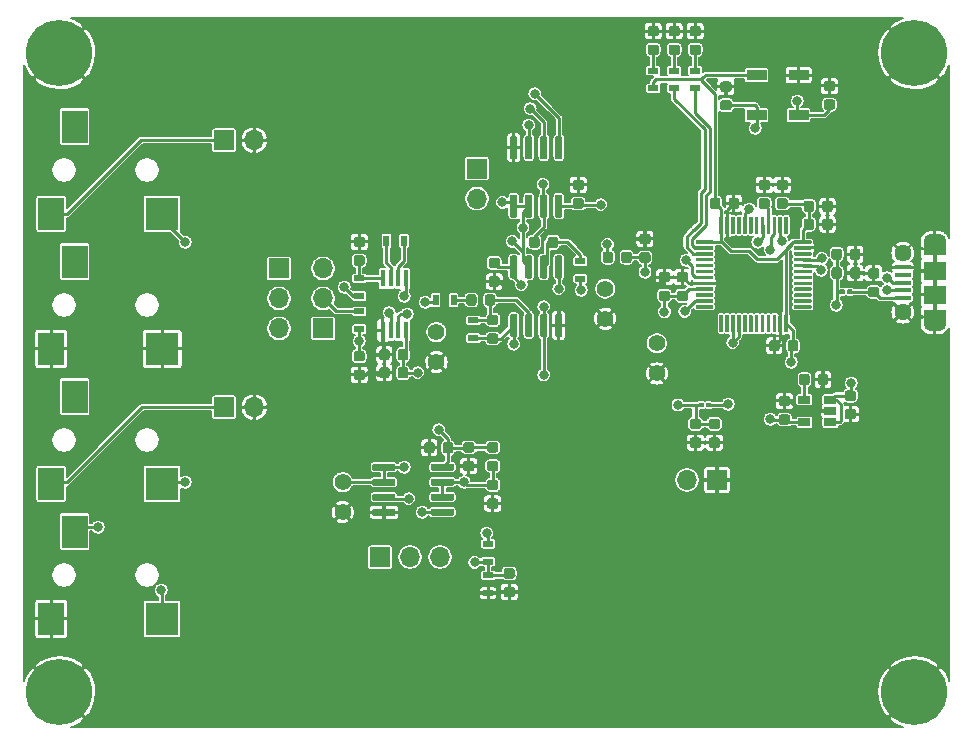
<source format=gbr>
G04 #@! TF.GenerationSoftware,KiCad,Pcbnew,(5.1.5-0-10_14)*
G04 #@! TF.CreationDate,2020-03-25T22:17:50-07:00*
G04 #@! TF.ProjectId,EOGee,454f4765-652e-46b6-9963-61645f706362,rev?*
G04 #@! TF.SameCoordinates,Original*
G04 #@! TF.FileFunction,Copper,L1,Top*
G04 #@! TF.FilePolarity,Positive*
%FSLAX46Y46*%
G04 Gerber Fmt 4.6, Leading zero omitted, Abs format (unit mm)*
G04 Created by KiCad (PCBNEW (5.1.5-0-10_14)) date 2020-03-25 22:17:50*
%MOMM*%
%LPD*%
G04 APERTURE LIST*
%ADD10C,0.100000*%
%ADD11O,1.700000X1.700000*%
%ADD12R,1.700000X1.700000*%
%ADD13R,0.500000X0.900000*%
%ADD14R,0.900000X0.500000*%
%ADD15R,1.900000X1.500000*%
%ADD16C,1.450000*%
%ADD17R,1.350000X0.400000*%
%ADD18O,1.900000X1.200000*%
%ADD19R,1.900000X1.200000*%
%ADD20R,2.200000X2.800000*%
%ADD21R,2.800000X2.800000*%
%ADD22R,1.700000X0.900000*%
%ADD23C,1.400000*%
%ADD24R,0.450000X1.450000*%
%ADD25R,1.060000X0.650000*%
%ADD26C,5.600000*%
%ADD27C,0.800000*%
%ADD28C,0.250000*%
%ADD29C,0.152400*%
G04 APERTURE END LIST*
G04 #@! TA.AperFunction,SMDPad,CuDef*
D10*
G36*
X141107302Y-44631482D02*
G01*
X141117009Y-44632921D01*
X141126528Y-44635306D01*
X141135768Y-44638612D01*
X141144640Y-44642808D01*
X141153057Y-44647853D01*
X141160939Y-44653699D01*
X141168211Y-44660289D01*
X141174801Y-44667561D01*
X141180647Y-44675443D01*
X141185692Y-44683860D01*
X141189888Y-44692732D01*
X141193194Y-44701972D01*
X141195579Y-44711491D01*
X141197018Y-44721198D01*
X141197500Y-44731000D01*
X141197500Y-44931000D01*
X141197018Y-44940802D01*
X141195579Y-44950509D01*
X141193194Y-44960028D01*
X141189888Y-44969268D01*
X141185692Y-44978140D01*
X141180647Y-44986557D01*
X141174801Y-44994439D01*
X141168211Y-45001711D01*
X141160939Y-45008301D01*
X141153057Y-45014147D01*
X141144640Y-45019192D01*
X141135768Y-45023388D01*
X141126528Y-45026694D01*
X141117009Y-45029079D01*
X141107302Y-45030518D01*
X141097500Y-45031000D01*
X140837500Y-45031000D01*
X140827698Y-45030518D01*
X140817991Y-45029079D01*
X140808472Y-45026694D01*
X140799232Y-45023388D01*
X140790360Y-45019192D01*
X140781943Y-45014147D01*
X140774061Y-45008301D01*
X140766789Y-45001711D01*
X140760199Y-44994439D01*
X140754353Y-44986557D01*
X140749308Y-44978140D01*
X140745112Y-44969268D01*
X140741806Y-44960028D01*
X140739421Y-44950509D01*
X140737982Y-44940802D01*
X140737500Y-44931000D01*
X140737500Y-44731000D01*
X140737982Y-44721198D01*
X140739421Y-44711491D01*
X140741806Y-44701972D01*
X140745112Y-44692732D01*
X140749308Y-44683860D01*
X140754353Y-44675443D01*
X140760199Y-44667561D01*
X140766789Y-44660289D01*
X140774061Y-44653699D01*
X140781943Y-44647853D01*
X140790360Y-44642808D01*
X140799232Y-44638612D01*
X140808472Y-44635306D01*
X140817991Y-44632921D01*
X140827698Y-44631482D01*
X140837500Y-44631000D01*
X141097500Y-44631000D01*
X141107302Y-44631482D01*
G37*
G04 #@! TD.AperFunction*
G04 #@! TA.AperFunction,SMDPad,CuDef*
G36*
X141747302Y-44631482D02*
G01*
X141757009Y-44632921D01*
X141766528Y-44635306D01*
X141775768Y-44638612D01*
X141784640Y-44642808D01*
X141793057Y-44647853D01*
X141800939Y-44653699D01*
X141808211Y-44660289D01*
X141814801Y-44667561D01*
X141820647Y-44675443D01*
X141825692Y-44683860D01*
X141829888Y-44692732D01*
X141833194Y-44701972D01*
X141835579Y-44711491D01*
X141837018Y-44721198D01*
X141837500Y-44731000D01*
X141837500Y-44931000D01*
X141837018Y-44940802D01*
X141835579Y-44950509D01*
X141833194Y-44960028D01*
X141829888Y-44969268D01*
X141825692Y-44978140D01*
X141820647Y-44986557D01*
X141814801Y-44994439D01*
X141808211Y-45001711D01*
X141800939Y-45008301D01*
X141793057Y-45014147D01*
X141784640Y-45019192D01*
X141775768Y-45023388D01*
X141766528Y-45026694D01*
X141757009Y-45029079D01*
X141747302Y-45030518D01*
X141737500Y-45031000D01*
X141477500Y-45031000D01*
X141467698Y-45030518D01*
X141457991Y-45029079D01*
X141448472Y-45026694D01*
X141439232Y-45023388D01*
X141430360Y-45019192D01*
X141421943Y-45014147D01*
X141414061Y-45008301D01*
X141406789Y-45001711D01*
X141400199Y-44994439D01*
X141394353Y-44986557D01*
X141389308Y-44978140D01*
X141385112Y-44969268D01*
X141381806Y-44960028D01*
X141379421Y-44950509D01*
X141377982Y-44940802D01*
X141377500Y-44931000D01*
X141377500Y-44731000D01*
X141377982Y-44721198D01*
X141379421Y-44711491D01*
X141381806Y-44701972D01*
X141385112Y-44692732D01*
X141389308Y-44683860D01*
X141394353Y-44675443D01*
X141400199Y-44667561D01*
X141406789Y-44660289D01*
X141414061Y-44653699D01*
X141421943Y-44647853D01*
X141430360Y-44642808D01*
X141439232Y-44638612D01*
X141448472Y-44635306D01*
X141457991Y-44632921D01*
X141467698Y-44631482D01*
X141477500Y-44631000D01*
X141737500Y-44631000D01*
X141747302Y-44631482D01*
G37*
G04 #@! TD.AperFunction*
G04 #@! TA.AperFunction,SMDPad,CuDef*
G36*
X129171302Y-54215982D02*
G01*
X129181009Y-54217421D01*
X129190528Y-54219806D01*
X129199768Y-54223112D01*
X129208640Y-54227308D01*
X129217057Y-54232353D01*
X129224939Y-54238199D01*
X129232211Y-54244789D01*
X129238801Y-54252061D01*
X129244647Y-54259943D01*
X129249692Y-54268360D01*
X129253888Y-54277232D01*
X129257194Y-54286472D01*
X129259579Y-54295991D01*
X129261018Y-54305698D01*
X129261500Y-54315500D01*
X129261500Y-54515500D01*
X129261018Y-54525302D01*
X129259579Y-54535009D01*
X129257194Y-54544528D01*
X129253888Y-54553768D01*
X129249692Y-54562640D01*
X129244647Y-54571057D01*
X129238801Y-54578939D01*
X129232211Y-54586211D01*
X129224939Y-54592801D01*
X129217057Y-54598647D01*
X129208640Y-54603692D01*
X129199768Y-54607888D01*
X129190528Y-54611194D01*
X129181009Y-54613579D01*
X129171302Y-54615018D01*
X129161500Y-54615500D01*
X128901500Y-54615500D01*
X128891698Y-54615018D01*
X128881991Y-54613579D01*
X128872472Y-54611194D01*
X128863232Y-54607888D01*
X128854360Y-54603692D01*
X128845943Y-54598647D01*
X128838061Y-54592801D01*
X128830789Y-54586211D01*
X128824199Y-54578939D01*
X128818353Y-54571057D01*
X128813308Y-54562640D01*
X128809112Y-54553768D01*
X128805806Y-54544528D01*
X128803421Y-54535009D01*
X128801982Y-54525302D01*
X128801500Y-54515500D01*
X128801500Y-54315500D01*
X128801982Y-54305698D01*
X128803421Y-54295991D01*
X128805806Y-54286472D01*
X128809112Y-54277232D01*
X128813308Y-54268360D01*
X128818353Y-54259943D01*
X128824199Y-54252061D01*
X128830789Y-54244789D01*
X128838061Y-54238199D01*
X128845943Y-54232353D01*
X128854360Y-54227308D01*
X128863232Y-54223112D01*
X128872472Y-54219806D01*
X128881991Y-54217421D01*
X128891698Y-54215982D01*
X128901500Y-54215500D01*
X129161500Y-54215500D01*
X129171302Y-54215982D01*
G37*
G04 #@! TD.AperFunction*
G04 #@! TA.AperFunction,SMDPad,CuDef*
G36*
X129811302Y-54215982D02*
G01*
X129821009Y-54217421D01*
X129830528Y-54219806D01*
X129839768Y-54223112D01*
X129848640Y-54227308D01*
X129857057Y-54232353D01*
X129864939Y-54238199D01*
X129872211Y-54244789D01*
X129878801Y-54252061D01*
X129884647Y-54259943D01*
X129889692Y-54268360D01*
X129893888Y-54277232D01*
X129897194Y-54286472D01*
X129899579Y-54295991D01*
X129901018Y-54305698D01*
X129901500Y-54315500D01*
X129901500Y-54515500D01*
X129901018Y-54525302D01*
X129899579Y-54535009D01*
X129897194Y-54544528D01*
X129893888Y-54553768D01*
X129889692Y-54562640D01*
X129884647Y-54571057D01*
X129878801Y-54578939D01*
X129872211Y-54586211D01*
X129864939Y-54592801D01*
X129857057Y-54598647D01*
X129848640Y-54603692D01*
X129839768Y-54607888D01*
X129830528Y-54611194D01*
X129821009Y-54613579D01*
X129811302Y-54615018D01*
X129801500Y-54615500D01*
X129541500Y-54615500D01*
X129531698Y-54615018D01*
X129521991Y-54613579D01*
X129512472Y-54611194D01*
X129503232Y-54607888D01*
X129494360Y-54603692D01*
X129485943Y-54598647D01*
X129478061Y-54592801D01*
X129470789Y-54586211D01*
X129464199Y-54578939D01*
X129458353Y-54571057D01*
X129453308Y-54562640D01*
X129449112Y-54553768D01*
X129445806Y-54544528D01*
X129443421Y-54535009D01*
X129441982Y-54525302D01*
X129441500Y-54515500D01*
X129441500Y-54315500D01*
X129441982Y-54305698D01*
X129443421Y-54295991D01*
X129445806Y-54286472D01*
X129449112Y-54277232D01*
X129453308Y-54268360D01*
X129458353Y-54259943D01*
X129464199Y-54252061D01*
X129470789Y-54244789D01*
X129478061Y-54238199D01*
X129485943Y-54232353D01*
X129494360Y-54227308D01*
X129503232Y-54223112D01*
X129512472Y-54219806D01*
X129521991Y-54217421D01*
X129531698Y-54215982D01*
X129541500Y-54215500D01*
X129801500Y-54215500D01*
X129811302Y-54215982D01*
G37*
G04 #@! TD.AperFunction*
G04 #@! TA.AperFunction,SMDPad,CuDef*
G36*
X107962703Y-59390722D02*
G01*
X107977264Y-59392882D01*
X107991543Y-59396459D01*
X108005403Y-59401418D01*
X108018710Y-59407712D01*
X108031336Y-59415280D01*
X108043159Y-59424048D01*
X108054066Y-59433934D01*
X108063952Y-59444841D01*
X108072720Y-59456664D01*
X108080288Y-59469290D01*
X108086582Y-59482597D01*
X108091541Y-59496457D01*
X108095118Y-59510736D01*
X108097278Y-59525297D01*
X108098000Y-59540000D01*
X108098000Y-59840000D01*
X108097278Y-59854703D01*
X108095118Y-59869264D01*
X108091541Y-59883543D01*
X108086582Y-59897403D01*
X108080288Y-59910710D01*
X108072720Y-59923336D01*
X108063952Y-59935159D01*
X108054066Y-59946066D01*
X108043159Y-59955952D01*
X108031336Y-59964720D01*
X108018710Y-59972288D01*
X108005403Y-59978582D01*
X107991543Y-59983541D01*
X107977264Y-59987118D01*
X107962703Y-59989278D01*
X107948000Y-59990000D01*
X106298000Y-59990000D01*
X106283297Y-59989278D01*
X106268736Y-59987118D01*
X106254457Y-59983541D01*
X106240597Y-59978582D01*
X106227290Y-59972288D01*
X106214664Y-59964720D01*
X106202841Y-59955952D01*
X106191934Y-59946066D01*
X106182048Y-59935159D01*
X106173280Y-59923336D01*
X106165712Y-59910710D01*
X106159418Y-59897403D01*
X106154459Y-59883543D01*
X106150882Y-59869264D01*
X106148722Y-59854703D01*
X106148000Y-59840000D01*
X106148000Y-59540000D01*
X106148722Y-59525297D01*
X106150882Y-59510736D01*
X106154459Y-59496457D01*
X106159418Y-59482597D01*
X106165712Y-59469290D01*
X106173280Y-59456664D01*
X106182048Y-59444841D01*
X106191934Y-59433934D01*
X106202841Y-59424048D01*
X106214664Y-59415280D01*
X106227290Y-59407712D01*
X106240597Y-59401418D01*
X106254457Y-59396459D01*
X106268736Y-59392882D01*
X106283297Y-59390722D01*
X106298000Y-59390000D01*
X107948000Y-59390000D01*
X107962703Y-59390722D01*
G37*
G04 #@! TD.AperFunction*
G04 #@! TA.AperFunction,SMDPad,CuDef*
G36*
X107962703Y-60660722D02*
G01*
X107977264Y-60662882D01*
X107991543Y-60666459D01*
X108005403Y-60671418D01*
X108018710Y-60677712D01*
X108031336Y-60685280D01*
X108043159Y-60694048D01*
X108054066Y-60703934D01*
X108063952Y-60714841D01*
X108072720Y-60726664D01*
X108080288Y-60739290D01*
X108086582Y-60752597D01*
X108091541Y-60766457D01*
X108095118Y-60780736D01*
X108097278Y-60795297D01*
X108098000Y-60810000D01*
X108098000Y-61110000D01*
X108097278Y-61124703D01*
X108095118Y-61139264D01*
X108091541Y-61153543D01*
X108086582Y-61167403D01*
X108080288Y-61180710D01*
X108072720Y-61193336D01*
X108063952Y-61205159D01*
X108054066Y-61216066D01*
X108043159Y-61225952D01*
X108031336Y-61234720D01*
X108018710Y-61242288D01*
X108005403Y-61248582D01*
X107991543Y-61253541D01*
X107977264Y-61257118D01*
X107962703Y-61259278D01*
X107948000Y-61260000D01*
X106298000Y-61260000D01*
X106283297Y-61259278D01*
X106268736Y-61257118D01*
X106254457Y-61253541D01*
X106240597Y-61248582D01*
X106227290Y-61242288D01*
X106214664Y-61234720D01*
X106202841Y-61225952D01*
X106191934Y-61216066D01*
X106182048Y-61205159D01*
X106173280Y-61193336D01*
X106165712Y-61180710D01*
X106159418Y-61167403D01*
X106154459Y-61153543D01*
X106150882Y-61139264D01*
X106148722Y-61124703D01*
X106148000Y-61110000D01*
X106148000Y-60810000D01*
X106148722Y-60795297D01*
X106150882Y-60780736D01*
X106154459Y-60766457D01*
X106159418Y-60752597D01*
X106165712Y-60739290D01*
X106173280Y-60726664D01*
X106182048Y-60714841D01*
X106191934Y-60703934D01*
X106202841Y-60694048D01*
X106214664Y-60685280D01*
X106227290Y-60677712D01*
X106240597Y-60671418D01*
X106254457Y-60666459D01*
X106268736Y-60662882D01*
X106283297Y-60660722D01*
X106298000Y-60660000D01*
X107948000Y-60660000D01*
X107962703Y-60660722D01*
G37*
G04 #@! TD.AperFunction*
G04 #@! TA.AperFunction,SMDPad,CuDef*
G36*
X107962703Y-61930722D02*
G01*
X107977264Y-61932882D01*
X107991543Y-61936459D01*
X108005403Y-61941418D01*
X108018710Y-61947712D01*
X108031336Y-61955280D01*
X108043159Y-61964048D01*
X108054066Y-61973934D01*
X108063952Y-61984841D01*
X108072720Y-61996664D01*
X108080288Y-62009290D01*
X108086582Y-62022597D01*
X108091541Y-62036457D01*
X108095118Y-62050736D01*
X108097278Y-62065297D01*
X108098000Y-62080000D01*
X108098000Y-62380000D01*
X108097278Y-62394703D01*
X108095118Y-62409264D01*
X108091541Y-62423543D01*
X108086582Y-62437403D01*
X108080288Y-62450710D01*
X108072720Y-62463336D01*
X108063952Y-62475159D01*
X108054066Y-62486066D01*
X108043159Y-62495952D01*
X108031336Y-62504720D01*
X108018710Y-62512288D01*
X108005403Y-62518582D01*
X107991543Y-62523541D01*
X107977264Y-62527118D01*
X107962703Y-62529278D01*
X107948000Y-62530000D01*
X106298000Y-62530000D01*
X106283297Y-62529278D01*
X106268736Y-62527118D01*
X106254457Y-62523541D01*
X106240597Y-62518582D01*
X106227290Y-62512288D01*
X106214664Y-62504720D01*
X106202841Y-62495952D01*
X106191934Y-62486066D01*
X106182048Y-62475159D01*
X106173280Y-62463336D01*
X106165712Y-62450710D01*
X106159418Y-62437403D01*
X106154459Y-62423543D01*
X106150882Y-62409264D01*
X106148722Y-62394703D01*
X106148000Y-62380000D01*
X106148000Y-62080000D01*
X106148722Y-62065297D01*
X106150882Y-62050736D01*
X106154459Y-62036457D01*
X106159418Y-62022597D01*
X106165712Y-62009290D01*
X106173280Y-61996664D01*
X106182048Y-61984841D01*
X106191934Y-61973934D01*
X106202841Y-61964048D01*
X106214664Y-61955280D01*
X106227290Y-61947712D01*
X106240597Y-61941418D01*
X106254457Y-61936459D01*
X106268736Y-61932882D01*
X106283297Y-61930722D01*
X106298000Y-61930000D01*
X107948000Y-61930000D01*
X107962703Y-61930722D01*
G37*
G04 #@! TD.AperFunction*
G04 #@! TA.AperFunction,SMDPad,CuDef*
G36*
X107962703Y-63200722D02*
G01*
X107977264Y-63202882D01*
X107991543Y-63206459D01*
X108005403Y-63211418D01*
X108018710Y-63217712D01*
X108031336Y-63225280D01*
X108043159Y-63234048D01*
X108054066Y-63243934D01*
X108063952Y-63254841D01*
X108072720Y-63266664D01*
X108080288Y-63279290D01*
X108086582Y-63292597D01*
X108091541Y-63306457D01*
X108095118Y-63320736D01*
X108097278Y-63335297D01*
X108098000Y-63350000D01*
X108098000Y-63650000D01*
X108097278Y-63664703D01*
X108095118Y-63679264D01*
X108091541Y-63693543D01*
X108086582Y-63707403D01*
X108080288Y-63720710D01*
X108072720Y-63733336D01*
X108063952Y-63745159D01*
X108054066Y-63756066D01*
X108043159Y-63765952D01*
X108031336Y-63774720D01*
X108018710Y-63782288D01*
X108005403Y-63788582D01*
X107991543Y-63793541D01*
X107977264Y-63797118D01*
X107962703Y-63799278D01*
X107948000Y-63800000D01*
X106298000Y-63800000D01*
X106283297Y-63799278D01*
X106268736Y-63797118D01*
X106254457Y-63793541D01*
X106240597Y-63788582D01*
X106227290Y-63782288D01*
X106214664Y-63774720D01*
X106202841Y-63765952D01*
X106191934Y-63756066D01*
X106182048Y-63745159D01*
X106173280Y-63733336D01*
X106165712Y-63720710D01*
X106159418Y-63707403D01*
X106154459Y-63693543D01*
X106150882Y-63679264D01*
X106148722Y-63664703D01*
X106148000Y-63650000D01*
X106148000Y-63350000D01*
X106148722Y-63335297D01*
X106150882Y-63320736D01*
X106154459Y-63306457D01*
X106159418Y-63292597D01*
X106165712Y-63279290D01*
X106173280Y-63266664D01*
X106182048Y-63254841D01*
X106191934Y-63243934D01*
X106202841Y-63234048D01*
X106214664Y-63225280D01*
X106227290Y-63217712D01*
X106240597Y-63211418D01*
X106254457Y-63206459D01*
X106268736Y-63202882D01*
X106283297Y-63200722D01*
X106298000Y-63200000D01*
X107948000Y-63200000D01*
X107962703Y-63200722D01*
G37*
G04 #@! TD.AperFunction*
G04 #@! TA.AperFunction,SMDPad,CuDef*
G36*
X103012703Y-63200722D02*
G01*
X103027264Y-63202882D01*
X103041543Y-63206459D01*
X103055403Y-63211418D01*
X103068710Y-63217712D01*
X103081336Y-63225280D01*
X103093159Y-63234048D01*
X103104066Y-63243934D01*
X103113952Y-63254841D01*
X103122720Y-63266664D01*
X103130288Y-63279290D01*
X103136582Y-63292597D01*
X103141541Y-63306457D01*
X103145118Y-63320736D01*
X103147278Y-63335297D01*
X103148000Y-63350000D01*
X103148000Y-63650000D01*
X103147278Y-63664703D01*
X103145118Y-63679264D01*
X103141541Y-63693543D01*
X103136582Y-63707403D01*
X103130288Y-63720710D01*
X103122720Y-63733336D01*
X103113952Y-63745159D01*
X103104066Y-63756066D01*
X103093159Y-63765952D01*
X103081336Y-63774720D01*
X103068710Y-63782288D01*
X103055403Y-63788582D01*
X103041543Y-63793541D01*
X103027264Y-63797118D01*
X103012703Y-63799278D01*
X102998000Y-63800000D01*
X101348000Y-63800000D01*
X101333297Y-63799278D01*
X101318736Y-63797118D01*
X101304457Y-63793541D01*
X101290597Y-63788582D01*
X101277290Y-63782288D01*
X101264664Y-63774720D01*
X101252841Y-63765952D01*
X101241934Y-63756066D01*
X101232048Y-63745159D01*
X101223280Y-63733336D01*
X101215712Y-63720710D01*
X101209418Y-63707403D01*
X101204459Y-63693543D01*
X101200882Y-63679264D01*
X101198722Y-63664703D01*
X101198000Y-63650000D01*
X101198000Y-63350000D01*
X101198722Y-63335297D01*
X101200882Y-63320736D01*
X101204459Y-63306457D01*
X101209418Y-63292597D01*
X101215712Y-63279290D01*
X101223280Y-63266664D01*
X101232048Y-63254841D01*
X101241934Y-63243934D01*
X101252841Y-63234048D01*
X101264664Y-63225280D01*
X101277290Y-63217712D01*
X101290597Y-63211418D01*
X101304457Y-63206459D01*
X101318736Y-63202882D01*
X101333297Y-63200722D01*
X101348000Y-63200000D01*
X102998000Y-63200000D01*
X103012703Y-63200722D01*
G37*
G04 #@! TD.AperFunction*
G04 #@! TA.AperFunction,SMDPad,CuDef*
G36*
X103012703Y-61930722D02*
G01*
X103027264Y-61932882D01*
X103041543Y-61936459D01*
X103055403Y-61941418D01*
X103068710Y-61947712D01*
X103081336Y-61955280D01*
X103093159Y-61964048D01*
X103104066Y-61973934D01*
X103113952Y-61984841D01*
X103122720Y-61996664D01*
X103130288Y-62009290D01*
X103136582Y-62022597D01*
X103141541Y-62036457D01*
X103145118Y-62050736D01*
X103147278Y-62065297D01*
X103148000Y-62080000D01*
X103148000Y-62380000D01*
X103147278Y-62394703D01*
X103145118Y-62409264D01*
X103141541Y-62423543D01*
X103136582Y-62437403D01*
X103130288Y-62450710D01*
X103122720Y-62463336D01*
X103113952Y-62475159D01*
X103104066Y-62486066D01*
X103093159Y-62495952D01*
X103081336Y-62504720D01*
X103068710Y-62512288D01*
X103055403Y-62518582D01*
X103041543Y-62523541D01*
X103027264Y-62527118D01*
X103012703Y-62529278D01*
X102998000Y-62530000D01*
X101348000Y-62530000D01*
X101333297Y-62529278D01*
X101318736Y-62527118D01*
X101304457Y-62523541D01*
X101290597Y-62518582D01*
X101277290Y-62512288D01*
X101264664Y-62504720D01*
X101252841Y-62495952D01*
X101241934Y-62486066D01*
X101232048Y-62475159D01*
X101223280Y-62463336D01*
X101215712Y-62450710D01*
X101209418Y-62437403D01*
X101204459Y-62423543D01*
X101200882Y-62409264D01*
X101198722Y-62394703D01*
X101198000Y-62380000D01*
X101198000Y-62080000D01*
X101198722Y-62065297D01*
X101200882Y-62050736D01*
X101204459Y-62036457D01*
X101209418Y-62022597D01*
X101215712Y-62009290D01*
X101223280Y-61996664D01*
X101232048Y-61984841D01*
X101241934Y-61973934D01*
X101252841Y-61964048D01*
X101264664Y-61955280D01*
X101277290Y-61947712D01*
X101290597Y-61941418D01*
X101304457Y-61936459D01*
X101318736Y-61932882D01*
X101333297Y-61930722D01*
X101348000Y-61930000D01*
X102998000Y-61930000D01*
X103012703Y-61930722D01*
G37*
G04 #@! TD.AperFunction*
G04 #@! TA.AperFunction,SMDPad,CuDef*
G36*
X103012703Y-60660722D02*
G01*
X103027264Y-60662882D01*
X103041543Y-60666459D01*
X103055403Y-60671418D01*
X103068710Y-60677712D01*
X103081336Y-60685280D01*
X103093159Y-60694048D01*
X103104066Y-60703934D01*
X103113952Y-60714841D01*
X103122720Y-60726664D01*
X103130288Y-60739290D01*
X103136582Y-60752597D01*
X103141541Y-60766457D01*
X103145118Y-60780736D01*
X103147278Y-60795297D01*
X103148000Y-60810000D01*
X103148000Y-61110000D01*
X103147278Y-61124703D01*
X103145118Y-61139264D01*
X103141541Y-61153543D01*
X103136582Y-61167403D01*
X103130288Y-61180710D01*
X103122720Y-61193336D01*
X103113952Y-61205159D01*
X103104066Y-61216066D01*
X103093159Y-61225952D01*
X103081336Y-61234720D01*
X103068710Y-61242288D01*
X103055403Y-61248582D01*
X103041543Y-61253541D01*
X103027264Y-61257118D01*
X103012703Y-61259278D01*
X102998000Y-61260000D01*
X101348000Y-61260000D01*
X101333297Y-61259278D01*
X101318736Y-61257118D01*
X101304457Y-61253541D01*
X101290597Y-61248582D01*
X101277290Y-61242288D01*
X101264664Y-61234720D01*
X101252841Y-61225952D01*
X101241934Y-61216066D01*
X101232048Y-61205159D01*
X101223280Y-61193336D01*
X101215712Y-61180710D01*
X101209418Y-61167403D01*
X101204459Y-61153543D01*
X101200882Y-61139264D01*
X101198722Y-61124703D01*
X101198000Y-61110000D01*
X101198000Y-60810000D01*
X101198722Y-60795297D01*
X101200882Y-60780736D01*
X101204459Y-60766457D01*
X101209418Y-60752597D01*
X101215712Y-60739290D01*
X101223280Y-60726664D01*
X101232048Y-60714841D01*
X101241934Y-60703934D01*
X101252841Y-60694048D01*
X101264664Y-60685280D01*
X101277290Y-60677712D01*
X101290597Y-60671418D01*
X101304457Y-60666459D01*
X101318736Y-60662882D01*
X101333297Y-60660722D01*
X101348000Y-60660000D01*
X102998000Y-60660000D01*
X103012703Y-60660722D01*
G37*
G04 #@! TD.AperFunction*
G04 #@! TA.AperFunction,SMDPad,CuDef*
G36*
X103012703Y-59390722D02*
G01*
X103027264Y-59392882D01*
X103041543Y-59396459D01*
X103055403Y-59401418D01*
X103068710Y-59407712D01*
X103081336Y-59415280D01*
X103093159Y-59424048D01*
X103104066Y-59433934D01*
X103113952Y-59444841D01*
X103122720Y-59456664D01*
X103130288Y-59469290D01*
X103136582Y-59482597D01*
X103141541Y-59496457D01*
X103145118Y-59510736D01*
X103147278Y-59525297D01*
X103148000Y-59540000D01*
X103148000Y-59840000D01*
X103147278Y-59854703D01*
X103145118Y-59869264D01*
X103141541Y-59883543D01*
X103136582Y-59897403D01*
X103130288Y-59910710D01*
X103122720Y-59923336D01*
X103113952Y-59935159D01*
X103104066Y-59946066D01*
X103093159Y-59955952D01*
X103081336Y-59964720D01*
X103068710Y-59972288D01*
X103055403Y-59978582D01*
X103041543Y-59983541D01*
X103027264Y-59987118D01*
X103012703Y-59989278D01*
X102998000Y-59990000D01*
X101348000Y-59990000D01*
X101333297Y-59989278D01*
X101318736Y-59987118D01*
X101304457Y-59983541D01*
X101290597Y-59978582D01*
X101277290Y-59972288D01*
X101264664Y-59964720D01*
X101252841Y-59955952D01*
X101241934Y-59946066D01*
X101232048Y-59935159D01*
X101223280Y-59923336D01*
X101215712Y-59910710D01*
X101209418Y-59897403D01*
X101204459Y-59883543D01*
X101200882Y-59869264D01*
X101198722Y-59854703D01*
X101198000Y-59840000D01*
X101198000Y-59540000D01*
X101198722Y-59525297D01*
X101200882Y-59510736D01*
X101204459Y-59496457D01*
X101209418Y-59482597D01*
X101215712Y-59469290D01*
X101223280Y-59456664D01*
X101232048Y-59444841D01*
X101241934Y-59433934D01*
X101252841Y-59424048D01*
X101264664Y-59415280D01*
X101277290Y-59407712D01*
X101290597Y-59401418D01*
X101304457Y-59396459D01*
X101318736Y-59392882D01*
X101333297Y-59390722D01*
X101348000Y-59390000D01*
X102998000Y-59390000D01*
X103012703Y-59390722D01*
G37*
G04 #@! TD.AperFunction*
G04 #@! TA.AperFunction,SMDPad,CuDef*
G36*
X113321703Y-41762722D02*
G01*
X113336264Y-41764882D01*
X113350543Y-41768459D01*
X113364403Y-41773418D01*
X113377710Y-41779712D01*
X113390336Y-41787280D01*
X113402159Y-41796048D01*
X113413066Y-41805934D01*
X113422952Y-41816841D01*
X113431720Y-41828664D01*
X113439288Y-41841290D01*
X113445582Y-41854597D01*
X113450541Y-41868457D01*
X113454118Y-41882736D01*
X113456278Y-41897297D01*
X113457000Y-41912000D01*
X113457000Y-43562000D01*
X113456278Y-43576703D01*
X113454118Y-43591264D01*
X113450541Y-43605543D01*
X113445582Y-43619403D01*
X113439288Y-43632710D01*
X113431720Y-43645336D01*
X113422952Y-43657159D01*
X113413066Y-43668066D01*
X113402159Y-43677952D01*
X113390336Y-43686720D01*
X113377710Y-43694288D01*
X113364403Y-43700582D01*
X113350543Y-43705541D01*
X113336264Y-43709118D01*
X113321703Y-43711278D01*
X113307000Y-43712000D01*
X113007000Y-43712000D01*
X112992297Y-43711278D01*
X112977736Y-43709118D01*
X112963457Y-43705541D01*
X112949597Y-43700582D01*
X112936290Y-43694288D01*
X112923664Y-43686720D01*
X112911841Y-43677952D01*
X112900934Y-43668066D01*
X112891048Y-43657159D01*
X112882280Y-43645336D01*
X112874712Y-43632710D01*
X112868418Y-43619403D01*
X112863459Y-43605543D01*
X112859882Y-43591264D01*
X112857722Y-43576703D01*
X112857000Y-43562000D01*
X112857000Y-41912000D01*
X112857722Y-41897297D01*
X112859882Y-41882736D01*
X112863459Y-41868457D01*
X112868418Y-41854597D01*
X112874712Y-41841290D01*
X112882280Y-41828664D01*
X112891048Y-41816841D01*
X112900934Y-41805934D01*
X112911841Y-41796048D01*
X112923664Y-41787280D01*
X112936290Y-41779712D01*
X112949597Y-41773418D01*
X112963457Y-41768459D01*
X112977736Y-41764882D01*
X112992297Y-41762722D01*
X113007000Y-41762000D01*
X113307000Y-41762000D01*
X113321703Y-41762722D01*
G37*
G04 #@! TD.AperFunction*
G04 #@! TA.AperFunction,SMDPad,CuDef*
G36*
X114591703Y-41762722D02*
G01*
X114606264Y-41764882D01*
X114620543Y-41768459D01*
X114634403Y-41773418D01*
X114647710Y-41779712D01*
X114660336Y-41787280D01*
X114672159Y-41796048D01*
X114683066Y-41805934D01*
X114692952Y-41816841D01*
X114701720Y-41828664D01*
X114709288Y-41841290D01*
X114715582Y-41854597D01*
X114720541Y-41868457D01*
X114724118Y-41882736D01*
X114726278Y-41897297D01*
X114727000Y-41912000D01*
X114727000Y-43562000D01*
X114726278Y-43576703D01*
X114724118Y-43591264D01*
X114720541Y-43605543D01*
X114715582Y-43619403D01*
X114709288Y-43632710D01*
X114701720Y-43645336D01*
X114692952Y-43657159D01*
X114683066Y-43668066D01*
X114672159Y-43677952D01*
X114660336Y-43686720D01*
X114647710Y-43694288D01*
X114634403Y-43700582D01*
X114620543Y-43705541D01*
X114606264Y-43709118D01*
X114591703Y-43711278D01*
X114577000Y-43712000D01*
X114277000Y-43712000D01*
X114262297Y-43711278D01*
X114247736Y-43709118D01*
X114233457Y-43705541D01*
X114219597Y-43700582D01*
X114206290Y-43694288D01*
X114193664Y-43686720D01*
X114181841Y-43677952D01*
X114170934Y-43668066D01*
X114161048Y-43657159D01*
X114152280Y-43645336D01*
X114144712Y-43632710D01*
X114138418Y-43619403D01*
X114133459Y-43605543D01*
X114129882Y-43591264D01*
X114127722Y-43576703D01*
X114127000Y-43562000D01*
X114127000Y-41912000D01*
X114127722Y-41897297D01*
X114129882Y-41882736D01*
X114133459Y-41868457D01*
X114138418Y-41854597D01*
X114144712Y-41841290D01*
X114152280Y-41828664D01*
X114161048Y-41816841D01*
X114170934Y-41805934D01*
X114181841Y-41796048D01*
X114193664Y-41787280D01*
X114206290Y-41779712D01*
X114219597Y-41773418D01*
X114233457Y-41768459D01*
X114247736Y-41764882D01*
X114262297Y-41762722D01*
X114277000Y-41762000D01*
X114577000Y-41762000D01*
X114591703Y-41762722D01*
G37*
G04 #@! TD.AperFunction*
G04 #@! TA.AperFunction,SMDPad,CuDef*
G36*
X115861703Y-41762722D02*
G01*
X115876264Y-41764882D01*
X115890543Y-41768459D01*
X115904403Y-41773418D01*
X115917710Y-41779712D01*
X115930336Y-41787280D01*
X115942159Y-41796048D01*
X115953066Y-41805934D01*
X115962952Y-41816841D01*
X115971720Y-41828664D01*
X115979288Y-41841290D01*
X115985582Y-41854597D01*
X115990541Y-41868457D01*
X115994118Y-41882736D01*
X115996278Y-41897297D01*
X115997000Y-41912000D01*
X115997000Y-43562000D01*
X115996278Y-43576703D01*
X115994118Y-43591264D01*
X115990541Y-43605543D01*
X115985582Y-43619403D01*
X115979288Y-43632710D01*
X115971720Y-43645336D01*
X115962952Y-43657159D01*
X115953066Y-43668066D01*
X115942159Y-43677952D01*
X115930336Y-43686720D01*
X115917710Y-43694288D01*
X115904403Y-43700582D01*
X115890543Y-43705541D01*
X115876264Y-43709118D01*
X115861703Y-43711278D01*
X115847000Y-43712000D01*
X115547000Y-43712000D01*
X115532297Y-43711278D01*
X115517736Y-43709118D01*
X115503457Y-43705541D01*
X115489597Y-43700582D01*
X115476290Y-43694288D01*
X115463664Y-43686720D01*
X115451841Y-43677952D01*
X115440934Y-43668066D01*
X115431048Y-43657159D01*
X115422280Y-43645336D01*
X115414712Y-43632710D01*
X115408418Y-43619403D01*
X115403459Y-43605543D01*
X115399882Y-43591264D01*
X115397722Y-43576703D01*
X115397000Y-43562000D01*
X115397000Y-41912000D01*
X115397722Y-41897297D01*
X115399882Y-41882736D01*
X115403459Y-41868457D01*
X115408418Y-41854597D01*
X115414712Y-41841290D01*
X115422280Y-41828664D01*
X115431048Y-41816841D01*
X115440934Y-41805934D01*
X115451841Y-41796048D01*
X115463664Y-41787280D01*
X115476290Y-41779712D01*
X115489597Y-41773418D01*
X115503457Y-41768459D01*
X115517736Y-41764882D01*
X115532297Y-41762722D01*
X115547000Y-41762000D01*
X115847000Y-41762000D01*
X115861703Y-41762722D01*
G37*
G04 #@! TD.AperFunction*
G04 #@! TA.AperFunction,SMDPad,CuDef*
G36*
X117131703Y-41762722D02*
G01*
X117146264Y-41764882D01*
X117160543Y-41768459D01*
X117174403Y-41773418D01*
X117187710Y-41779712D01*
X117200336Y-41787280D01*
X117212159Y-41796048D01*
X117223066Y-41805934D01*
X117232952Y-41816841D01*
X117241720Y-41828664D01*
X117249288Y-41841290D01*
X117255582Y-41854597D01*
X117260541Y-41868457D01*
X117264118Y-41882736D01*
X117266278Y-41897297D01*
X117267000Y-41912000D01*
X117267000Y-43562000D01*
X117266278Y-43576703D01*
X117264118Y-43591264D01*
X117260541Y-43605543D01*
X117255582Y-43619403D01*
X117249288Y-43632710D01*
X117241720Y-43645336D01*
X117232952Y-43657159D01*
X117223066Y-43668066D01*
X117212159Y-43677952D01*
X117200336Y-43686720D01*
X117187710Y-43694288D01*
X117174403Y-43700582D01*
X117160543Y-43705541D01*
X117146264Y-43709118D01*
X117131703Y-43711278D01*
X117117000Y-43712000D01*
X116817000Y-43712000D01*
X116802297Y-43711278D01*
X116787736Y-43709118D01*
X116773457Y-43705541D01*
X116759597Y-43700582D01*
X116746290Y-43694288D01*
X116733664Y-43686720D01*
X116721841Y-43677952D01*
X116710934Y-43668066D01*
X116701048Y-43657159D01*
X116692280Y-43645336D01*
X116684712Y-43632710D01*
X116678418Y-43619403D01*
X116673459Y-43605543D01*
X116669882Y-43591264D01*
X116667722Y-43576703D01*
X116667000Y-43562000D01*
X116667000Y-41912000D01*
X116667722Y-41897297D01*
X116669882Y-41882736D01*
X116673459Y-41868457D01*
X116678418Y-41854597D01*
X116684712Y-41841290D01*
X116692280Y-41828664D01*
X116701048Y-41816841D01*
X116710934Y-41805934D01*
X116721841Y-41796048D01*
X116733664Y-41787280D01*
X116746290Y-41779712D01*
X116759597Y-41773418D01*
X116773457Y-41768459D01*
X116787736Y-41764882D01*
X116802297Y-41762722D01*
X116817000Y-41762000D01*
X117117000Y-41762000D01*
X117131703Y-41762722D01*
G37*
G04 #@! TD.AperFunction*
G04 #@! TA.AperFunction,SMDPad,CuDef*
G36*
X117131703Y-46712722D02*
G01*
X117146264Y-46714882D01*
X117160543Y-46718459D01*
X117174403Y-46723418D01*
X117187710Y-46729712D01*
X117200336Y-46737280D01*
X117212159Y-46746048D01*
X117223066Y-46755934D01*
X117232952Y-46766841D01*
X117241720Y-46778664D01*
X117249288Y-46791290D01*
X117255582Y-46804597D01*
X117260541Y-46818457D01*
X117264118Y-46832736D01*
X117266278Y-46847297D01*
X117267000Y-46862000D01*
X117267000Y-48512000D01*
X117266278Y-48526703D01*
X117264118Y-48541264D01*
X117260541Y-48555543D01*
X117255582Y-48569403D01*
X117249288Y-48582710D01*
X117241720Y-48595336D01*
X117232952Y-48607159D01*
X117223066Y-48618066D01*
X117212159Y-48627952D01*
X117200336Y-48636720D01*
X117187710Y-48644288D01*
X117174403Y-48650582D01*
X117160543Y-48655541D01*
X117146264Y-48659118D01*
X117131703Y-48661278D01*
X117117000Y-48662000D01*
X116817000Y-48662000D01*
X116802297Y-48661278D01*
X116787736Y-48659118D01*
X116773457Y-48655541D01*
X116759597Y-48650582D01*
X116746290Y-48644288D01*
X116733664Y-48636720D01*
X116721841Y-48627952D01*
X116710934Y-48618066D01*
X116701048Y-48607159D01*
X116692280Y-48595336D01*
X116684712Y-48582710D01*
X116678418Y-48569403D01*
X116673459Y-48555543D01*
X116669882Y-48541264D01*
X116667722Y-48526703D01*
X116667000Y-48512000D01*
X116667000Y-46862000D01*
X116667722Y-46847297D01*
X116669882Y-46832736D01*
X116673459Y-46818457D01*
X116678418Y-46804597D01*
X116684712Y-46791290D01*
X116692280Y-46778664D01*
X116701048Y-46766841D01*
X116710934Y-46755934D01*
X116721841Y-46746048D01*
X116733664Y-46737280D01*
X116746290Y-46729712D01*
X116759597Y-46723418D01*
X116773457Y-46718459D01*
X116787736Y-46714882D01*
X116802297Y-46712722D01*
X116817000Y-46712000D01*
X117117000Y-46712000D01*
X117131703Y-46712722D01*
G37*
G04 #@! TD.AperFunction*
G04 #@! TA.AperFunction,SMDPad,CuDef*
G36*
X115861703Y-46712722D02*
G01*
X115876264Y-46714882D01*
X115890543Y-46718459D01*
X115904403Y-46723418D01*
X115917710Y-46729712D01*
X115930336Y-46737280D01*
X115942159Y-46746048D01*
X115953066Y-46755934D01*
X115962952Y-46766841D01*
X115971720Y-46778664D01*
X115979288Y-46791290D01*
X115985582Y-46804597D01*
X115990541Y-46818457D01*
X115994118Y-46832736D01*
X115996278Y-46847297D01*
X115997000Y-46862000D01*
X115997000Y-48512000D01*
X115996278Y-48526703D01*
X115994118Y-48541264D01*
X115990541Y-48555543D01*
X115985582Y-48569403D01*
X115979288Y-48582710D01*
X115971720Y-48595336D01*
X115962952Y-48607159D01*
X115953066Y-48618066D01*
X115942159Y-48627952D01*
X115930336Y-48636720D01*
X115917710Y-48644288D01*
X115904403Y-48650582D01*
X115890543Y-48655541D01*
X115876264Y-48659118D01*
X115861703Y-48661278D01*
X115847000Y-48662000D01*
X115547000Y-48662000D01*
X115532297Y-48661278D01*
X115517736Y-48659118D01*
X115503457Y-48655541D01*
X115489597Y-48650582D01*
X115476290Y-48644288D01*
X115463664Y-48636720D01*
X115451841Y-48627952D01*
X115440934Y-48618066D01*
X115431048Y-48607159D01*
X115422280Y-48595336D01*
X115414712Y-48582710D01*
X115408418Y-48569403D01*
X115403459Y-48555543D01*
X115399882Y-48541264D01*
X115397722Y-48526703D01*
X115397000Y-48512000D01*
X115397000Y-46862000D01*
X115397722Y-46847297D01*
X115399882Y-46832736D01*
X115403459Y-46818457D01*
X115408418Y-46804597D01*
X115414712Y-46791290D01*
X115422280Y-46778664D01*
X115431048Y-46766841D01*
X115440934Y-46755934D01*
X115451841Y-46746048D01*
X115463664Y-46737280D01*
X115476290Y-46729712D01*
X115489597Y-46723418D01*
X115503457Y-46718459D01*
X115517736Y-46714882D01*
X115532297Y-46712722D01*
X115547000Y-46712000D01*
X115847000Y-46712000D01*
X115861703Y-46712722D01*
G37*
G04 #@! TD.AperFunction*
G04 #@! TA.AperFunction,SMDPad,CuDef*
G36*
X114591703Y-46712722D02*
G01*
X114606264Y-46714882D01*
X114620543Y-46718459D01*
X114634403Y-46723418D01*
X114647710Y-46729712D01*
X114660336Y-46737280D01*
X114672159Y-46746048D01*
X114683066Y-46755934D01*
X114692952Y-46766841D01*
X114701720Y-46778664D01*
X114709288Y-46791290D01*
X114715582Y-46804597D01*
X114720541Y-46818457D01*
X114724118Y-46832736D01*
X114726278Y-46847297D01*
X114727000Y-46862000D01*
X114727000Y-48512000D01*
X114726278Y-48526703D01*
X114724118Y-48541264D01*
X114720541Y-48555543D01*
X114715582Y-48569403D01*
X114709288Y-48582710D01*
X114701720Y-48595336D01*
X114692952Y-48607159D01*
X114683066Y-48618066D01*
X114672159Y-48627952D01*
X114660336Y-48636720D01*
X114647710Y-48644288D01*
X114634403Y-48650582D01*
X114620543Y-48655541D01*
X114606264Y-48659118D01*
X114591703Y-48661278D01*
X114577000Y-48662000D01*
X114277000Y-48662000D01*
X114262297Y-48661278D01*
X114247736Y-48659118D01*
X114233457Y-48655541D01*
X114219597Y-48650582D01*
X114206290Y-48644288D01*
X114193664Y-48636720D01*
X114181841Y-48627952D01*
X114170934Y-48618066D01*
X114161048Y-48607159D01*
X114152280Y-48595336D01*
X114144712Y-48582710D01*
X114138418Y-48569403D01*
X114133459Y-48555543D01*
X114129882Y-48541264D01*
X114127722Y-48526703D01*
X114127000Y-48512000D01*
X114127000Y-46862000D01*
X114127722Y-46847297D01*
X114129882Y-46832736D01*
X114133459Y-46818457D01*
X114138418Y-46804597D01*
X114144712Y-46791290D01*
X114152280Y-46778664D01*
X114161048Y-46766841D01*
X114170934Y-46755934D01*
X114181841Y-46746048D01*
X114193664Y-46737280D01*
X114206290Y-46729712D01*
X114219597Y-46723418D01*
X114233457Y-46718459D01*
X114247736Y-46714882D01*
X114262297Y-46712722D01*
X114277000Y-46712000D01*
X114577000Y-46712000D01*
X114591703Y-46712722D01*
G37*
G04 #@! TD.AperFunction*
G04 #@! TA.AperFunction,SMDPad,CuDef*
G36*
X113321703Y-46712722D02*
G01*
X113336264Y-46714882D01*
X113350543Y-46718459D01*
X113364403Y-46723418D01*
X113377710Y-46729712D01*
X113390336Y-46737280D01*
X113402159Y-46746048D01*
X113413066Y-46755934D01*
X113422952Y-46766841D01*
X113431720Y-46778664D01*
X113439288Y-46791290D01*
X113445582Y-46804597D01*
X113450541Y-46818457D01*
X113454118Y-46832736D01*
X113456278Y-46847297D01*
X113457000Y-46862000D01*
X113457000Y-48512000D01*
X113456278Y-48526703D01*
X113454118Y-48541264D01*
X113450541Y-48555543D01*
X113445582Y-48569403D01*
X113439288Y-48582710D01*
X113431720Y-48595336D01*
X113422952Y-48607159D01*
X113413066Y-48618066D01*
X113402159Y-48627952D01*
X113390336Y-48636720D01*
X113377710Y-48644288D01*
X113364403Y-48650582D01*
X113350543Y-48655541D01*
X113336264Y-48659118D01*
X113321703Y-48661278D01*
X113307000Y-48662000D01*
X113007000Y-48662000D01*
X112992297Y-48661278D01*
X112977736Y-48659118D01*
X112963457Y-48655541D01*
X112949597Y-48650582D01*
X112936290Y-48644288D01*
X112923664Y-48636720D01*
X112911841Y-48627952D01*
X112900934Y-48618066D01*
X112891048Y-48607159D01*
X112882280Y-48595336D01*
X112874712Y-48582710D01*
X112868418Y-48569403D01*
X112863459Y-48555543D01*
X112859882Y-48541264D01*
X112857722Y-48526703D01*
X112857000Y-48512000D01*
X112857000Y-46862000D01*
X112857722Y-46847297D01*
X112859882Y-46832736D01*
X112863459Y-46818457D01*
X112868418Y-46804597D01*
X112874712Y-46791290D01*
X112882280Y-46778664D01*
X112891048Y-46766841D01*
X112900934Y-46755934D01*
X112911841Y-46746048D01*
X112923664Y-46737280D01*
X112936290Y-46729712D01*
X112949597Y-46723418D01*
X112963457Y-46718459D01*
X112977736Y-46714882D01*
X112992297Y-46712722D01*
X113007000Y-46712000D01*
X113307000Y-46712000D01*
X113321703Y-46712722D01*
G37*
G04 #@! TD.AperFunction*
D11*
X127825500Y-60769500D03*
D12*
X130365500Y-60769500D03*
G04 #@! TA.AperFunction,SMDPad,CuDef*
D10*
G36*
X109624691Y-59152053D02*
G01*
X109645926Y-59155203D01*
X109666750Y-59160419D01*
X109686962Y-59167651D01*
X109706368Y-59176830D01*
X109724781Y-59187866D01*
X109742024Y-59200654D01*
X109757930Y-59215070D01*
X109772346Y-59230976D01*
X109785134Y-59248219D01*
X109796170Y-59266632D01*
X109805349Y-59286038D01*
X109812581Y-59306250D01*
X109817797Y-59327074D01*
X109820947Y-59348309D01*
X109822000Y-59369750D01*
X109822000Y-59807250D01*
X109820947Y-59828691D01*
X109817797Y-59849926D01*
X109812581Y-59870750D01*
X109805349Y-59890962D01*
X109796170Y-59910368D01*
X109785134Y-59928781D01*
X109772346Y-59946024D01*
X109757930Y-59961930D01*
X109742024Y-59976346D01*
X109724781Y-59989134D01*
X109706368Y-60000170D01*
X109686962Y-60009349D01*
X109666750Y-60016581D01*
X109645926Y-60021797D01*
X109624691Y-60024947D01*
X109603250Y-60026000D01*
X109090750Y-60026000D01*
X109069309Y-60024947D01*
X109048074Y-60021797D01*
X109027250Y-60016581D01*
X109007038Y-60009349D01*
X108987632Y-60000170D01*
X108969219Y-59989134D01*
X108951976Y-59976346D01*
X108936070Y-59961930D01*
X108921654Y-59946024D01*
X108908866Y-59928781D01*
X108897830Y-59910368D01*
X108888651Y-59890962D01*
X108881419Y-59870750D01*
X108876203Y-59849926D01*
X108873053Y-59828691D01*
X108872000Y-59807250D01*
X108872000Y-59369750D01*
X108873053Y-59348309D01*
X108876203Y-59327074D01*
X108881419Y-59306250D01*
X108888651Y-59286038D01*
X108897830Y-59266632D01*
X108908866Y-59248219D01*
X108921654Y-59230976D01*
X108936070Y-59215070D01*
X108951976Y-59200654D01*
X108969219Y-59187866D01*
X108987632Y-59176830D01*
X109007038Y-59167651D01*
X109027250Y-59160419D01*
X109048074Y-59155203D01*
X109069309Y-59152053D01*
X109090750Y-59151000D01*
X109603250Y-59151000D01*
X109624691Y-59152053D01*
G37*
G04 #@! TD.AperFunction*
G04 #@! TA.AperFunction,SMDPad,CuDef*
G36*
X109624691Y-57577053D02*
G01*
X109645926Y-57580203D01*
X109666750Y-57585419D01*
X109686962Y-57592651D01*
X109706368Y-57601830D01*
X109724781Y-57612866D01*
X109742024Y-57625654D01*
X109757930Y-57640070D01*
X109772346Y-57655976D01*
X109785134Y-57673219D01*
X109796170Y-57691632D01*
X109805349Y-57711038D01*
X109812581Y-57731250D01*
X109817797Y-57752074D01*
X109820947Y-57773309D01*
X109822000Y-57794750D01*
X109822000Y-58232250D01*
X109820947Y-58253691D01*
X109817797Y-58274926D01*
X109812581Y-58295750D01*
X109805349Y-58315962D01*
X109796170Y-58335368D01*
X109785134Y-58353781D01*
X109772346Y-58371024D01*
X109757930Y-58386930D01*
X109742024Y-58401346D01*
X109724781Y-58414134D01*
X109706368Y-58425170D01*
X109686962Y-58434349D01*
X109666750Y-58441581D01*
X109645926Y-58446797D01*
X109624691Y-58449947D01*
X109603250Y-58451000D01*
X109090750Y-58451000D01*
X109069309Y-58449947D01*
X109048074Y-58446797D01*
X109027250Y-58441581D01*
X109007038Y-58434349D01*
X108987632Y-58425170D01*
X108969219Y-58414134D01*
X108951976Y-58401346D01*
X108936070Y-58386930D01*
X108921654Y-58371024D01*
X108908866Y-58353781D01*
X108897830Y-58335368D01*
X108888651Y-58315962D01*
X108881419Y-58295750D01*
X108876203Y-58274926D01*
X108873053Y-58253691D01*
X108872000Y-58232250D01*
X108872000Y-57794750D01*
X108873053Y-57773309D01*
X108876203Y-57752074D01*
X108881419Y-57731250D01*
X108888651Y-57711038D01*
X108897830Y-57691632D01*
X108908866Y-57673219D01*
X108921654Y-57655976D01*
X108936070Y-57640070D01*
X108951976Y-57625654D01*
X108969219Y-57612866D01*
X108987632Y-57601830D01*
X109007038Y-57592651D01*
X109027250Y-57585419D01*
X109048074Y-57580203D01*
X109069309Y-57577053D01*
X109090750Y-57576000D01*
X109603250Y-57576000D01*
X109624691Y-57577053D01*
G37*
G04 #@! TD.AperFunction*
G04 #@! TA.AperFunction,SMDPad,CuDef*
G36*
X106259691Y-57565053D02*
G01*
X106280926Y-57568203D01*
X106301750Y-57573419D01*
X106321962Y-57580651D01*
X106341368Y-57589830D01*
X106359781Y-57600866D01*
X106377024Y-57613654D01*
X106392930Y-57628070D01*
X106407346Y-57643976D01*
X106420134Y-57661219D01*
X106431170Y-57679632D01*
X106440349Y-57699038D01*
X106447581Y-57719250D01*
X106452797Y-57740074D01*
X106455947Y-57761309D01*
X106457000Y-57782750D01*
X106457000Y-58295250D01*
X106455947Y-58316691D01*
X106452797Y-58337926D01*
X106447581Y-58358750D01*
X106440349Y-58378962D01*
X106431170Y-58398368D01*
X106420134Y-58416781D01*
X106407346Y-58434024D01*
X106392930Y-58449930D01*
X106377024Y-58464346D01*
X106359781Y-58477134D01*
X106341368Y-58488170D01*
X106321962Y-58497349D01*
X106301750Y-58504581D01*
X106280926Y-58509797D01*
X106259691Y-58512947D01*
X106238250Y-58514000D01*
X105800750Y-58514000D01*
X105779309Y-58512947D01*
X105758074Y-58509797D01*
X105737250Y-58504581D01*
X105717038Y-58497349D01*
X105697632Y-58488170D01*
X105679219Y-58477134D01*
X105661976Y-58464346D01*
X105646070Y-58449930D01*
X105631654Y-58434024D01*
X105618866Y-58416781D01*
X105607830Y-58398368D01*
X105598651Y-58378962D01*
X105591419Y-58358750D01*
X105586203Y-58337926D01*
X105583053Y-58316691D01*
X105582000Y-58295250D01*
X105582000Y-57782750D01*
X105583053Y-57761309D01*
X105586203Y-57740074D01*
X105591419Y-57719250D01*
X105598651Y-57699038D01*
X105607830Y-57679632D01*
X105618866Y-57661219D01*
X105631654Y-57643976D01*
X105646070Y-57628070D01*
X105661976Y-57613654D01*
X105679219Y-57600866D01*
X105697632Y-57589830D01*
X105717038Y-57580651D01*
X105737250Y-57573419D01*
X105758074Y-57568203D01*
X105779309Y-57565053D01*
X105800750Y-57564000D01*
X106238250Y-57564000D01*
X106259691Y-57565053D01*
G37*
G04 #@! TD.AperFunction*
G04 #@! TA.AperFunction,SMDPad,CuDef*
G36*
X107834691Y-57565053D02*
G01*
X107855926Y-57568203D01*
X107876750Y-57573419D01*
X107896962Y-57580651D01*
X107916368Y-57589830D01*
X107934781Y-57600866D01*
X107952024Y-57613654D01*
X107967930Y-57628070D01*
X107982346Y-57643976D01*
X107995134Y-57661219D01*
X108006170Y-57679632D01*
X108015349Y-57699038D01*
X108022581Y-57719250D01*
X108027797Y-57740074D01*
X108030947Y-57761309D01*
X108032000Y-57782750D01*
X108032000Y-58295250D01*
X108030947Y-58316691D01*
X108027797Y-58337926D01*
X108022581Y-58358750D01*
X108015349Y-58378962D01*
X108006170Y-58398368D01*
X107995134Y-58416781D01*
X107982346Y-58434024D01*
X107967930Y-58449930D01*
X107952024Y-58464346D01*
X107934781Y-58477134D01*
X107916368Y-58488170D01*
X107896962Y-58497349D01*
X107876750Y-58504581D01*
X107855926Y-58509797D01*
X107834691Y-58512947D01*
X107813250Y-58514000D01*
X107375750Y-58514000D01*
X107354309Y-58512947D01*
X107333074Y-58509797D01*
X107312250Y-58504581D01*
X107292038Y-58497349D01*
X107272632Y-58488170D01*
X107254219Y-58477134D01*
X107236976Y-58464346D01*
X107221070Y-58449930D01*
X107206654Y-58434024D01*
X107193866Y-58416781D01*
X107182830Y-58398368D01*
X107173651Y-58378962D01*
X107166419Y-58358750D01*
X107161203Y-58337926D01*
X107158053Y-58316691D01*
X107157000Y-58295250D01*
X107157000Y-57782750D01*
X107158053Y-57761309D01*
X107161203Y-57740074D01*
X107166419Y-57719250D01*
X107173651Y-57699038D01*
X107182830Y-57679632D01*
X107193866Y-57661219D01*
X107206654Y-57643976D01*
X107221070Y-57628070D01*
X107236976Y-57613654D01*
X107254219Y-57600866D01*
X107272632Y-57589830D01*
X107292038Y-57580651D01*
X107312250Y-57573419D01*
X107333074Y-57568203D01*
X107354309Y-57565053D01*
X107375750Y-57564000D01*
X107813250Y-57564000D01*
X107834691Y-57565053D01*
G37*
G04 #@! TD.AperFunction*
G04 #@! TA.AperFunction,SMDPad,CuDef*
G36*
X113053691Y-69820053D02*
G01*
X113074926Y-69823203D01*
X113095750Y-69828419D01*
X113115962Y-69835651D01*
X113135368Y-69844830D01*
X113153781Y-69855866D01*
X113171024Y-69868654D01*
X113186930Y-69883070D01*
X113201346Y-69898976D01*
X113214134Y-69916219D01*
X113225170Y-69934632D01*
X113234349Y-69954038D01*
X113241581Y-69974250D01*
X113246797Y-69995074D01*
X113249947Y-70016309D01*
X113251000Y-70037750D01*
X113251000Y-70475250D01*
X113249947Y-70496691D01*
X113246797Y-70517926D01*
X113241581Y-70538750D01*
X113234349Y-70558962D01*
X113225170Y-70578368D01*
X113214134Y-70596781D01*
X113201346Y-70614024D01*
X113186930Y-70629930D01*
X113171024Y-70644346D01*
X113153781Y-70657134D01*
X113135368Y-70668170D01*
X113115962Y-70677349D01*
X113095750Y-70684581D01*
X113074926Y-70689797D01*
X113053691Y-70692947D01*
X113032250Y-70694000D01*
X112519750Y-70694000D01*
X112498309Y-70692947D01*
X112477074Y-70689797D01*
X112456250Y-70684581D01*
X112436038Y-70677349D01*
X112416632Y-70668170D01*
X112398219Y-70657134D01*
X112380976Y-70644346D01*
X112365070Y-70629930D01*
X112350654Y-70614024D01*
X112337866Y-70596781D01*
X112326830Y-70578368D01*
X112317651Y-70558962D01*
X112310419Y-70538750D01*
X112305203Y-70517926D01*
X112302053Y-70496691D01*
X112301000Y-70475250D01*
X112301000Y-70037750D01*
X112302053Y-70016309D01*
X112305203Y-69995074D01*
X112310419Y-69974250D01*
X112317651Y-69954038D01*
X112326830Y-69934632D01*
X112337866Y-69916219D01*
X112350654Y-69898976D01*
X112365070Y-69883070D01*
X112380976Y-69868654D01*
X112398219Y-69855866D01*
X112416632Y-69844830D01*
X112436038Y-69835651D01*
X112456250Y-69828419D01*
X112477074Y-69823203D01*
X112498309Y-69820053D01*
X112519750Y-69819000D01*
X113032250Y-69819000D01*
X113053691Y-69820053D01*
G37*
G04 #@! TD.AperFunction*
G04 #@! TA.AperFunction,SMDPad,CuDef*
G36*
X113053691Y-68245053D02*
G01*
X113074926Y-68248203D01*
X113095750Y-68253419D01*
X113115962Y-68260651D01*
X113135368Y-68269830D01*
X113153781Y-68280866D01*
X113171024Y-68293654D01*
X113186930Y-68308070D01*
X113201346Y-68323976D01*
X113214134Y-68341219D01*
X113225170Y-68359632D01*
X113234349Y-68379038D01*
X113241581Y-68399250D01*
X113246797Y-68420074D01*
X113249947Y-68441309D01*
X113251000Y-68462750D01*
X113251000Y-68900250D01*
X113249947Y-68921691D01*
X113246797Y-68942926D01*
X113241581Y-68963750D01*
X113234349Y-68983962D01*
X113225170Y-69003368D01*
X113214134Y-69021781D01*
X113201346Y-69039024D01*
X113186930Y-69054930D01*
X113171024Y-69069346D01*
X113153781Y-69082134D01*
X113135368Y-69093170D01*
X113115962Y-69102349D01*
X113095750Y-69109581D01*
X113074926Y-69114797D01*
X113053691Y-69117947D01*
X113032250Y-69119000D01*
X112519750Y-69119000D01*
X112498309Y-69117947D01*
X112477074Y-69114797D01*
X112456250Y-69109581D01*
X112436038Y-69102349D01*
X112416632Y-69093170D01*
X112398219Y-69082134D01*
X112380976Y-69069346D01*
X112365070Y-69054930D01*
X112350654Y-69039024D01*
X112337866Y-69021781D01*
X112326830Y-69003368D01*
X112317651Y-68983962D01*
X112310419Y-68963750D01*
X112305203Y-68942926D01*
X112302053Y-68921691D01*
X112301000Y-68900250D01*
X112301000Y-68462750D01*
X112302053Y-68441309D01*
X112305203Y-68420074D01*
X112310419Y-68399250D01*
X112317651Y-68379038D01*
X112326830Y-68359632D01*
X112337866Y-68341219D01*
X112350654Y-68323976D01*
X112365070Y-68308070D01*
X112380976Y-68293654D01*
X112398219Y-68280866D01*
X112416632Y-68269830D01*
X112436038Y-68260651D01*
X112456250Y-68253419D01*
X112477074Y-68248203D01*
X112498309Y-68245053D01*
X112519750Y-68244000D01*
X113032250Y-68244000D01*
X113053691Y-68245053D01*
G37*
G04 #@! TD.AperFunction*
D13*
X106565000Y-45529500D03*
X108065000Y-45529500D03*
G04 #@! TA.AperFunction,SMDPad,CuDef*
D10*
G36*
X143914691Y-42845053D02*
G01*
X143935926Y-42848203D01*
X143956750Y-42853419D01*
X143976962Y-42860651D01*
X143996368Y-42869830D01*
X144014781Y-42880866D01*
X144032024Y-42893654D01*
X144047930Y-42908070D01*
X144062346Y-42923976D01*
X144075134Y-42941219D01*
X144086170Y-42959632D01*
X144095349Y-42979038D01*
X144102581Y-42999250D01*
X144107797Y-43020074D01*
X144110947Y-43041309D01*
X144112000Y-43062750D01*
X144112000Y-43500250D01*
X144110947Y-43521691D01*
X144107797Y-43542926D01*
X144102581Y-43563750D01*
X144095349Y-43583962D01*
X144086170Y-43603368D01*
X144075134Y-43621781D01*
X144062346Y-43639024D01*
X144047930Y-43654930D01*
X144032024Y-43669346D01*
X144014781Y-43682134D01*
X143996368Y-43693170D01*
X143976962Y-43702349D01*
X143956750Y-43709581D01*
X143935926Y-43714797D01*
X143914691Y-43717947D01*
X143893250Y-43719000D01*
X143380750Y-43719000D01*
X143359309Y-43717947D01*
X143338074Y-43714797D01*
X143317250Y-43709581D01*
X143297038Y-43702349D01*
X143277632Y-43693170D01*
X143259219Y-43682134D01*
X143241976Y-43669346D01*
X143226070Y-43654930D01*
X143211654Y-43639024D01*
X143198866Y-43621781D01*
X143187830Y-43603368D01*
X143178651Y-43583962D01*
X143171419Y-43563750D01*
X143166203Y-43542926D01*
X143163053Y-43521691D01*
X143162000Y-43500250D01*
X143162000Y-43062750D01*
X143163053Y-43041309D01*
X143166203Y-43020074D01*
X143171419Y-42999250D01*
X143178651Y-42979038D01*
X143187830Y-42959632D01*
X143198866Y-42941219D01*
X143211654Y-42923976D01*
X143226070Y-42908070D01*
X143241976Y-42893654D01*
X143259219Y-42880866D01*
X143277632Y-42869830D01*
X143297038Y-42860651D01*
X143317250Y-42853419D01*
X143338074Y-42848203D01*
X143359309Y-42845053D01*
X143380750Y-42844000D01*
X143893250Y-42844000D01*
X143914691Y-42845053D01*
G37*
G04 #@! TD.AperFunction*
G04 #@! TA.AperFunction,SMDPad,CuDef*
G36*
X143914691Y-44420053D02*
G01*
X143935926Y-44423203D01*
X143956750Y-44428419D01*
X143976962Y-44435651D01*
X143996368Y-44444830D01*
X144014781Y-44455866D01*
X144032024Y-44468654D01*
X144047930Y-44483070D01*
X144062346Y-44498976D01*
X144075134Y-44516219D01*
X144086170Y-44534632D01*
X144095349Y-44554038D01*
X144102581Y-44574250D01*
X144107797Y-44595074D01*
X144110947Y-44616309D01*
X144112000Y-44637750D01*
X144112000Y-45075250D01*
X144110947Y-45096691D01*
X144107797Y-45117926D01*
X144102581Y-45138750D01*
X144095349Y-45158962D01*
X144086170Y-45178368D01*
X144075134Y-45196781D01*
X144062346Y-45214024D01*
X144047930Y-45229930D01*
X144032024Y-45244346D01*
X144014781Y-45257134D01*
X143996368Y-45268170D01*
X143976962Y-45277349D01*
X143956750Y-45284581D01*
X143935926Y-45289797D01*
X143914691Y-45292947D01*
X143893250Y-45294000D01*
X143380750Y-45294000D01*
X143359309Y-45292947D01*
X143338074Y-45289797D01*
X143317250Y-45284581D01*
X143297038Y-45277349D01*
X143277632Y-45268170D01*
X143259219Y-45257134D01*
X143241976Y-45244346D01*
X143226070Y-45229930D01*
X143211654Y-45214024D01*
X143198866Y-45196781D01*
X143187830Y-45178368D01*
X143178651Y-45158962D01*
X143171419Y-45138750D01*
X143166203Y-45117926D01*
X143163053Y-45096691D01*
X143162000Y-45075250D01*
X143162000Y-44637750D01*
X143163053Y-44616309D01*
X143166203Y-44595074D01*
X143171419Y-44574250D01*
X143178651Y-44554038D01*
X143187830Y-44534632D01*
X143198866Y-44516219D01*
X143211654Y-44498976D01*
X143226070Y-44483070D01*
X143241976Y-44468654D01*
X143259219Y-44455866D01*
X143277632Y-44444830D01*
X143297038Y-44435651D01*
X143317250Y-44428419D01*
X143338074Y-44423203D01*
X143359309Y-44420053D01*
X143380750Y-44419000D01*
X143893250Y-44419000D01*
X143914691Y-44420053D01*
G37*
G04 #@! TD.AperFunction*
G04 #@! TA.AperFunction,SMDPad,CuDef*
G36*
X128829191Y-55591553D02*
G01*
X128850426Y-55594703D01*
X128871250Y-55599919D01*
X128891462Y-55607151D01*
X128910868Y-55616330D01*
X128929281Y-55627366D01*
X128946524Y-55640154D01*
X128962430Y-55654570D01*
X128976846Y-55670476D01*
X128989634Y-55687719D01*
X129000670Y-55706132D01*
X129009849Y-55725538D01*
X129017081Y-55745750D01*
X129022297Y-55766574D01*
X129025447Y-55787809D01*
X129026500Y-55809250D01*
X129026500Y-56246750D01*
X129025447Y-56268191D01*
X129022297Y-56289426D01*
X129017081Y-56310250D01*
X129009849Y-56330462D01*
X129000670Y-56349868D01*
X128989634Y-56368281D01*
X128976846Y-56385524D01*
X128962430Y-56401430D01*
X128946524Y-56415846D01*
X128929281Y-56428634D01*
X128910868Y-56439670D01*
X128891462Y-56448849D01*
X128871250Y-56456081D01*
X128850426Y-56461297D01*
X128829191Y-56464447D01*
X128807750Y-56465500D01*
X128295250Y-56465500D01*
X128273809Y-56464447D01*
X128252574Y-56461297D01*
X128231750Y-56456081D01*
X128211538Y-56448849D01*
X128192132Y-56439670D01*
X128173719Y-56428634D01*
X128156476Y-56415846D01*
X128140570Y-56401430D01*
X128126154Y-56385524D01*
X128113366Y-56368281D01*
X128102330Y-56349868D01*
X128093151Y-56330462D01*
X128085919Y-56310250D01*
X128080703Y-56289426D01*
X128077553Y-56268191D01*
X128076500Y-56246750D01*
X128076500Y-55809250D01*
X128077553Y-55787809D01*
X128080703Y-55766574D01*
X128085919Y-55745750D01*
X128093151Y-55725538D01*
X128102330Y-55706132D01*
X128113366Y-55687719D01*
X128126154Y-55670476D01*
X128140570Y-55654570D01*
X128156476Y-55640154D01*
X128173719Y-55627366D01*
X128192132Y-55616330D01*
X128211538Y-55607151D01*
X128231750Y-55599919D01*
X128252574Y-55594703D01*
X128273809Y-55591553D01*
X128295250Y-55590500D01*
X128807750Y-55590500D01*
X128829191Y-55591553D01*
G37*
G04 #@! TD.AperFunction*
G04 #@! TA.AperFunction,SMDPad,CuDef*
G36*
X128829191Y-57166553D02*
G01*
X128850426Y-57169703D01*
X128871250Y-57174919D01*
X128891462Y-57182151D01*
X128910868Y-57191330D01*
X128929281Y-57202366D01*
X128946524Y-57215154D01*
X128962430Y-57229570D01*
X128976846Y-57245476D01*
X128989634Y-57262719D01*
X129000670Y-57281132D01*
X129009849Y-57300538D01*
X129017081Y-57320750D01*
X129022297Y-57341574D01*
X129025447Y-57362809D01*
X129026500Y-57384250D01*
X129026500Y-57821750D01*
X129025447Y-57843191D01*
X129022297Y-57864426D01*
X129017081Y-57885250D01*
X129009849Y-57905462D01*
X129000670Y-57924868D01*
X128989634Y-57943281D01*
X128976846Y-57960524D01*
X128962430Y-57976430D01*
X128946524Y-57990846D01*
X128929281Y-58003634D01*
X128910868Y-58014670D01*
X128891462Y-58023849D01*
X128871250Y-58031081D01*
X128850426Y-58036297D01*
X128829191Y-58039447D01*
X128807750Y-58040500D01*
X128295250Y-58040500D01*
X128273809Y-58039447D01*
X128252574Y-58036297D01*
X128231750Y-58031081D01*
X128211538Y-58023849D01*
X128192132Y-58014670D01*
X128173719Y-58003634D01*
X128156476Y-57990846D01*
X128140570Y-57976430D01*
X128126154Y-57960524D01*
X128113366Y-57943281D01*
X128102330Y-57924868D01*
X128093151Y-57905462D01*
X128085919Y-57885250D01*
X128080703Y-57864426D01*
X128077553Y-57843191D01*
X128076500Y-57821750D01*
X128076500Y-57384250D01*
X128077553Y-57362809D01*
X128080703Y-57341574D01*
X128085919Y-57320750D01*
X128093151Y-57300538D01*
X128102330Y-57281132D01*
X128113366Y-57262719D01*
X128126154Y-57245476D01*
X128140570Y-57229570D01*
X128156476Y-57215154D01*
X128173719Y-57202366D01*
X128192132Y-57191330D01*
X128211538Y-57182151D01*
X128231750Y-57174919D01*
X128252574Y-57169703D01*
X128273809Y-57166553D01*
X128295250Y-57165500D01*
X128807750Y-57165500D01*
X128829191Y-57166553D01*
G37*
G04 #@! TD.AperFunction*
G04 #@! TA.AperFunction,SMDPad,CuDef*
G36*
X142315191Y-41182053D02*
G01*
X142336426Y-41185203D01*
X142357250Y-41190419D01*
X142377462Y-41197651D01*
X142396868Y-41206830D01*
X142415281Y-41217866D01*
X142432524Y-41230654D01*
X142448430Y-41245070D01*
X142462846Y-41260976D01*
X142475634Y-41278219D01*
X142486670Y-41296632D01*
X142495849Y-41316038D01*
X142503081Y-41336250D01*
X142508297Y-41357074D01*
X142511447Y-41378309D01*
X142512500Y-41399750D01*
X142512500Y-41912250D01*
X142511447Y-41933691D01*
X142508297Y-41954926D01*
X142503081Y-41975750D01*
X142495849Y-41995962D01*
X142486670Y-42015368D01*
X142475634Y-42033781D01*
X142462846Y-42051024D01*
X142448430Y-42066930D01*
X142432524Y-42081346D01*
X142415281Y-42094134D01*
X142396868Y-42105170D01*
X142377462Y-42114349D01*
X142357250Y-42121581D01*
X142336426Y-42126797D01*
X142315191Y-42129947D01*
X142293750Y-42131000D01*
X141856250Y-42131000D01*
X141834809Y-42129947D01*
X141813574Y-42126797D01*
X141792750Y-42121581D01*
X141772538Y-42114349D01*
X141753132Y-42105170D01*
X141734719Y-42094134D01*
X141717476Y-42081346D01*
X141701570Y-42066930D01*
X141687154Y-42051024D01*
X141674366Y-42033781D01*
X141663330Y-42015368D01*
X141654151Y-41995962D01*
X141646919Y-41975750D01*
X141641703Y-41954926D01*
X141638553Y-41933691D01*
X141637500Y-41912250D01*
X141637500Y-41399750D01*
X141638553Y-41378309D01*
X141641703Y-41357074D01*
X141646919Y-41336250D01*
X141654151Y-41316038D01*
X141663330Y-41296632D01*
X141674366Y-41278219D01*
X141687154Y-41260976D01*
X141701570Y-41245070D01*
X141717476Y-41230654D01*
X141734719Y-41217866D01*
X141753132Y-41206830D01*
X141772538Y-41197651D01*
X141792750Y-41190419D01*
X141813574Y-41185203D01*
X141834809Y-41182053D01*
X141856250Y-41181000D01*
X142293750Y-41181000D01*
X142315191Y-41182053D01*
G37*
G04 #@! TD.AperFunction*
G04 #@! TA.AperFunction,SMDPad,CuDef*
G36*
X140740191Y-41182053D02*
G01*
X140761426Y-41185203D01*
X140782250Y-41190419D01*
X140802462Y-41197651D01*
X140821868Y-41206830D01*
X140840281Y-41217866D01*
X140857524Y-41230654D01*
X140873430Y-41245070D01*
X140887846Y-41260976D01*
X140900634Y-41278219D01*
X140911670Y-41296632D01*
X140920849Y-41316038D01*
X140928081Y-41336250D01*
X140933297Y-41357074D01*
X140936447Y-41378309D01*
X140937500Y-41399750D01*
X140937500Y-41912250D01*
X140936447Y-41933691D01*
X140933297Y-41954926D01*
X140928081Y-41975750D01*
X140920849Y-41995962D01*
X140911670Y-42015368D01*
X140900634Y-42033781D01*
X140887846Y-42051024D01*
X140873430Y-42066930D01*
X140857524Y-42081346D01*
X140840281Y-42094134D01*
X140821868Y-42105170D01*
X140802462Y-42114349D01*
X140782250Y-42121581D01*
X140761426Y-42126797D01*
X140740191Y-42129947D01*
X140718750Y-42131000D01*
X140281250Y-42131000D01*
X140259809Y-42129947D01*
X140238574Y-42126797D01*
X140217750Y-42121581D01*
X140197538Y-42114349D01*
X140178132Y-42105170D01*
X140159719Y-42094134D01*
X140142476Y-42081346D01*
X140126570Y-42066930D01*
X140112154Y-42051024D01*
X140099366Y-42033781D01*
X140088330Y-42015368D01*
X140079151Y-41995962D01*
X140071919Y-41975750D01*
X140066703Y-41954926D01*
X140063553Y-41933691D01*
X140062500Y-41912250D01*
X140062500Y-41399750D01*
X140063553Y-41378309D01*
X140066703Y-41357074D01*
X140071919Y-41336250D01*
X140079151Y-41316038D01*
X140088330Y-41296632D01*
X140099366Y-41278219D01*
X140112154Y-41260976D01*
X140126570Y-41245070D01*
X140142476Y-41230654D01*
X140159719Y-41217866D01*
X140178132Y-41206830D01*
X140197538Y-41197651D01*
X140217750Y-41190419D01*
X140238574Y-41185203D01*
X140259809Y-41182053D01*
X140281250Y-41181000D01*
X140718750Y-41181000D01*
X140740191Y-41182053D01*
G37*
G04 #@! TD.AperFunction*
G04 #@! TA.AperFunction,SMDPad,CuDef*
G36*
X111390691Y-45055553D02*
G01*
X111411926Y-45058703D01*
X111432750Y-45063919D01*
X111452962Y-45071151D01*
X111472368Y-45080330D01*
X111490781Y-45091366D01*
X111508024Y-45104154D01*
X111523930Y-45118570D01*
X111538346Y-45134476D01*
X111551134Y-45151719D01*
X111562170Y-45170132D01*
X111571349Y-45189538D01*
X111578581Y-45209750D01*
X111583797Y-45230574D01*
X111586947Y-45251809D01*
X111588000Y-45273250D01*
X111588000Y-45785750D01*
X111586947Y-45807191D01*
X111583797Y-45828426D01*
X111578581Y-45849250D01*
X111571349Y-45869462D01*
X111562170Y-45888868D01*
X111551134Y-45907281D01*
X111538346Y-45924524D01*
X111523930Y-45940430D01*
X111508024Y-45954846D01*
X111490781Y-45967634D01*
X111472368Y-45978670D01*
X111452962Y-45987849D01*
X111432750Y-45995081D01*
X111411926Y-46000297D01*
X111390691Y-46003447D01*
X111369250Y-46004500D01*
X110931750Y-46004500D01*
X110910309Y-46003447D01*
X110889074Y-46000297D01*
X110868250Y-45995081D01*
X110848038Y-45987849D01*
X110828632Y-45978670D01*
X110810219Y-45967634D01*
X110792976Y-45954846D01*
X110777070Y-45940430D01*
X110762654Y-45924524D01*
X110749866Y-45907281D01*
X110738830Y-45888868D01*
X110729651Y-45869462D01*
X110722419Y-45849250D01*
X110717203Y-45828426D01*
X110714053Y-45807191D01*
X110713000Y-45785750D01*
X110713000Y-45273250D01*
X110714053Y-45251809D01*
X110717203Y-45230574D01*
X110722419Y-45209750D01*
X110729651Y-45189538D01*
X110738830Y-45170132D01*
X110749866Y-45151719D01*
X110762654Y-45134476D01*
X110777070Y-45118570D01*
X110792976Y-45104154D01*
X110810219Y-45091366D01*
X110828632Y-45080330D01*
X110848038Y-45071151D01*
X110868250Y-45063919D01*
X110889074Y-45058703D01*
X110910309Y-45055553D01*
X110931750Y-45054500D01*
X111369250Y-45054500D01*
X111390691Y-45055553D01*
G37*
G04 #@! TD.AperFunction*
G04 #@! TA.AperFunction,SMDPad,CuDef*
G36*
X109815691Y-45055553D02*
G01*
X109836926Y-45058703D01*
X109857750Y-45063919D01*
X109877962Y-45071151D01*
X109897368Y-45080330D01*
X109915781Y-45091366D01*
X109933024Y-45104154D01*
X109948930Y-45118570D01*
X109963346Y-45134476D01*
X109976134Y-45151719D01*
X109987170Y-45170132D01*
X109996349Y-45189538D01*
X110003581Y-45209750D01*
X110008797Y-45230574D01*
X110011947Y-45251809D01*
X110013000Y-45273250D01*
X110013000Y-45785750D01*
X110011947Y-45807191D01*
X110008797Y-45828426D01*
X110003581Y-45849250D01*
X109996349Y-45869462D01*
X109987170Y-45888868D01*
X109976134Y-45907281D01*
X109963346Y-45924524D01*
X109948930Y-45940430D01*
X109933024Y-45954846D01*
X109915781Y-45967634D01*
X109897368Y-45978670D01*
X109877962Y-45987849D01*
X109857750Y-45995081D01*
X109836926Y-46000297D01*
X109815691Y-46003447D01*
X109794250Y-46004500D01*
X109356750Y-46004500D01*
X109335309Y-46003447D01*
X109314074Y-46000297D01*
X109293250Y-45995081D01*
X109273038Y-45987849D01*
X109253632Y-45978670D01*
X109235219Y-45967634D01*
X109217976Y-45954846D01*
X109202070Y-45940430D01*
X109187654Y-45924524D01*
X109174866Y-45907281D01*
X109163830Y-45888868D01*
X109154651Y-45869462D01*
X109147419Y-45849250D01*
X109142203Y-45828426D01*
X109139053Y-45807191D01*
X109138000Y-45785750D01*
X109138000Y-45273250D01*
X109139053Y-45251809D01*
X109142203Y-45230574D01*
X109147419Y-45209750D01*
X109154651Y-45189538D01*
X109163830Y-45170132D01*
X109174866Y-45151719D01*
X109187654Y-45134476D01*
X109202070Y-45118570D01*
X109217976Y-45104154D01*
X109235219Y-45091366D01*
X109253632Y-45080330D01*
X109273038Y-45071151D01*
X109293250Y-45063919D01*
X109314074Y-45058703D01*
X109335309Y-45055553D01*
X109356750Y-45054500D01*
X109794250Y-45054500D01*
X109815691Y-45055553D01*
G37*
G04 #@! TD.AperFunction*
G04 #@! TA.AperFunction,SMDPad,CuDef*
G36*
X127023691Y-22334553D02*
G01*
X127044926Y-22337703D01*
X127065750Y-22342919D01*
X127085962Y-22350151D01*
X127105368Y-22359330D01*
X127123781Y-22370366D01*
X127141024Y-22383154D01*
X127156930Y-22397570D01*
X127171346Y-22413476D01*
X127184134Y-22430719D01*
X127195170Y-22449132D01*
X127204349Y-22468538D01*
X127211581Y-22488750D01*
X127216797Y-22509574D01*
X127219947Y-22530809D01*
X127221000Y-22552250D01*
X127221000Y-22989750D01*
X127219947Y-23011191D01*
X127216797Y-23032426D01*
X127211581Y-23053250D01*
X127204349Y-23073462D01*
X127195170Y-23092868D01*
X127184134Y-23111281D01*
X127171346Y-23128524D01*
X127156930Y-23144430D01*
X127141024Y-23158846D01*
X127123781Y-23171634D01*
X127105368Y-23182670D01*
X127085962Y-23191849D01*
X127065750Y-23199081D01*
X127044926Y-23204297D01*
X127023691Y-23207447D01*
X127002250Y-23208500D01*
X126489750Y-23208500D01*
X126468309Y-23207447D01*
X126447074Y-23204297D01*
X126426250Y-23199081D01*
X126406038Y-23191849D01*
X126386632Y-23182670D01*
X126368219Y-23171634D01*
X126350976Y-23158846D01*
X126335070Y-23144430D01*
X126320654Y-23128524D01*
X126307866Y-23111281D01*
X126296830Y-23092868D01*
X126287651Y-23073462D01*
X126280419Y-23053250D01*
X126275203Y-23032426D01*
X126272053Y-23011191D01*
X126271000Y-22989750D01*
X126271000Y-22552250D01*
X126272053Y-22530809D01*
X126275203Y-22509574D01*
X126280419Y-22488750D01*
X126287651Y-22468538D01*
X126296830Y-22449132D01*
X126307866Y-22430719D01*
X126320654Y-22413476D01*
X126335070Y-22397570D01*
X126350976Y-22383154D01*
X126368219Y-22370366D01*
X126386632Y-22359330D01*
X126406038Y-22350151D01*
X126426250Y-22342919D01*
X126447074Y-22337703D01*
X126468309Y-22334553D01*
X126489750Y-22333500D01*
X127002250Y-22333500D01*
X127023691Y-22334553D01*
G37*
G04 #@! TD.AperFunction*
G04 #@! TA.AperFunction,SMDPad,CuDef*
G36*
X127023691Y-23909553D02*
G01*
X127044926Y-23912703D01*
X127065750Y-23917919D01*
X127085962Y-23925151D01*
X127105368Y-23934330D01*
X127123781Y-23945366D01*
X127141024Y-23958154D01*
X127156930Y-23972570D01*
X127171346Y-23988476D01*
X127184134Y-24005719D01*
X127195170Y-24024132D01*
X127204349Y-24043538D01*
X127211581Y-24063750D01*
X127216797Y-24084574D01*
X127219947Y-24105809D01*
X127221000Y-24127250D01*
X127221000Y-24564750D01*
X127219947Y-24586191D01*
X127216797Y-24607426D01*
X127211581Y-24628250D01*
X127204349Y-24648462D01*
X127195170Y-24667868D01*
X127184134Y-24686281D01*
X127171346Y-24703524D01*
X127156930Y-24719430D01*
X127141024Y-24733846D01*
X127123781Y-24746634D01*
X127105368Y-24757670D01*
X127085962Y-24766849D01*
X127065750Y-24774081D01*
X127044926Y-24779297D01*
X127023691Y-24782447D01*
X127002250Y-24783500D01*
X126489750Y-24783500D01*
X126468309Y-24782447D01*
X126447074Y-24779297D01*
X126426250Y-24774081D01*
X126406038Y-24766849D01*
X126386632Y-24757670D01*
X126368219Y-24746634D01*
X126350976Y-24733846D01*
X126335070Y-24719430D01*
X126320654Y-24703524D01*
X126307866Y-24686281D01*
X126296830Y-24667868D01*
X126287651Y-24648462D01*
X126280419Y-24628250D01*
X126275203Y-24607426D01*
X126272053Y-24586191D01*
X126271000Y-24564750D01*
X126271000Y-24127250D01*
X126272053Y-24105809D01*
X126275203Y-24084574D01*
X126280419Y-24063750D01*
X126287651Y-24043538D01*
X126296830Y-24024132D01*
X126307866Y-24005719D01*
X126320654Y-23988476D01*
X126335070Y-23972570D01*
X126350976Y-23958154D01*
X126368219Y-23945366D01*
X126386632Y-23934330D01*
X126406038Y-23925151D01*
X126426250Y-23917919D01*
X126447074Y-23912703D01*
X126468309Y-23909553D01*
X126489750Y-23908500D01*
X127002250Y-23908500D01*
X127023691Y-23909553D01*
G37*
G04 #@! TD.AperFunction*
G04 #@! TA.AperFunction,SMDPad,CuDef*
G36*
X128801691Y-23909553D02*
G01*
X128822926Y-23912703D01*
X128843750Y-23917919D01*
X128863962Y-23925151D01*
X128883368Y-23934330D01*
X128901781Y-23945366D01*
X128919024Y-23958154D01*
X128934930Y-23972570D01*
X128949346Y-23988476D01*
X128962134Y-24005719D01*
X128973170Y-24024132D01*
X128982349Y-24043538D01*
X128989581Y-24063750D01*
X128994797Y-24084574D01*
X128997947Y-24105809D01*
X128999000Y-24127250D01*
X128999000Y-24564750D01*
X128997947Y-24586191D01*
X128994797Y-24607426D01*
X128989581Y-24628250D01*
X128982349Y-24648462D01*
X128973170Y-24667868D01*
X128962134Y-24686281D01*
X128949346Y-24703524D01*
X128934930Y-24719430D01*
X128919024Y-24733846D01*
X128901781Y-24746634D01*
X128883368Y-24757670D01*
X128863962Y-24766849D01*
X128843750Y-24774081D01*
X128822926Y-24779297D01*
X128801691Y-24782447D01*
X128780250Y-24783500D01*
X128267750Y-24783500D01*
X128246309Y-24782447D01*
X128225074Y-24779297D01*
X128204250Y-24774081D01*
X128184038Y-24766849D01*
X128164632Y-24757670D01*
X128146219Y-24746634D01*
X128128976Y-24733846D01*
X128113070Y-24719430D01*
X128098654Y-24703524D01*
X128085866Y-24686281D01*
X128074830Y-24667868D01*
X128065651Y-24648462D01*
X128058419Y-24628250D01*
X128053203Y-24607426D01*
X128050053Y-24586191D01*
X128049000Y-24564750D01*
X128049000Y-24127250D01*
X128050053Y-24105809D01*
X128053203Y-24084574D01*
X128058419Y-24063750D01*
X128065651Y-24043538D01*
X128074830Y-24024132D01*
X128085866Y-24005719D01*
X128098654Y-23988476D01*
X128113070Y-23972570D01*
X128128976Y-23958154D01*
X128146219Y-23945366D01*
X128164632Y-23934330D01*
X128184038Y-23925151D01*
X128204250Y-23917919D01*
X128225074Y-23912703D01*
X128246309Y-23909553D01*
X128267750Y-23908500D01*
X128780250Y-23908500D01*
X128801691Y-23909553D01*
G37*
G04 #@! TD.AperFunction*
G04 #@! TA.AperFunction,SMDPad,CuDef*
G36*
X128801691Y-22334553D02*
G01*
X128822926Y-22337703D01*
X128843750Y-22342919D01*
X128863962Y-22350151D01*
X128883368Y-22359330D01*
X128901781Y-22370366D01*
X128919024Y-22383154D01*
X128934930Y-22397570D01*
X128949346Y-22413476D01*
X128962134Y-22430719D01*
X128973170Y-22449132D01*
X128982349Y-22468538D01*
X128989581Y-22488750D01*
X128994797Y-22509574D01*
X128997947Y-22530809D01*
X128999000Y-22552250D01*
X128999000Y-22989750D01*
X128997947Y-23011191D01*
X128994797Y-23032426D01*
X128989581Y-23053250D01*
X128982349Y-23073462D01*
X128973170Y-23092868D01*
X128962134Y-23111281D01*
X128949346Y-23128524D01*
X128934930Y-23144430D01*
X128919024Y-23158846D01*
X128901781Y-23171634D01*
X128883368Y-23182670D01*
X128863962Y-23191849D01*
X128843750Y-23199081D01*
X128822926Y-23204297D01*
X128801691Y-23207447D01*
X128780250Y-23208500D01*
X128267750Y-23208500D01*
X128246309Y-23207447D01*
X128225074Y-23204297D01*
X128204250Y-23199081D01*
X128184038Y-23191849D01*
X128164632Y-23182670D01*
X128146219Y-23171634D01*
X128128976Y-23158846D01*
X128113070Y-23144430D01*
X128098654Y-23128524D01*
X128085866Y-23111281D01*
X128074830Y-23092868D01*
X128065651Y-23073462D01*
X128058419Y-23053250D01*
X128053203Y-23032426D01*
X128050053Y-23011191D01*
X128049000Y-22989750D01*
X128049000Y-22552250D01*
X128050053Y-22530809D01*
X128053203Y-22509574D01*
X128058419Y-22488750D01*
X128065651Y-22468538D01*
X128074830Y-22449132D01*
X128085866Y-22430719D01*
X128098654Y-22413476D01*
X128113070Y-22397570D01*
X128128976Y-22383154D01*
X128146219Y-22370366D01*
X128164632Y-22359330D01*
X128184038Y-22350151D01*
X128204250Y-22342919D01*
X128225074Y-22337703D01*
X128246309Y-22334553D01*
X128267750Y-22333500D01*
X128780250Y-22333500D01*
X128801691Y-22334553D01*
G37*
G04 #@! TD.AperFunction*
G04 #@! TA.AperFunction,SMDPad,CuDef*
G36*
X125245691Y-22334553D02*
G01*
X125266926Y-22337703D01*
X125287750Y-22342919D01*
X125307962Y-22350151D01*
X125327368Y-22359330D01*
X125345781Y-22370366D01*
X125363024Y-22383154D01*
X125378930Y-22397570D01*
X125393346Y-22413476D01*
X125406134Y-22430719D01*
X125417170Y-22449132D01*
X125426349Y-22468538D01*
X125433581Y-22488750D01*
X125438797Y-22509574D01*
X125441947Y-22530809D01*
X125443000Y-22552250D01*
X125443000Y-22989750D01*
X125441947Y-23011191D01*
X125438797Y-23032426D01*
X125433581Y-23053250D01*
X125426349Y-23073462D01*
X125417170Y-23092868D01*
X125406134Y-23111281D01*
X125393346Y-23128524D01*
X125378930Y-23144430D01*
X125363024Y-23158846D01*
X125345781Y-23171634D01*
X125327368Y-23182670D01*
X125307962Y-23191849D01*
X125287750Y-23199081D01*
X125266926Y-23204297D01*
X125245691Y-23207447D01*
X125224250Y-23208500D01*
X124711750Y-23208500D01*
X124690309Y-23207447D01*
X124669074Y-23204297D01*
X124648250Y-23199081D01*
X124628038Y-23191849D01*
X124608632Y-23182670D01*
X124590219Y-23171634D01*
X124572976Y-23158846D01*
X124557070Y-23144430D01*
X124542654Y-23128524D01*
X124529866Y-23111281D01*
X124518830Y-23092868D01*
X124509651Y-23073462D01*
X124502419Y-23053250D01*
X124497203Y-23032426D01*
X124494053Y-23011191D01*
X124493000Y-22989750D01*
X124493000Y-22552250D01*
X124494053Y-22530809D01*
X124497203Y-22509574D01*
X124502419Y-22488750D01*
X124509651Y-22468538D01*
X124518830Y-22449132D01*
X124529866Y-22430719D01*
X124542654Y-22413476D01*
X124557070Y-22397570D01*
X124572976Y-22383154D01*
X124590219Y-22370366D01*
X124608632Y-22359330D01*
X124628038Y-22350151D01*
X124648250Y-22342919D01*
X124669074Y-22337703D01*
X124690309Y-22334553D01*
X124711750Y-22333500D01*
X125224250Y-22333500D01*
X125245691Y-22334553D01*
G37*
G04 #@! TD.AperFunction*
G04 #@! TA.AperFunction,SMDPad,CuDef*
G36*
X125245691Y-23909553D02*
G01*
X125266926Y-23912703D01*
X125287750Y-23917919D01*
X125307962Y-23925151D01*
X125327368Y-23934330D01*
X125345781Y-23945366D01*
X125363024Y-23958154D01*
X125378930Y-23972570D01*
X125393346Y-23988476D01*
X125406134Y-24005719D01*
X125417170Y-24024132D01*
X125426349Y-24043538D01*
X125433581Y-24063750D01*
X125438797Y-24084574D01*
X125441947Y-24105809D01*
X125443000Y-24127250D01*
X125443000Y-24564750D01*
X125441947Y-24586191D01*
X125438797Y-24607426D01*
X125433581Y-24628250D01*
X125426349Y-24648462D01*
X125417170Y-24667868D01*
X125406134Y-24686281D01*
X125393346Y-24703524D01*
X125378930Y-24719430D01*
X125363024Y-24733846D01*
X125345781Y-24746634D01*
X125327368Y-24757670D01*
X125307962Y-24766849D01*
X125287750Y-24774081D01*
X125266926Y-24779297D01*
X125245691Y-24782447D01*
X125224250Y-24783500D01*
X124711750Y-24783500D01*
X124690309Y-24782447D01*
X124669074Y-24779297D01*
X124648250Y-24774081D01*
X124628038Y-24766849D01*
X124608632Y-24757670D01*
X124590219Y-24746634D01*
X124572976Y-24733846D01*
X124557070Y-24719430D01*
X124542654Y-24703524D01*
X124529866Y-24686281D01*
X124518830Y-24667868D01*
X124509651Y-24648462D01*
X124502419Y-24628250D01*
X124497203Y-24607426D01*
X124494053Y-24586191D01*
X124493000Y-24564750D01*
X124493000Y-24127250D01*
X124494053Y-24105809D01*
X124497203Y-24084574D01*
X124502419Y-24063750D01*
X124509651Y-24043538D01*
X124518830Y-24024132D01*
X124529866Y-24005719D01*
X124542654Y-23988476D01*
X124557070Y-23972570D01*
X124572976Y-23958154D01*
X124590219Y-23945366D01*
X124608632Y-23934330D01*
X124628038Y-23925151D01*
X124648250Y-23917919D01*
X124669074Y-23912703D01*
X124690309Y-23909553D01*
X124711750Y-23908500D01*
X125224250Y-23908500D01*
X125245691Y-23909553D01*
G37*
G04 #@! TD.AperFunction*
D13*
X103874000Y-40513000D03*
X102374000Y-40513000D03*
D14*
X100076000Y-46494000D03*
X100076000Y-47994000D03*
X100076000Y-45200000D03*
X100076000Y-43700000D03*
X110998000Y-67679000D03*
X110998000Y-66179000D03*
X110998000Y-70346000D03*
X110998000Y-68846000D03*
G04 #@! TA.AperFunction,SMDPad,CuDef*
D10*
G36*
X111783691Y-41956053D02*
G01*
X111804926Y-41959203D01*
X111825750Y-41964419D01*
X111845962Y-41971651D01*
X111865368Y-41980830D01*
X111883781Y-41991866D01*
X111901024Y-42004654D01*
X111916930Y-42019070D01*
X111931346Y-42034976D01*
X111944134Y-42052219D01*
X111955170Y-42070632D01*
X111964349Y-42090038D01*
X111971581Y-42110250D01*
X111976797Y-42131074D01*
X111979947Y-42152309D01*
X111981000Y-42173750D01*
X111981000Y-42611250D01*
X111979947Y-42632691D01*
X111976797Y-42653926D01*
X111971581Y-42674750D01*
X111964349Y-42694962D01*
X111955170Y-42714368D01*
X111944134Y-42732781D01*
X111931346Y-42750024D01*
X111916930Y-42765930D01*
X111901024Y-42780346D01*
X111883781Y-42793134D01*
X111865368Y-42804170D01*
X111845962Y-42813349D01*
X111825750Y-42820581D01*
X111804926Y-42825797D01*
X111783691Y-42828947D01*
X111762250Y-42830000D01*
X111249750Y-42830000D01*
X111228309Y-42828947D01*
X111207074Y-42825797D01*
X111186250Y-42820581D01*
X111166038Y-42813349D01*
X111146632Y-42804170D01*
X111128219Y-42793134D01*
X111110976Y-42780346D01*
X111095070Y-42765930D01*
X111080654Y-42750024D01*
X111067866Y-42732781D01*
X111056830Y-42714368D01*
X111047651Y-42694962D01*
X111040419Y-42674750D01*
X111035203Y-42653926D01*
X111032053Y-42632691D01*
X111031000Y-42611250D01*
X111031000Y-42173750D01*
X111032053Y-42152309D01*
X111035203Y-42131074D01*
X111040419Y-42110250D01*
X111047651Y-42090038D01*
X111056830Y-42070632D01*
X111067866Y-42052219D01*
X111080654Y-42034976D01*
X111095070Y-42019070D01*
X111110976Y-42004654D01*
X111128219Y-41991866D01*
X111146632Y-41980830D01*
X111166038Y-41971651D01*
X111186250Y-41964419D01*
X111207074Y-41959203D01*
X111228309Y-41956053D01*
X111249750Y-41955000D01*
X111762250Y-41955000D01*
X111783691Y-41956053D01*
G37*
G04 #@! TD.AperFunction*
G04 #@! TA.AperFunction,SMDPad,CuDef*
G36*
X111783691Y-43531053D02*
G01*
X111804926Y-43534203D01*
X111825750Y-43539419D01*
X111845962Y-43546651D01*
X111865368Y-43555830D01*
X111883781Y-43566866D01*
X111901024Y-43579654D01*
X111916930Y-43594070D01*
X111931346Y-43609976D01*
X111944134Y-43627219D01*
X111955170Y-43645632D01*
X111964349Y-43665038D01*
X111971581Y-43685250D01*
X111976797Y-43706074D01*
X111979947Y-43727309D01*
X111981000Y-43748750D01*
X111981000Y-44186250D01*
X111979947Y-44207691D01*
X111976797Y-44228926D01*
X111971581Y-44249750D01*
X111964349Y-44269962D01*
X111955170Y-44289368D01*
X111944134Y-44307781D01*
X111931346Y-44325024D01*
X111916930Y-44340930D01*
X111901024Y-44355346D01*
X111883781Y-44368134D01*
X111865368Y-44379170D01*
X111845962Y-44388349D01*
X111825750Y-44395581D01*
X111804926Y-44400797D01*
X111783691Y-44403947D01*
X111762250Y-44405000D01*
X111249750Y-44405000D01*
X111228309Y-44403947D01*
X111207074Y-44400797D01*
X111186250Y-44395581D01*
X111166038Y-44388349D01*
X111146632Y-44379170D01*
X111128219Y-44368134D01*
X111110976Y-44355346D01*
X111095070Y-44340930D01*
X111080654Y-44325024D01*
X111067866Y-44307781D01*
X111056830Y-44289368D01*
X111047651Y-44269962D01*
X111040419Y-44249750D01*
X111035203Y-44228926D01*
X111032053Y-44207691D01*
X111031000Y-44186250D01*
X111031000Y-43748750D01*
X111032053Y-43727309D01*
X111035203Y-43706074D01*
X111040419Y-43685250D01*
X111047651Y-43665038D01*
X111056830Y-43645632D01*
X111067866Y-43627219D01*
X111080654Y-43609976D01*
X111095070Y-43594070D01*
X111110976Y-43579654D01*
X111128219Y-43566866D01*
X111146632Y-43555830D01*
X111166038Y-43546651D01*
X111186250Y-43539419D01*
X111207074Y-43534203D01*
X111228309Y-43531053D01*
X111249750Y-43530000D01*
X111762250Y-43530000D01*
X111783691Y-43531053D01*
G37*
G04 #@! TD.AperFunction*
G04 #@! TA.AperFunction,SMDPad,CuDef*
G36*
X130429191Y-55591553D02*
G01*
X130450426Y-55594703D01*
X130471250Y-55599919D01*
X130491462Y-55607151D01*
X130510868Y-55616330D01*
X130529281Y-55627366D01*
X130546524Y-55640154D01*
X130562430Y-55654570D01*
X130576846Y-55670476D01*
X130589634Y-55687719D01*
X130600670Y-55706132D01*
X130609849Y-55725538D01*
X130617081Y-55745750D01*
X130622297Y-55766574D01*
X130625447Y-55787809D01*
X130626500Y-55809250D01*
X130626500Y-56246750D01*
X130625447Y-56268191D01*
X130622297Y-56289426D01*
X130617081Y-56310250D01*
X130609849Y-56330462D01*
X130600670Y-56349868D01*
X130589634Y-56368281D01*
X130576846Y-56385524D01*
X130562430Y-56401430D01*
X130546524Y-56415846D01*
X130529281Y-56428634D01*
X130510868Y-56439670D01*
X130491462Y-56448849D01*
X130471250Y-56456081D01*
X130450426Y-56461297D01*
X130429191Y-56464447D01*
X130407750Y-56465500D01*
X129895250Y-56465500D01*
X129873809Y-56464447D01*
X129852574Y-56461297D01*
X129831750Y-56456081D01*
X129811538Y-56448849D01*
X129792132Y-56439670D01*
X129773719Y-56428634D01*
X129756476Y-56415846D01*
X129740570Y-56401430D01*
X129726154Y-56385524D01*
X129713366Y-56368281D01*
X129702330Y-56349868D01*
X129693151Y-56330462D01*
X129685919Y-56310250D01*
X129680703Y-56289426D01*
X129677553Y-56268191D01*
X129676500Y-56246750D01*
X129676500Y-55809250D01*
X129677553Y-55787809D01*
X129680703Y-55766574D01*
X129685919Y-55745750D01*
X129693151Y-55725538D01*
X129702330Y-55706132D01*
X129713366Y-55687719D01*
X129726154Y-55670476D01*
X129740570Y-55654570D01*
X129756476Y-55640154D01*
X129773719Y-55627366D01*
X129792132Y-55616330D01*
X129811538Y-55607151D01*
X129831750Y-55599919D01*
X129852574Y-55594703D01*
X129873809Y-55591553D01*
X129895250Y-55590500D01*
X130407750Y-55590500D01*
X130429191Y-55591553D01*
G37*
G04 #@! TD.AperFunction*
G04 #@! TA.AperFunction,SMDPad,CuDef*
G36*
X130429191Y-57166553D02*
G01*
X130450426Y-57169703D01*
X130471250Y-57174919D01*
X130491462Y-57182151D01*
X130510868Y-57191330D01*
X130529281Y-57202366D01*
X130546524Y-57215154D01*
X130562430Y-57229570D01*
X130576846Y-57245476D01*
X130589634Y-57262719D01*
X130600670Y-57281132D01*
X130609849Y-57300538D01*
X130617081Y-57320750D01*
X130622297Y-57341574D01*
X130625447Y-57362809D01*
X130626500Y-57384250D01*
X130626500Y-57821750D01*
X130625447Y-57843191D01*
X130622297Y-57864426D01*
X130617081Y-57885250D01*
X130609849Y-57905462D01*
X130600670Y-57924868D01*
X130589634Y-57943281D01*
X130576846Y-57960524D01*
X130562430Y-57976430D01*
X130546524Y-57990846D01*
X130529281Y-58003634D01*
X130510868Y-58014670D01*
X130491462Y-58023849D01*
X130471250Y-58031081D01*
X130450426Y-58036297D01*
X130429191Y-58039447D01*
X130407750Y-58040500D01*
X129895250Y-58040500D01*
X129873809Y-58039447D01*
X129852574Y-58036297D01*
X129831750Y-58031081D01*
X129811538Y-58023849D01*
X129792132Y-58014670D01*
X129773719Y-58003634D01*
X129756476Y-57990846D01*
X129740570Y-57976430D01*
X129726154Y-57960524D01*
X129713366Y-57943281D01*
X129702330Y-57924868D01*
X129693151Y-57905462D01*
X129685919Y-57885250D01*
X129680703Y-57864426D01*
X129677553Y-57843191D01*
X129676500Y-57821750D01*
X129676500Y-57384250D01*
X129677553Y-57362809D01*
X129680703Y-57341574D01*
X129685919Y-57320750D01*
X129693151Y-57300538D01*
X129702330Y-57281132D01*
X129713366Y-57262719D01*
X129726154Y-57245476D01*
X129740570Y-57229570D01*
X129756476Y-57215154D01*
X129773719Y-57202366D01*
X129792132Y-57191330D01*
X129811538Y-57182151D01*
X129831750Y-57174919D01*
X129852574Y-57169703D01*
X129873809Y-57166553D01*
X129895250Y-57165500D01*
X130407750Y-57165500D01*
X130429191Y-57166553D01*
G37*
G04 #@! TD.AperFunction*
G04 #@! TA.AperFunction,SMDPad,CuDef*
G36*
X111656691Y-59152053D02*
G01*
X111677926Y-59155203D01*
X111698750Y-59160419D01*
X111718962Y-59167651D01*
X111738368Y-59176830D01*
X111756781Y-59187866D01*
X111774024Y-59200654D01*
X111789930Y-59215070D01*
X111804346Y-59230976D01*
X111817134Y-59248219D01*
X111828170Y-59266632D01*
X111837349Y-59286038D01*
X111844581Y-59306250D01*
X111849797Y-59327074D01*
X111852947Y-59348309D01*
X111854000Y-59369750D01*
X111854000Y-59807250D01*
X111852947Y-59828691D01*
X111849797Y-59849926D01*
X111844581Y-59870750D01*
X111837349Y-59890962D01*
X111828170Y-59910368D01*
X111817134Y-59928781D01*
X111804346Y-59946024D01*
X111789930Y-59961930D01*
X111774024Y-59976346D01*
X111756781Y-59989134D01*
X111738368Y-60000170D01*
X111718962Y-60009349D01*
X111698750Y-60016581D01*
X111677926Y-60021797D01*
X111656691Y-60024947D01*
X111635250Y-60026000D01*
X111122750Y-60026000D01*
X111101309Y-60024947D01*
X111080074Y-60021797D01*
X111059250Y-60016581D01*
X111039038Y-60009349D01*
X111019632Y-60000170D01*
X111001219Y-59989134D01*
X110983976Y-59976346D01*
X110968070Y-59961930D01*
X110953654Y-59946024D01*
X110940866Y-59928781D01*
X110929830Y-59910368D01*
X110920651Y-59890962D01*
X110913419Y-59870750D01*
X110908203Y-59849926D01*
X110905053Y-59828691D01*
X110904000Y-59807250D01*
X110904000Y-59369750D01*
X110905053Y-59348309D01*
X110908203Y-59327074D01*
X110913419Y-59306250D01*
X110920651Y-59286038D01*
X110929830Y-59266632D01*
X110940866Y-59248219D01*
X110953654Y-59230976D01*
X110968070Y-59215070D01*
X110983976Y-59200654D01*
X111001219Y-59187866D01*
X111019632Y-59176830D01*
X111039038Y-59167651D01*
X111059250Y-59160419D01*
X111080074Y-59155203D01*
X111101309Y-59152053D01*
X111122750Y-59151000D01*
X111635250Y-59151000D01*
X111656691Y-59152053D01*
G37*
G04 #@! TD.AperFunction*
G04 #@! TA.AperFunction,SMDPad,CuDef*
G36*
X111656691Y-57577053D02*
G01*
X111677926Y-57580203D01*
X111698750Y-57585419D01*
X111718962Y-57592651D01*
X111738368Y-57601830D01*
X111756781Y-57612866D01*
X111774024Y-57625654D01*
X111789930Y-57640070D01*
X111804346Y-57655976D01*
X111817134Y-57673219D01*
X111828170Y-57691632D01*
X111837349Y-57711038D01*
X111844581Y-57731250D01*
X111849797Y-57752074D01*
X111852947Y-57773309D01*
X111854000Y-57794750D01*
X111854000Y-58232250D01*
X111852947Y-58253691D01*
X111849797Y-58274926D01*
X111844581Y-58295750D01*
X111837349Y-58315962D01*
X111828170Y-58335368D01*
X111817134Y-58353781D01*
X111804346Y-58371024D01*
X111789930Y-58386930D01*
X111774024Y-58401346D01*
X111756781Y-58414134D01*
X111738368Y-58425170D01*
X111718962Y-58434349D01*
X111698750Y-58441581D01*
X111677926Y-58446797D01*
X111656691Y-58449947D01*
X111635250Y-58451000D01*
X111122750Y-58451000D01*
X111101309Y-58449947D01*
X111080074Y-58446797D01*
X111059250Y-58441581D01*
X111039038Y-58434349D01*
X111019632Y-58425170D01*
X111001219Y-58414134D01*
X110983976Y-58401346D01*
X110968070Y-58386930D01*
X110953654Y-58371024D01*
X110940866Y-58353781D01*
X110929830Y-58335368D01*
X110920651Y-58315962D01*
X110913419Y-58295750D01*
X110908203Y-58274926D01*
X110905053Y-58253691D01*
X110904000Y-58232250D01*
X110904000Y-57794750D01*
X110905053Y-57773309D01*
X110908203Y-57752074D01*
X110913419Y-57731250D01*
X110920651Y-57711038D01*
X110929830Y-57691632D01*
X110940866Y-57673219D01*
X110953654Y-57655976D01*
X110968070Y-57640070D01*
X110983976Y-57625654D01*
X111001219Y-57612866D01*
X111019632Y-57601830D01*
X111039038Y-57592651D01*
X111059250Y-57585419D01*
X111080074Y-57580203D01*
X111101309Y-57577053D01*
X111122750Y-57576000D01*
X111635250Y-57576000D01*
X111656691Y-57577053D01*
G37*
G04 #@! TD.AperFunction*
G04 #@! TA.AperFunction,SMDPad,CuDef*
G36*
X111656691Y-62327053D02*
G01*
X111677926Y-62330203D01*
X111698750Y-62335419D01*
X111718962Y-62342651D01*
X111738368Y-62351830D01*
X111756781Y-62362866D01*
X111774024Y-62375654D01*
X111789930Y-62390070D01*
X111804346Y-62405976D01*
X111817134Y-62423219D01*
X111828170Y-62441632D01*
X111837349Y-62461038D01*
X111844581Y-62481250D01*
X111849797Y-62502074D01*
X111852947Y-62523309D01*
X111854000Y-62544750D01*
X111854000Y-62982250D01*
X111852947Y-63003691D01*
X111849797Y-63024926D01*
X111844581Y-63045750D01*
X111837349Y-63065962D01*
X111828170Y-63085368D01*
X111817134Y-63103781D01*
X111804346Y-63121024D01*
X111789930Y-63136930D01*
X111774024Y-63151346D01*
X111756781Y-63164134D01*
X111738368Y-63175170D01*
X111718962Y-63184349D01*
X111698750Y-63191581D01*
X111677926Y-63196797D01*
X111656691Y-63199947D01*
X111635250Y-63201000D01*
X111122750Y-63201000D01*
X111101309Y-63199947D01*
X111080074Y-63196797D01*
X111059250Y-63191581D01*
X111039038Y-63184349D01*
X111019632Y-63175170D01*
X111001219Y-63164134D01*
X110983976Y-63151346D01*
X110968070Y-63136930D01*
X110953654Y-63121024D01*
X110940866Y-63103781D01*
X110929830Y-63085368D01*
X110920651Y-63065962D01*
X110913419Y-63045750D01*
X110908203Y-63024926D01*
X110905053Y-63003691D01*
X110904000Y-62982250D01*
X110904000Y-62544750D01*
X110905053Y-62523309D01*
X110908203Y-62502074D01*
X110913419Y-62481250D01*
X110920651Y-62461038D01*
X110929830Y-62441632D01*
X110940866Y-62423219D01*
X110953654Y-62405976D01*
X110968070Y-62390070D01*
X110983976Y-62375654D01*
X111001219Y-62362866D01*
X111019632Y-62351830D01*
X111039038Y-62342651D01*
X111059250Y-62335419D01*
X111080074Y-62330203D01*
X111101309Y-62327053D01*
X111122750Y-62326000D01*
X111635250Y-62326000D01*
X111656691Y-62327053D01*
G37*
G04 #@! TD.AperFunction*
G04 #@! TA.AperFunction,SMDPad,CuDef*
G36*
X111656691Y-60752053D02*
G01*
X111677926Y-60755203D01*
X111698750Y-60760419D01*
X111718962Y-60767651D01*
X111738368Y-60776830D01*
X111756781Y-60787866D01*
X111774024Y-60800654D01*
X111789930Y-60815070D01*
X111804346Y-60830976D01*
X111817134Y-60848219D01*
X111828170Y-60866632D01*
X111837349Y-60886038D01*
X111844581Y-60906250D01*
X111849797Y-60927074D01*
X111852947Y-60948309D01*
X111854000Y-60969750D01*
X111854000Y-61407250D01*
X111852947Y-61428691D01*
X111849797Y-61449926D01*
X111844581Y-61470750D01*
X111837349Y-61490962D01*
X111828170Y-61510368D01*
X111817134Y-61528781D01*
X111804346Y-61546024D01*
X111789930Y-61561930D01*
X111774024Y-61576346D01*
X111756781Y-61589134D01*
X111738368Y-61600170D01*
X111718962Y-61609349D01*
X111698750Y-61616581D01*
X111677926Y-61621797D01*
X111656691Y-61624947D01*
X111635250Y-61626000D01*
X111122750Y-61626000D01*
X111101309Y-61624947D01*
X111080074Y-61621797D01*
X111059250Y-61616581D01*
X111039038Y-61609349D01*
X111019632Y-61600170D01*
X111001219Y-61589134D01*
X110983976Y-61576346D01*
X110968070Y-61561930D01*
X110953654Y-61546024D01*
X110940866Y-61528781D01*
X110929830Y-61510368D01*
X110920651Y-61490962D01*
X110913419Y-61470750D01*
X110908203Y-61449926D01*
X110905053Y-61428691D01*
X110904000Y-61407250D01*
X110904000Y-60969750D01*
X110905053Y-60948309D01*
X110908203Y-60927074D01*
X110913419Y-60906250D01*
X110920651Y-60886038D01*
X110929830Y-60866632D01*
X110940866Y-60848219D01*
X110953654Y-60830976D01*
X110968070Y-60815070D01*
X110983976Y-60800654D01*
X111001219Y-60787866D01*
X111019632Y-60776830D01*
X111039038Y-60767651D01*
X111059250Y-60760419D01*
X111080074Y-60755203D01*
X111101309Y-60752053D01*
X111122750Y-60751000D01*
X111635250Y-60751000D01*
X111656691Y-60752053D01*
G37*
G04 #@! TD.AperFunction*
G04 #@! TA.AperFunction,SMDPad,CuDef*
G36*
X142315191Y-42769553D02*
G01*
X142336426Y-42772703D01*
X142357250Y-42777919D01*
X142377462Y-42785151D01*
X142396868Y-42794330D01*
X142415281Y-42805366D01*
X142432524Y-42818154D01*
X142448430Y-42832570D01*
X142462846Y-42848476D01*
X142475634Y-42865719D01*
X142486670Y-42884132D01*
X142495849Y-42903538D01*
X142503081Y-42923750D01*
X142508297Y-42944574D01*
X142511447Y-42965809D01*
X142512500Y-42987250D01*
X142512500Y-43499750D01*
X142511447Y-43521191D01*
X142508297Y-43542426D01*
X142503081Y-43563250D01*
X142495849Y-43583462D01*
X142486670Y-43602868D01*
X142475634Y-43621281D01*
X142462846Y-43638524D01*
X142448430Y-43654430D01*
X142432524Y-43668846D01*
X142415281Y-43681634D01*
X142396868Y-43692670D01*
X142377462Y-43701849D01*
X142357250Y-43709081D01*
X142336426Y-43714297D01*
X142315191Y-43717447D01*
X142293750Y-43718500D01*
X141856250Y-43718500D01*
X141834809Y-43717447D01*
X141813574Y-43714297D01*
X141792750Y-43709081D01*
X141772538Y-43701849D01*
X141753132Y-43692670D01*
X141734719Y-43681634D01*
X141717476Y-43668846D01*
X141701570Y-43654430D01*
X141687154Y-43638524D01*
X141674366Y-43621281D01*
X141663330Y-43602868D01*
X141654151Y-43583462D01*
X141646919Y-43563250D01*
X141641703Y-43542426D01*
X141638553Y-43521191D01*
X141637500Y-43499750D01*
X141637500Y-42987250D01*
X141638553Y-42965809D01*
X141641703Y-42944574D01*
X141646919Y-42923750D01*
X141654151Y-42903538D01*
X141663330Y-42884132D01*
X141674366Y-42865719D01*
X141687154Y-42848476D01*
X141701570Y-42832570D01*
X141717476Y-42818154D01*
X141734719Y-42805366D01*
X141753132Y-42794330D01*
X141772538Y-42785151D01*
X141792750Y-42777919D01*
X141813574Y-42772703D01*
X141834809Y-42769553D01*
X141856250Y-42768500D01*
X142293750Y-42768500D01*
X142315191Y-42769553D01*
G37*
G04 #@! TD.AperFunction*
G04 #@! TA.AperFunction,SMDPad,CuDef*
G36*
X140740191Y-42769553D02*
G01*
X140761426Y-42772703D01*
X140782250Y-42777919D01*
X140802462Y-42785151D01*
X140821868Y-42794330D01*
X140840281Y-42805366D01*
X140857524Y-42818154D01*
X140873430Y-42832570D01*
X140887846Y-42848476D01*
X140900634Y-42865719D01*
X140911670Y-42884132D01*
X140920849Y-42903538D01*
X140928081Y-42923750D01*
X140933297Y-42944574D01*
X140936447Y-42965809D01*
X140937500Y-42987250D01*
X140937500Y-43499750D01*
X140936447Y-43521191D01*
X140933297Y-43542426D01*
X140928081Y-43563250D01*
X140920849Y-43583462D01*
X140911670Y-43602868D01*
X140900634Y-43621281D01*
X140887846Y-43638524D01*
X140873430Y-43654430D01*
X140857524Y-43668846D01*
X140840281Y-43681634D01*
X140821868Y-43692670D01*
X140802462Y-43701849D01*
X140782250Y-43709081D01*
X140761426Y-43714297D01*
X140740191Y-43717447D01*
X140718750Y-43718500D01*
X140281250Y-43718500D01*
X140259809Y-43717447D01*
X140238574Y-43714297D01*
X140217750Y-43709081D01*
X140197538Y-43701849D01*
X140178132Y-43692670D01*
X140159719Y-43681634D01*
X140142476Y-43668846D01*
X140126570Y-43654430D01*
X140112154Y-43638524D01*
X140099366Y-43621281D01*
X140088330Y-43602868D01*
X140079151Y-43583462D01*
X140071919Y-43563250D01*
X140066703Y-43542426D01*
X140063553Y-43521191D01*
X140062500Y-43499750D01*
X140062500Y-42987250D01*
X140063553Y-42965809D01*
X140066703Y-42944574D01*
X140071919Y-42923750D01*
X140079151Y-42903538D01*
X140088330Y-42884132D01*
X140099366Y-42865719D01*
X140112154Y-42848476D01*
X140126570Y-42832570D01*
X140142476Y-42818154D01*
X140159719Y-42805366D01*
X140178132Y-42794330D01*
X140197538Y-42785151D01*
X140217750Y-42777919D01*
X140238574Y-42772703D01*
X140259809Y-42769553D01*
X140281250Y-42768500D01*
X140718750Y-42768500D01*
X140740191Y-42769553D01*
G37*
G04 #@! TD.AperFunction*
G04 #@! TA.AperFunction,SMDPad,CuDef*
G36*
X141946191Y-53195553D02*
G01*
X141967426Y-53198703D01*
X141988250Y-53203919D01*
X142008462Y-53211151D01*
X142027868Y-53220330D01*
X142046281Y-53231366D01*
X142063524Y-53244154D01*
X142079430Y-53258570D01*
X142093846Y-53274476D01*
X142106634Y-53291719D01*
X142117670Y-53310132D01*
X142126849Y-53329538D01*
X142134081Y-53349750D01*
X142139297Y-53370574D01*
X142142447Y-53391809D01*
X142143500Y-53413250D01*
X142143500Y-53850750D01*
X142142447Y-53872191D01*
X142139297Y-53893426D01*
X142134081Y-53914250D01*
X142126849Y-53934462D01*
X142117670Y-53953868D01*
X142106634Y-53972281D01*
X142093846Y-53989524D01*
X142079430Y-54005430D01*
X142063524Y-54019846D01*
X142046281Y-54032634D01*
X142027868Y-54043670D01*
X142008462Y-54052849D01*
X141988250Y-54060081D01*
X141967426Y-54065297D01*
X141946191Y-54068447D01*
X141924750Y-54069500D01*
X141412250Y-54069500D01*
X141390809Y-54068447D01*
X141369574Y-54065297D01*
X141348750Y-54060081D01*
X141328538Y-54052849D01*
X141309132Y-54043670D01*
X141290719Y-54032634D01*
X141273476Y-54019846D01*
X141257570Y-54005430D01*
X141243154Y-53989524D01*
X141230366Y-53972281D01*
X141219330Y-53953868D01*
X141210151Y-53934462D01*
X141202919Y-53914250D01*
X141197703Y-53893426D01*
X141194553Y-53872191D01*
X141193500Y-53850750D01*
X141193500Y-53413250D01*
X141194553Y-53391809D01*
X141197703Y-53370574D01*
X141202919Y-53349750D01*
X141210151Y-53329538D01*
X141219330Y-53310132D01*
X141230366Y-53291719D01*
X141243154Y-53274476D01*
X141257570Y-53258570D01*
X141273476Y-53244154D01*
X141290719Y-53231366D01*
X141309132Y-53220330D01*
X141328538Y-53211151D01*
X141348750Y-53203919D01*
X141369574Y-53198703D01*
X141390809Y-53195553D01*
X141412250Y-53194500D01*
X141924750Y-53194500D01*
X141946191Y-53195553D01*
G37*
G04 #@! TD.AperFunction*
G04 #@! TA.AperFunction,SMDPad,CuDef*
G36*
X141946191Y-54770553D02*
G01*
X141967426Y-54773703D01*
X141988250Y-54778919D01*
X142008462Y-54786151D01*
X142027868Y-54795330D01*
X142046281Y-54806366D01*
X142063524Y-54819154D01*
X142079430Y-54833570D01*
X142093846Y-54849476D01*
X142106634Y-54866719D01*
X142117670Y-54885132D01*
X142126849Y-54904538D01*
X142134081Y-54924750D01*
X142139297Y-54945574D01*
X142142447Y-54966809D01*
X142143500Y-54988250D01*
X142143500Y-55425750D01*
X142142447Y-55447191D01*
X142139297Y-55468426D01*
X142134081Y-55489250D01*
X142126849Y-55509462D01*
X142117670Y-55528868D01*
X142106634Y-55547281D01*
X142093846Y-55564524D01*
X142079430Y-55580430D01*
X142063524Y-55594846D01*
X142046281Y-55607634D01*
X142027868Y-55618670D01*
X142008462Y-55627849D01*
X141988250Y-55635081D01*
X141967426Y-55640297D01*
X141946191Y-55643447D01*
X141924750Y-55644500D01*
X141412250Y-55644500D01*
X141390809Y-55643447D01*
X141369574Y-55640297D01*
X141348750Y-55635081D01*
X141328538Y-55627849D01*
X141309132Y-55618670D01*
X141290719Y-55607634D01*
X141273476Y-55594846D01*
X141257570Y-55580430D01*
X141243154Y-55564524D01*
X141230366Y-55547281D01*
X141219330Y-55528868D01*
X141210151Y-55509462D01*
X141202919Y-55489250D01*
X141197703Y-55468426D01*
X141194553Y-55447191D01*
X141193500Y-55425750D01*
X141193500Y-54988250D01*
X141194553Y-54966809D01*
X141197703Y-54945574D01*
X141202919Y-54924750D01*
X141210151Y-54904538D01*
X141219330Y-54885132D01*
X141230366Y-54866719D01*
X141243154Y-54849476D01*
X141257570Y-54833570D01*
X141273476Y-54819154D01*
X141290719Y-54806366D01*
X141309132Y-54795330D01*
X141328538Y-54786151D01*
X141348750Y-54778919D01*
X141369574Y-54773703D01*
X141390809Y-54770553D01*
X141412250Y-54769500D01*
X141924750Y-54769500D01*
X141946191Y-54770553D01*
G37*
G04 #@! TD.AperFunction*
G04 #@! TA.AperFunction,SMDPad,CuDef*
G36*
X136358191Y-53640053D02*
G01*
X136379426Y-53643203D01*
X136400250Y-53648419D01*
X136420462Y-53655651D01*
X136439868Y-53664830D01*
X136458281Y-53675866D01*
X136475524Y-53688654D01*
X136491430Y-53703070D01*
X136505846Y-53718976D01*
X136518634Y-53736219D01*
X136529670Y-53754632D01*
X136538849Y-53774038D01*
X136546081Y-53794250D01*
X136551297Y-53815074D01*
X136554447Y-53836309D01*
X136555500Y-53857750D01*
X136555500Y-54295250D01*
X136554447Y-54316691D01*
X136551297Y-54337926D01*
X136546081Y-54358750D01*
X136538849Y-54378962D01*
X136529670Y-54398368D01*
X136518634Y-54416781D01*
X136505846Y-54434024D01*
X136491430Y-54449930D01*
X136475524Y-54464346D01*
X136458281Y-54477134D01*
X136439868Y-54488170D01*
X136420462Y-54497349D01*
X136400250Y-54504581D01*
X136379426Y-54509797D01*
X136358191Y-54512947D01*
X136336750Y-54514000D01*
X135824250Y-54514000D01*
X135802809Y-54512947D01*
X135781574Y-54509797D01*
X135760750Y-54504581D01*
X135740538Y-54497349D01*
X135721132Y-54488170D01*
X135702719Y-54477134D01*
X135685476Y-54464346D01*
X135669570Y-54449930D01*
X135655154Y-54434024D01*
X135642366Y-54416781D01*
X135631330Y-54398368D01*
X135622151Y-54378962D01*
X135614919Y-54358750D01*
X135609703Y-54337926D01*
X135606553Y-54316691D01*
X135605500Y-54295250D01*
X135605500Y-53857750D01*
X135606553Y-53836309D01*
X135609703Y-53815074D01*
X135614919Y-53794250D01*
X135622151Y-53774038D01*
X135631330Y-53754632D01*
X135642366Y-53736219D01*
X135655154Y-53718976D01*
X135669570Y-53703070D01*
X135685476Y-53688654D01*
X135702719Y-53675866D01*
X135721132Y-53664830D01*
X135740538Y-53655651D01*
X135760750Y-53648419D01*
X135781574Y-53643203D01*
X135802809Y-53640053D01*
X135824250Y-53639000D01*
X136336750Y-53639000D01*
X136358191Y-53640053D01*
G37*
G04 #@! TD.AperFunction*
G04 #@! TA.AperFunction,SMDPad,CuDef*
G36*
X136358191Y-55215053D02*
G01*
X136379426Y-55218203D01*
X136400250Y-55223419D01*
X136420462Y-55230651D01*
X136439868Y-55239830D01*
X136458281Y-55250866D01*
X136475524Y-55263654D01*
X136491430Y-55278070D01*
X136505846Y-55293976D01*
X136518634Y-55311219D01*
X136529670Y-55329632D01*
X136538849Y-55349038D01*
X136546081Y-55369250D01*
X136551297Y-55390074D01*
X136554447Y-55411309D01*
X136555500Y-55432750D01*
X136555500Y-55870250D01*
X136554447Y-55891691D01*
X136551297Y-55912926D01*
X136546081Y-55933750D01*
X136538849Y-55953962D01*
X136529670Y-55973368D01*
X136518634Y-55991781D01*
X136505846Y-56009024D01*
X136491430Y-56024930D01*
X136475524Y-56039346D01*
X136458281Y-56052134D01*
X136439868Y-56063170D01*
X136420462Y-56072349D01*
X136400250Y-56079581D01*
X136379426Y-56084797D01*
X136358191Y-56087947D01*
X136336750Y-56089000D01*
X135824250Y-56089000D01*
X135802809Y-56087947D01*
X135781574Y-56084797D01*
X135760750Y-56079581D01*
X135740538Y-56072349D01*
X135721132Y-56063170D01*
X135702719Y-56052134D01*
X135685476Y-56039346D01*
X135669570Y-56024930D01*
X135655154Y-56009024D01*
X135642366Y-55991781D01*
X135631330Y-55973368D01*
X135622151Y-55953962D01*
X135614919Y-55933750D01*
X135609703Y-55912926D01*
X135606553Y-55891691D01*
X135605500Y-55870250D01*
X135605500Y-55432750D01*
X135606553Y-55411309D01*
X135609703Y-55390074D01*
X135614919Y-55369250D01*
X135622151Y-55349038D01*
X135631330Y-55329632D01*
X135642366Y-55311219D01*
X135655154Y-55293976D01*
X135669570Y-55278070D01*
X135685476Y-55263654D01*
X135702719Y-55250866D01*
X135721132Y-55239830D01*
X135740538Y-55230651D01*
X135760750Y-55223419D01*
X135781574Y-55218203D01*
X135802809Y-55215053D01*
X135824250Y-55214000D01*
X136336750Y-55214000D01*
X136358191Y-55215053D01*
G37*
G04 #@! TD.AperFunction*
G04 #@! TA.AperFunction,SMDPad,CuDef*
G36*
X111656691Y-48357053D02*
G01*
X111677926Y-48360203D01*
X111698750Y-48365419D01*
X111718962Y-48372651D01*
X111738368Y-48381830D01*
X111756781Y-48392866D01*
X111774024Y-48405654D01*
X111789930Y-48420070D01*
X111804346Y-48435976D01*
X111817134Y-48453219D01*
X111828170Y-48471632D01*
X111837349Y-48491038D01*
X111844581Y-48511250D01*
X111849797Y-48532074D01*
X111852947Y-48553309D01*
X111854000Y-48574750D01*
X111854000Y-49012250D01*
X111852947Y-49033691D01*
X111849797Y-49054926D01*
X111844581Y-49075750D01*
X111837349Y-49095962D01*
X111828170Y-49115368D01*
X111817134Y-49133781D01*
X111804346Y-49151024D01*
X111789930Y-49166930D01*
X111774024Y-49181346D01*
X111756781Y-49194134D01*
X111738368Y-49205170D01*
X111718962Y-49214349D01*
X111698750Y-49221581D01*
X111677926Y-49226797D01*
X111656691Y-49229947D01*
X111635250Y-49231000D01*
X111122750Y-49231000D01*
X111101309Y-49229947D01*
X111080074Y-49226797D01*
X111059250Y-49221581D01*
X111039038Y-49214349D01*
X111019632Y-49205170D01*
X111001219Y-49194134D01*
X110983976Y-49181346D01*
X110968070Y-49166930D01*
X110953654Y-49151024D01*
X110940866Y-49133781D01*
X110929830Y-49115368D01*
X110920651Y-49095962D01*
X110913419Y-49075750D01*
X110908203Y-49054926D01*
X110905053Y-49033691D01*
X110904000Y-49012250D01*
X110904000Y-48574750D01*
X110905053Y-48553309D01*
X110908203Y-48532074D01*
X110913419Y-48511250D01*
X110920651Y-48491038D01*
X110929830Y-48471632D01*
X110940866Y-48453219D01*
X110953654Y-48435976D01*
X110968070Y-48420070D01*
X110983976Y-48405654D01*
X111001219Y-48392866D01*
X111019632Y-48381830D01*
X111039038Y-48372651D01*
X111059250Y-48365419D01*
X111080074Y-48360203D01*
X111101309Y-48357053D01*
X111122750Y-48356000D01*
X111635250Y-48356000D01*
X111656691Y-48357053D01*
G37*
G04 #@! TD.AperFunction*
G04 #@! TA.AperFunction,SMDPad,CuDef*
G36*
X111656691Y-46782053D02*
G01*
X111677926Y-46785203D01*
X111698750Y-46790419D01*
X111718962Y-46797651D01*
X111738368Y-46806830D01*
X111756781Y-46817866D01*
X111774024Y-46830654D01*
X111789930Y-46845070D01*
X111804346Y-46860976D01*
X111817134Y-46878219D01*
X111828170Y-46896632D01*
X111837349Y-46916038D01*
X111844581Y-46936250D01*
X111849797Y-46957074D01*
X111852947Y-46978309D01*
X111854000Y-46999750D01*
X111854000Y-47437250D01*
X111852947Y-47458691D01*
X111849797Y-47479926D01*
X111844581Y-47500750D01*
X111837349Y-47520962D01*
X111828170Y-47540368D01*
X111817134Y-47558781D01*
X111804346Y-47576024D01*
X111789930Y-47591930D01*
X111774024Y-47606346D01*
X111756781Y-47619134D01*
X111738368Y-47630170D01*
X111718962Y-47639349D01*
X111698750Y-47646581D01*
X111677926Y-47651797D01*
X111656691Y-47654947D01*
X111635250Y-47656000D01*
X111122750Y-47656000D01*
X111101309Y-47654947D01*
X111080074Y-47651797D01*
X111059250Y-47646581D01*
X111039038Y-47639349D01*
X111019632Y-47630170D01*
X111001219Y-47619134D01*
X110983976Y-47606346D01*
X110968070Y-47591930D01*
X110953654Y-47576024D01*
X110940866Y-47558781D01*
X110929830Y-47540368D01*
X110920651Y-47520962D01*
X110913419Y-47500750D01*
X110908203Y-47479926D01*
X110905053Y-47458691D01*
X110904000Y-47437250D01*
X110904000Y-46999750D01*
X110905053Y-46978309D01*
X110908203Y-46957074D01*
X110913419Y-46936250D01*
X110920651Y-46916038D01*
X110929830Y-46896632D01*
X110940866Y-46878219D01*
X110953654Y-46860976D01*
X110968070Y-46845070D01*
X110983976Y-46830654D01*
X111001219Y-46817866D01*
X111019632Y-46806830D01*
X111039038Y-46797651D01*
X111059250Y-46790419D01*
X111080074Y-46785203D01*
X111101309Y-46782053D01*
X111122750Y-46781000D01*
X111635250Y-46781000D01*
X111656691Y-46782053D01*
G37*
G04 #@! TD.AperFunction*
G04 #@! TA.AperFunction,SMDPad,CuDef*
G36*
X127722191Y-43162553D02*
G01*
X127743426Y-43165703D01*
X127764250Y-43170919D01*
X127784462Y-43178151D01*
X127803868Y-43187330D01*
X127822281Y-43198366D01*
X127839524Y-43211154D01*
X127855430Y-43225570D01*
X127869846Y-43241476D01*
X127882634Y-43258719D01*
X127893670Y-43277132D01*
X127902849Y-43296538D01*
X127910081Y-43316750D01*
X127915297Y-43337574D01*
X127918447Y-43358809D01*
X127919500Y-43380250D01*
X127919500Y-43817750D01*
X127918447Y-43839191D01*
X127915297Y-43860426D01*
X127910081Y-43881250D01*
X127902849Y-43901462D01*
X127893670Y-43920868D01*
X127882634Y-43939281D01*
X127869846Y-43956524D01*
X127855430Y-43972430D01*
X127839524Y-43986846D01*
X127822281Y-43999634D01*
X127803868Y-44010670D01*
X127784462Y-44019849D01*
X127764250Y-44027081D01*
X127743426Y-44032297D01*
X127722191Y-44035447D01*
X127700750Y-44036500D01*
X127188250Y-44036500D01*
X127166809Y-44035447D01*
X127145574Y-44032297D01*
X127124750Y-44027081D01*
X127104538Y-44019849D01*
X127085132Y-44010670D01*
X127066719Y-43999634D01*
X127049476Y-43986846D01*
X127033570Y-43972430D01*
X127019154Y-43956524D01*
X127006366Y-43939281D01*
X126995330Y-43920868D01*
X126986151Y-43901462D01*
X126978919Y-43881250D01*
X126973703Y-43860426D01*
X126970553Y-43839191D01*
X126969500Y-43817750D01*
X126969500Y-43380250D01*
X126970553Y-43358809D01*
X126973703Y-43337574D01*
X126978919Y-43316750D01*
X126986151Y-43296538D01*
X126995330Y-43277132D01*
X127006366Y-43258719D01*
X127019154Y-43241476D01*
X127033570Y-43225570D01*
X127049476Y-43211154D01*
X127066719Y-43198366D01*
X127085132Y-43187330D01*
X127104538Y-43178151D01*
X127124750Y-43170919D01*
X127145574Y-43165703D01*
X127166809Y-43162553D01*
X127188250Y-43161500D01*
X127700750Y-43161500D01*
X127722191Y-43162553D01*
G37*
G04 #@! TD.AperFunction*
G04 #@! TA.AperFunction,SMDPad,CuDef*
G36*
X127722191Y-44737553D02*
G01*
X127743426Y-44740703D01*
X127764250Y-44745919D01*
X127784462Y-44753151D01*
X127803868Y-44762330D01*
X127822281Y-44773366D01*
X127839524Y-44786154D01*
X127855430Y-44800570D01*
X127869846Y-44816476D01*
X127882634Y-44833719D01*
X127893670Y-44852132D01*
X127902849Y-44871538D01*
X127910081Y-44891750D01*
X127915297Y-44912574D01*
X127918447Y-44933809D01*
X127919500Y-44955250D01*
X127919500Y-45392750D01*
X127918447Y-45414191D01*
X127915297Y-45435426D01*
X127910081Y-45456250D01*
X127902849Y-45476462D01*
X127893670Y-45495868D01*
X127882634Y-45514281D01*
X127869846Y-45531524D01*
X127855430Y-45547430D01*
X127839524Y-45561846D01*
X127822281Y-45574634D01*
X127803868Y-45585670D01*
X127784462Y-45594849D01*
X127764250Y-45602081D01*
X127743426Y-45607297D01*
X127722191Y-45610447D01*
X127700750Y-45611500D01*
X127188250Y-45611500D01*
X127166809Y-45610447D01*
X127145574Y-45607297D01*
X127124750Y-45602081D01*
X127104538Y-45594849D01*
X127085132Y-45585670D01*
X127066719Y-45574634D01*
X127049476Y-45561846D01*
X127033570Y-45547430D01*
X127019154Y-45531524D01*
X127006366Y-45514281D01*
X126995330Y-45495868D01*
X126986151Y-45476462D01*
X126978919Y-45456250D01*
X126973703Y-45435426D01*
X126970553Y-45414191D01*
X126969500Y-45392750D01*
X126969500Y-44955250D01*
X126970553Y-44933809D01*
X126973703Y-44912574D01*
X126978919Y-44891750D01*
X126986151Y-44871538D01*
X126995330Y-44852132D01*
X127006366Y-44833719D01*
X127019154Y-44816476D01*
X127033570Y-44800570D01*
X127049476Y-44786154D01*
X127066719Y-44773366D01*
X127085132Y-44762330D01*
X127104538Y-44753151D01*
X127124750Y-44745919D01*
X127145574Y-44740703D01*
X127166809Y-44737553D01*
X127188250Y-44736500D01*
X127700750Y-44736500D01*
X127722191Y-44737553D01*
G37*
G04 #@! TD.AperFunction*
G04 #@! TA.AperFunction,SMDPad,CuDef*
G36*
X126198191Y-44737553D02*
G01*
X126219426Y-44740703D01*
X126240250Y-44745919D01*
X126260462Y-44753151D01*
X126279868Y-44762330D01*
X126298281Y-44773366D01*
X126315524Y-44786154D01*
X126331430Y-44800570D01*
X126345846Y-44816476D01*
X126358634Y-44833719D01*
X126369670Y-44852132D01*
X126378849Y-44871538D01*
X126386081Y-44891750D01*
X126391297Y-44912574D01*
X126394447Y-44933809D01*
X126395500Y-44955250D01*
X126395500Y-45392750D01*
X126394447Y-45414191D01*
X126391297Y-45435426D01*
X126386081Y-45456250D01*
X126378849Y-45476462D01*
X126369670Y-45495868D01*
X126358634Y-45514281D01*
X126345846Y-45531524D01*
X126331430Y-45547430D01*
X126315524Y-45561846D01*
X126298281Y-45574634D01*
X126279868Y-45585670D01*
X126260462Y-45594849D01*
X126240250Y-45602081D01*
X126219426Y-45607297D01*
X126198191Y-45610447D01*
X126176750Y-45611500D01*
X125664250Y-45611500D01*
X125642809Y-45610447D01*
X125621574Y-45607297D01*
X125600750Y-45602081D01*
X125580538Y-45594849D01*
X125561132Y-45585670D01*
X125542719Y-45574634D01*
X125525476Y-45561846D01*
X125509570Y-45547430D01*
X125495154Y-45531524D01*
X125482366Y-45514281D01*
X125471330Y-45495868D01*
X125462151Y-45476462D01*
X125454919Y-45456250D01*
X125449703Y-45435426D01*
X125446553Y-45414191D01*
X125445500Y-45392750D01*
X125445500Y-44955250D01*
X125446553Y-44933809D01*
X125449703Y-44912574D01*
X125454919Y-44891750D01*
X125462151Y-44871538D01*
X125471330Y-44852132D01*
X125482366Y-44833719D01*
X125495154Y-44816476D01*
X125509570Y-44800570D01*
X125525476Y-44786154D01*
X125542719Y-44773366D01*
X125561132Y-44762330D01*
X125580538Y-44753151D01*
X125600750Y-44745919D01*
X125621574Y-44740703D01*
X125642809Y-44737553D01*
X125664250Y-44736500D01*
X126176750Y-44736500D01*
X126198191Y-44737553D01*
G37*
G04 #@! TD.AperFunction*
G04 #@! TA.AperFunction,SMDPad,CuDef*
G36*
X126198191Y-43162553D02*
G01*
X126219426Y-43165703D01*
X126240250Y-43170919D01*
X126260462Y-43178151D01*
X126279868Y-43187330D01*
X126298281Y-43198366D01*
X126315524Y-43211154D01*
X126331430Y-43225570D01*
X126345846Y-43241476D01*
X126358634Y-43258719D01*
X126369670Y-43277132D01*
X126378849Y-43296538D01*
X126386081Y-43316750D01*
X126391297Y-43337574D01*
X126394447Y-43358809D01*
X126395500Y-43380250D01*
X126395500Y-43817750D01*
X126394447Y-43839191D01*
X126391297Y-43860426D01*
X126386081Y-43881250D01*
X126378849Y-43901462D01*
X126369670Y-43920868D01*
X126358634Y-43939281D01*
X126345846Y-43956524D01*
X126331430Y-43972430D01*
X126315524Y-43986846D01*
X126298281Y-43999634D01*
X126279868Y-44010670D01*
X126260462Y-44019849D01*
X126240250Y-44027081D01*
X126219426Y-44032297D01*
X126198191Y-44035447D01*
X126176750Y-44036500D01*
X125664250Y-44036500D01*
X125642809Y-44035447D01*
X125621574Y-44032297D01*
X125600750Y-44027081D01*
X125580538Y-44019849D01*
X125561132Y-44010670D01*
X125542719Y-43999634D01*
X125525476Y-43986846D01*
X125509570Y-43972430D01*
X125495154Y-43956524D01*
X125482366Y-43939281D01*
X125471330Y-43920868D01*
X125462151Y-43901462D01*
X125454919Y-43881250D01*
X125449703Y-43860426D01*
X125446553Y-43839191D01*
X125445500Y-43817750D01*
X125445500Y-43380250D01*
X125446553Y-43358809D01*
X125449703Y-43337574D01*
X125454919Y-43316750D01*
X125462151Y-43296538D01*
X125471330Y-43277132D01*
X125482366Y-43258719D01*
X125495154Y-43241476D01*
X125509570Y-43225570D01*
X125525476Y-43211154D01*
X125542719Y-43198366D01*
X125561132Y-43187330D01*
X125580538Y-43178151D01*
X125600750Y-43170919D01*
X125621574Y-43165703D01*
X125642809Y-43162553D01*
X125664250Y-43161500D01*
X126176750Y-43161500D01*
X126198191Y-43162553D01*
G37*
G04 #@! TD.AperFunction*
G04 #@! TA.AperFunction,SMDPad,CuDef*
G36*
X135469691Y-48929053D02*
G01*
X135490926Y-48932203D01*
X135511750Y-48937419D01*
X135531962Y-48944651D01*
X135551368Y-48953830D01*
X135569781Y-48964866D01*
X135587024Y-48977654D01*
X135602930Y-48992070D01*
X135617346Y-49007976D01*
X135630134Y-49025219D01*
X135641170Y-49043632D01*
X135650349Y-49063038D01*
X135657581Y-49083250D01*
X135662797Y-49104074D01*
X135665947Y-49125309D01*
X135667000Y-49146750D01*
X135667000Y-49659250D01*
X135665947Y-49680691D01*
X135662797Y-49701926D01*
X135657581Y-49722750D01*
X135650349Y-49742962D01*
X135641170Y-49762368D01*
X135630134Y-49780781D01*
X135617346Y-49798024D01*
X135602930Y-49813930D01*
X135587024Y-49828346D01*
X135569781Y-49841134D01*
X135551368Y-49852170D01*
X135531962Y-49861349D01*
X135511750Y-49868581D01*
X135490926Y-49873797D01*
X135469691Y-49876947D01*
X135448250Y-49878000D01*
X135010750Y-49878000D01*
X134989309Y-49876947D01*
X134968074Y-49873797D01*
X134947250Y-49868581D01*
X134927038Y-49861349D01*
X134907632Y-49852170D01*
X134889219Y-49841134D01*
X134871976Y-49828346D01*
X134856070Y-49813930D01*
X134841654Y-49798024D01*
X134828866Y-49780781D01*
X134817830Y-49762368D01*
X134808651Y-49742962D01*
X134801419Y-49722750D01*
X134796203Y-49701926D01*
X134793053Y-49680691D01*
X134792000Y-49659250D01*
X134792000Y-49146750D01*
X134793053Y-49125309D01*
X134796203Y-49104074D01*
X134801419Y-49083250D01*
X134808651Y-49063038D01*
X134817830Y-49043632D01*
X134828866Y-49025219D01*
X134841654Y-49007976D01*
X134856070Y-48992070D01*
X134871976Y-48977654D01*
X134889219Y-48964866D01*
X134907632Y-48953830D01*
X134927038Y-48944651D01*
X134947250Y-48937419D01*
X134968074Y-48932203D01*
X134989309Y-48929053D01*
X135010750Y-48928000D01*
X135448250Y-48928000D01*
X135469691Y-48929053D01*
G37*
G04 #@! TD.AperFunction*
G04 #@! TA.AperFunction,SMDPad,CuDef*
G36*
X137044691Y-48929053D02*
G01*
X137065926Y-48932203D01*
X137086750Y-48937419D01*
X137106962Y-48944651D01*
X137126368Y-48953830D01*
X137144781Y-48964866D01*
X137162024Y-48977654D01*
X137177930Y-48992070D01*
X137192346Y-49007976D01*
X137205134Y-49025219D01*
X137216170Y-49043632D01*
X137225349Y-49063038D01*
X137232581Y-49083250D01*
X137237797Y-49104074D01*
X137240947Y-49125309D01*
X137242000Y-49146750D01*
X137242000Y-49659250D01*
X137240947Y-49680691D01*
X137237797Y-49701926D01*
X137232581Y-49722750D01*
X137225349Y-49742962D01*
X137216170Y-49762368D01*
X137205134Y-49780781D01*
X137192346Y-49798024D01*
X137177930Y-49813930D01*
X137162024Y-49828346D01*
X137144781Y-49841134D01*
X137126368Y-49852170D01*
X137106962Y-49861349D01*
X137086750Y-49868581D01*
X137065926Y-49873797D01*
X137044691Y-49876947D01*
X137023250Y-49878000D01*
X136585750Y-49878000D01*
X136564309Y-49876947D01*
X136543074Y-49873797D01*
X136522250Y-49868581D01*
X136502038Y-49861349D01*
X136482632Y-49852170D01*
X136464219Y-49841134D01*
X136446976Y-49828346D01*
X136431070Y-49813930D01*
X136416654Y-49798024D01*
X136403866Y-49780781D01*
X136392830Y-49762368D01*
X136383651Y-49742962D01*
X136376419Y-49722750D01*
X136371203Y-49701926D01*
X136368053Y-49680691D01*
X136367000Y-49659250D01*
X136367000Y-49146750D01*
X136368053Y-49125309D01*
X136371203Y-49104074D01*
X136376419Y-49083250D01*
X136383651Y-49063038D01*
X136392830Y-49043632D01*
X136403866Y-49025219D01*
X136416654Y-49007976D01*
X136431070Y-48992070D01*
X136446976Y-48977654D01*
X136464219Y-48964866D01*
X136482632Y-48953830D01*
X136502038Y-48944651D01*
X136522250Y-48937419D01*
X136543074Y-48932203D01*
X136564309Y-48929053D01*
X136585750Y-48928000D01*
X137023250Y-48928000D01*
X137044691Y-48929053D01*
G37*
G04 #@! TD.AperFunction*
G04 #@! TA.AperFunction,SMDPad,CuDef*
G36*
X140168191Y-28545053D02*
G01*
X140189426Y-28548203D01*
X140210250Y-28553419D01*
X140230462Y-28560651D01*
X140249868Y-28569830D01*
X140268281Y-28580866D01*
X140285524Y-28593654D01*
X140301430Y-28608070D01*
X140315846Y-28623976D01*
X140328634Y-28641219D01*
X140339670Y-28659632D01*
X140348849Y-28679038D01*
X140356081Y-28699250D01*
X140361297Y-28720074D01*
X140364447Y-28741309D01*
X140365500Y-28762750D01*
X140365500Y-29200250D01*
X140364447Y-29221691D01*
X140361297Y-29242926D01*
X140356081Y-29263750D01*
X140348849Y-29283962D01*
X140339670Y-29303368D01*
X140328634Y-29321781D01*
X140315846Y-29339024D01*
X140301430Y-29354930D01*
X140285524Y-29369346D01*
X140268281Y-29382134D01*
X140249868Y-29393170D01*
X140230462Y-29402349D01*
X140210250Y-29409581D01*
X140189426Y-29414797D01*
X140168191Y-29417947D01*
X140146750Y-29419000D01*
X139634250Y-29419000D01*
X139612809Y-29417947D01*
X139591574Y-29414797D01*
X139570750Y-29409581D01*
X139550538Y-29402349D01*
X139531132Y-29393170D01*
X139512719Y-29382134D01*
X139495476Y-29369346D01*
X139479570Y-29354930D01*
X139465154Y-29339024D01*
X139452366Y-29321781D01*
X139441330Y-29303368D01*
X139432151Y-29283962D01*
X139424919Y-29263750D01*
X139419703Y-29242926D01*
X139416553Y-29221691D01*
X139415500Y-29200250D01*
X139415500Y-28762750D01*
X139416553Y-28741309D01*
X139419703Y-28720074D01*
X139424919Y-28699250D01*
X139432151Y-28679038D01*
X139441330Y-28659632D01*
X139452366Y-28641219D01*
X139465154Y-28623976D01*
X139479570Y-28608070D01*
X139495476Y-28593654D01*
X139512719Y-28580866D01*
X139531132Y-28569830D01*
X139550538Y-28560651D01*
X139570750Y-28553419D01*
X139591574Y-28548203D01*
X139612809Y-28545053D01*
X139634250Y-28544000D01*
X140146750Y-28544000D01*
X140168191Y-28545053D01*
G37*
G04 #@! TD.AperFunction*
G04 #@! TA.AperFunction,SMDPad,CuDef*
G36*
X140168191Y-26970053D02*
G01*
X140189426Y-26973203D01*
X140210250Y-26978419D01*
X140230462Y-26985651D01*
X140249868Y-26994830D01*
X140268281Y-27005866D01*
X140285524Y-27018654D01*
X140301430Y-27033070D01*
X140315846Y-27048976D01*
X140328634Y-27066219D01*
X140339670Y-27084632D01*
X140348849Y-27104038D01*
X140356081Y-27124250D01*
X140361297Y-27145074D01*
X140364447Y-27166309D01*
X140365500Y-27187750D01*
X140365500Y-27625250D01*
X140364447Y-27646691D01*
X140361297Y-27667926D01*
X140356081Y-27688750D01*
X140348849Y-27708962D01*
X140339670Y-27728368D01*
X140328634Y-27746781D01*
X140315846Y-27764024D01*
X140301430Y-27779930D01*
X140285524Y-27794346D01*
X140268281Y-27807134D01*
X140249868Y-27818170D01*
X140230462Y-27827349D01*
X140210250Y-27834581D01*
X140189426Y-27839797D01*
X140168191Y-27842947D01*
X140146750Y-27844000D01*
X139634250Y-27844000D01*
X139612809Y-27842947D01*
X139591574Y-27839797D01*
X139570750Y-27834581D01*
X139550538Y-27827349D01*
X139531132Y-27818170D01*
X139512719Y-27807134D01*
X139495476Y-27794346D01*
X139479570Y-27779930D01*
X139465154Y-27764024D01*
X139452366Y-27746781D01*
X139441330Y-27728368D01*
X139432151Y-27708962D01*
X139424919Y-27688750D01*
X139419703Y-27667926D01*
X139416553Y-27646691D01*
X139415500Y-27625250D01*
X139415500Y-27187750D01*
X139416553Y-27166309D01*
X139419703Y-27145074D01*
X139424919Y-27124250D01*
X139432151Y-27104038D01*
X139441330Y-27084632D01*
X139452366Y-27066219D01*
X139465154Y-27048976D01*
X139479570Y-27033070D01*
X139495476Y-27018654D01*
X139512719Y-27005866D01*
X139531132Y-26994830D01*
X139550538Y-26985651D01*
X139570750Y-26978419D01*
X139591574Y-26973203D01*
X139612809Y-26970053D01*
X139634250Y-26969000D01*
X140146750Y-26969000D01*
X140168191Y-26970053D01*
G37*
G04 #@! TD.AperFunction*
G04 #@! TA.AperFunction,SMDPad,CuDef*
G36*
X136167691Y-36927053D02*
G01*
X136188926Y-36930203D01*
X136209750Y-36935419D01*
X136229962Y-36942651D01*
X136249368Y-36951830D01*
X136267781Y-36962866D01*
X136285024Y-36975654D01*
X136300930Y-36990070D01*
X136315346Y-37005976D01*
X136328134Y-37023219D01*
X136339170Y-37041632D01*
X136348349Y-37061038D01*
X136355581Y-37081250D01*
X136360797Y-37102074D01*
X136363947Y-37123309D01*
X136365000Y-37144750D01*
X136365000Y-37582250D01*
X136363947Y-37603691D01*
X136360797Y-37624926D01*
X136355581Y-37645750D01*
X136348349Y-37665962D01*
X136339170Y-37685368D01*
X136328134Y-37703781D01*
X136315346Y-37721024D01*
X136300930Y-37736930D01*
X136285024Y-37751346D01*
X136267781Y-37764134D01*
X136249368Y-37775170D01*
X136229962Y-37784349D01*
X136209750Y-37791581D01*
X136188926Y-37796797D01*
X136167691Y-37799947D01*
X136146250Y-37801000D01*
X135633750Y-37801000D01*
X135612309Y-37799947D01*
X135591074Y-37796797D01*
X135570250Y-37791581D01*
X135550038Y-37784349D01*
X135530632Y-37775170D01*
X135512219Y-37764134D01*
X135494976Y-37751346D01*
X135479070Y-37736930D01*
X135464654Y-37721024D01*
X135451866Y-37703781D01*
X135440830Y-37685368D01*
X135431651Y-37665962D01*
X135424419Y-37645750D01*
X135419203Y-37624926D01*
X135416053Y-37603691D01*
X135415000Y-37582250D01*
X135415000Y-37144750D01*
X135416053Y-37123309D01*
X135419203Y-37102074D01*
X135424419Y-37081250D01*
X135431651Y-37061038D01*
X135440830Y-37041632D01*
X135451866Y-37023219D01*
X135464654Y-37005976D01*
X135479070Y-36990070D01*
X135494976Y-36975654D01*
X135512219Y-36962866D01*
X135530632Y-36951830D01*
X135550038Y-36942651D01*
X135570250Y-36935419D01*
X135591074Y-36930203D01*
X135612309Y-36927053D01*
X135633750Y-36926000D01*
X136146250Y-36926000D01*
X136167691Y-36927053D01*
G37*
G04 #@! TD.AperFunction*
G04 #@! TA.AperFunction,SMDPad,CuDef*
G36*
X136167691Y-35352053D02*
G01*
X136188926Y-35355203D01*
X136209750Y-35360419D01*
X136229962Y-35367651D01*
X136249368Y-35376830D01*
X136267781Y-35387866D01*
X136285024Y-35400654D01*
X136300930Y-35415070D01*
X136315346Y-35430976D01*
X136328134Y-35448219D01*
X136339170Y-35466632D01*
X136348349Y-35486038D01*
X136355581Y-35506250D01*
X136360797Y-35527074D01*
X136363947Y-35548309D01*
X136365000Y-35569750D01*
X136365000Y-36007250D01*
X136363947Y-36028691D01*
X136360797Y-36049926D01*
X136355581Y-36070750D01*
X136348349Y-36090962D01*
X136339170Y-36110368D01*
X136328134Y-36128781D01*
X136315346Y-36146024D01*
X136300930Y-36161930D01*
X136285024Y-36176346D01*
X136267781Y-36189134D01*
X136249368Y-36200170D01*
X136229962Y-36209349D01*
X136209750Y-36216581D01*
X136188926Y-36221797D01*
X136167691Y-36224947D01*
X136146250Y-36226000D01*
X135633750Y-36226000D01*
X135612309Y-36224947D01*
X135591074Y-36221797D01*
X135570250Y-36216581D01*
X135550038Y-36209349D01*
X135530632Y-36200170D01*
X135512219Y-36189134D01*
X135494976Y-36176346D01*
X135479070Y-36161930D01*
X135464654Y-36146024D01*
X135451866Y-36128781D01*
X135440830Y-36110368D01*
X135431651Y-36090962D01*
X135424419Y-36070750D01*
X135419203Y-36049926D01*
X135416053Y-36028691D01*
X135415000Y-36007250D01*
X135415000Y-35569750D01*
X135416053Y-35548309D01*
X135419203Y-35527074D01*
X135424419Y-35506250D01*
X135431651Y-35486038D01*
X135440830Y-35466632D01*
X135451866Y-35448219D01*
X135464654Y-35430976D01*
X135479070Y-35415070D01*
X135494976Y-35400654D01*
X135512219Y-35387866D01*
X135530632Y-35376830D01*
X135550038Y-35367651D01*
X135570250Y-35360419D01*
X135591074Y-35355203D01*
X135612309Y-35352053D01*
X135633750Y-35351000D01*
X136146250Y-35351000D01*
X136167691Y-35352053D01*
G37*
G04 #@! TD.AperFunction*
D15*
X148811500Y-43069000D03*
D16*
X146111500Y-46569000D03*
D17*
X146111500Y-44719000D03*
X146111500Y-45369000D03*
X146111500Y-42769000D03*
X146111500Y-43419000D03*
X146111500Y-44069000D03*
D16*
X146111500Y-41569000D03*
D15*
X148811500Y-45069000D03*
D18*
X148811500Y-47569000D03*
X148811500Y-40569000D03*
D19*
X148811500Y-41169000D03*
X148811500Y-46969000D03*
D20*
X75997000Y-65134000D03*
X73997000Y-72534000D03*
D21*
X83397000Y-72534000D03*
D14*
X109728000Y-48756000D03*
X109728000Y-47256000D03*
X118808500Y-43739500D03*
X118808500Y-42239500D03*
G04 #@! TA.AperFunction,SMDPad,CuDef*
D10*
G36*
X131405191Y-28608553D02*
G01*
X131426426Y-28611703D01*
X131447250Y-28616919D01*
X131467462Y-28624151D01*
X131486868Y-28633330D01*
X131505281Y-28644366D01*
X131522524Y-28657154D01*
X131538430Y-28671570D01*
X131552846Y-28687476D01*
X131565634Y-28704719D01*
X131576670Y-28723132D01*
X131585849Y-28742538D01*
X131593081Y-28762750D01*
X131598297Y-28783574D01*
X131601447Y-28804809D01*
X131602500Y-28826250D01*
X131602500Y-29263750D01*
X131601447Y-29285191D01*
X131598297Y-29306426D01*
X131593081Y-29327250D01*
X131585849Y-29347462D01*
X131576670Y-29366868D01*
X131565634Y-29385281D01*
X131552846Y-29402524D01*
X131538430Y-29418430D01*
X131522524Y-29432846D01*
X131505281Y-29445634D01*
X131486868Y-29456670D01*
X131467462Y-29465849D01*
X131447250Y-29473081D01*
X131426426Y-29478297D01*
X131405191Y-29481447D01*
X131383750Y-29482500D01*
X130871250Y-29482500D01*
X130849809Y-29481447D01*
X130828574Y-29478297D01*
X130807750Y-29473081D01*
X130787538Y-29465849D01*
X130768132Y-29456670D01*
X130749719Y-29445634D01*
X130732476Y-29432846D01*
X130716570Y-29418430D01*
X130702154Y-29402524D01*
X130689366Y-29385281D01*
X130678330Y-29366868D01*
X130669151Y-29347462D01*
X130661919Y-29327250D01*
X130656703Y-29306426D01*
X130653553Y-29285191D01*
X130652500Y-29263750D01*
X130652500Y-28826250D01*
X130653553Y-28804809D01*
X130656703Y-28783574D01*
X130661919Y-28762750D01*
X130669151Y-28742538D01*
X130678330Y-28723132D01*
X130689366Y-28704719D01*
X130702154Y-28687476D01*
X130716570Y-28671570D01*
X130732476Y-28657154D01*
X130749719Y-28644366D01*
X130768132Y-28633330D01*
X130787538Y-28624151D01*
X130807750Y-28616919D01*
X130828574Y-28611703D01*
X130849809Y-28608553D01*
X130871250Y-28607500D01*
X131383750Y-28607500D01*
X131405191Y-28608553D01*
G37*
G04 #@! TD.AperFunction*
G04 #@! TA.AperFunction,SMDPad,CuDef*
G36*
X131405191Y-27033553D02*
G01*
X131426426Y-27036703D01*
X131447250Y-27041919D01*
X131467462Y-27049151D01*
X131486868Y-27058330D01*
X131505281Y-27069366D01*
X131522524Y-27082154D01*
X131538430Y-27096570D01*
X131552846Y-27112476D01*
X131565634Y-27129719D01*
X131576670Y-27148132D01*
X131585849Y-27167538D01*
X131593081Y-27187750D01*
X131598297Y-27208574D01*
X131601447Y-27229809D01*
X131602500Y-27251250D01*
X131602500Y-27688750D01*
X131601447Y-27710191D01*
X131598297Y-27731426D01*
X131593081Y-27752250D01*
X131585849Y-27772462D01*
X131576670Y-27791868D01*
X131565634Y-27810281D01*
X131552846Y-27827524D01*
X131538430Y-27843430D01*
X131522524Y-27857846D01*
X131505281Y-27870634D01*
X131486868Y-27881670D01*
X131467462Y-27890849D01*
X131447250Y-27898081D01*
X131426426Y-27903297D01*
X131405191Y-27906447D01*
X131383750Y-27907500D01*
X130871250Y-27907500D01*
X130849809Y-27906447D01*
X130828574Y-27903297D01*
X130807750Y-27898081D01*
X130787538Y-27890849D01*
X130768132Y-27881670D01*
X130749719Y-27870634D01*
X130732476Y-27857846D01*
X130716570Y-27843430D01*
X130702154Y-27827524D01*
X130689366Y-27810281D01*
X130678330Y-27791868D01*
X130669151Y-27772462D01*
X130661919Y-27752250D01*
X130656703Y-27731426D01*
X130653553Y-27710191D01*
X130652500Y-27688750D01*
X130652500Y-27251250D01*
X130653553Y-27229809D01*
X130656703Y-27208574D01*
X130661919Y-27187750D01*
X130669151Y-27167538D01*
X130678330Y-27148132D01*
X130689366Y-27129719D01*
X130702154Y-27112476D01*
X130716570Y-27096570D01*
X130732476Y-27082154D01*
X130749719Y-27069366D01*
X130768132Y-27058330D01*
X130787538Y-27049151D01*
X130807750Y-27041919D01*
X130828574Y-27036703D01*
X130849809Y-27033553D01*
X130871250Y-27032500D01*
X131383750Y-27032500D01*
X131405191Y-27033553D01*
G37*
G04 #@! TD.AperFunction*
D14*
X126746000Y-27610500D03*
X126746000Y-26110500D03*
X128524000Y-26110500D03*
X128524000Y-27610500D03*
X124968000Y-27610500D03*
X124968000Y-26110500D03*
D22*
X133731000Y-29894000D03*
X133731000Y-26494000D03*
X137287000Y-26494000D03*
X137287000Y-29894000D03*
D23*
X106616500Y-50800000D03*
X106616500Y-48260000D03*
X120904000Y-44577000D03*
X120904000Y-47117000D03*
X125285500Y-49212500D03*
X125285500Y-51752500D03*
G04 #@! TA.AperFunction,SMDPad,CuDef*
D10*
G36*
X104024691Y-49691053D02*
G01*
X104045926Y-49694203D01*
X104066750Y-49699419D01*
X104086962Y-49706651D01*
X104106368Y-49715830D01*
X104124781Y-49726866D01*
X104142024Y-49739654D01*
X104157930Y-49754070D01*
X104172346Y-49769976D01*
X104185134Y-49787219D01*
X104196170Y-49805632D01*
X104205349Y-49825038D01*
X104212581Y-49845250D01*
X104217797Y-49866074D01*
X104220947Y-49887309D01*
X104222000Y-49908750D01*
X104222000Y-50421250D01*
X104220947Y-50442691D01*
X104217797Y-50463926D01*
X104212581Y-50484750D01*
X104205349Y-50504962D01*
X104196170Y-50524368D01*
X104185134Y-50542781D01*
X104172346Y-50560024D01*
X104157930Y-50575930D01*
X104142024Y-50590346D01*
X104124781Y-50603134D01*
X104106368Y-50614170D01*
X104086962Y-50623349D01*
X104066750Y-50630581D01*
X104045926Y-50635797D01*
X104024691Y-50638947D01*
X104003250Y-50640000D01*
X103565750Y-50640000D01*
X103544309Y-50638947D01*
X103523074Y-50635797D01*
X103502250Y-50630581D01*
X103482038Y-50623349D01*
X103462632Y-50614170D01*
X103444219Y-50603134D01*
X103426976Y-50590346D01*
X103411070Y-50575930D01*
X103396654Y-50560024D01*
X103383866Y-50542781D01*
X103372830Y-50524368D01*
X103363651Y-50504962D01*
X103356419Y-50484750D01*
X103351203Y-50463926D01*
X103348053Y-50442691D01*
X103347000Y-50421250D01*
X103347000Y-49908750D01*
X103348053Y-49887309D01*
X103351203Y-49866074D01*
X103356419Y-49845250D01*
X103363651Y-49825038D01*
X103372830Y-49805632D01*
X103383866Y-49787219D01*
X103396654Y-49769976D01*
X103411070Y-49754070D01*
X103426976Y-49739654D01*
X103444219Y-49726866D01*
X103462632Y-49715830D01*
X103482038Y-49706651D01*
X103502250Y-49699419D01*
X103523074Y-49694203D01*
X103544309Y-49691053D01*
X103565750Y-49690000D01*
X104003250Y-49690000D01*
X104024691Y-49691053D01*
G37*
G04 #@! TD.AperFunction*
G04 #@! TA.AperFunction,SMDPad,CuDef*
G36*
X102449691Y-49691053D02*
G01*
X102470926Y-49694203D01*
X102491750Y-49699419D01*
X102511962Y-49706651D01*
X102531368Y-49715830D01*
X102549781Y-49726866D01*
X102567024Y-49739654D01*
X102582930Y-49754070D01*
X102597346Y-49769976D01*
X102610134Y-49787219D01*
X102621170Y-49805632D01*
X102630349Y-49825038D01*
X102637581Y-49845250D01*
X102642797Y-49866074D01*
X102645947Y-49887309D01*
X102647000Y-49908750D01*
X102647000Y-50421250D01*
X102645947Y-50442691D01*
X102642797Y-50463926D01*
X102637581Y-50484750D01*
X102630349Y-50504962D01*
X102621170Y-50524368D01*
X102610134Y-50542781D01*
X102597346Y-50560024D01*
X102582930Y-50575930D01*
X102567024Y-50590346D01*
X102549781Y-50603134D01*
X102531368Y-50614170D01*
X102511962Y-50623349D01*
X102491750Y-50630581D01*
X102470926Y-50635797D01*
X102449691Y-50638947D01*
X102428250Y-50640000D01*
X101990750Y-50640000D01*
X101969309Y-50638947D01*
X101948074Y-50635797D01*
X101927250Y-50630581D01*
X101907038Y-50623349D01*
X101887632Y-50614170D01*
X101869219Y-50603134D01*
X101851976Y-50590346D01*
X101836070Y-50575930D01*
X101821654Y-50560024D01*
X101808866Y-50542781D01*
X101797830Y-50524368D01*
X101788651Y-50504962D01*
X101781419Y-50484750D01*
X101776203Y-50463926D01*
X101773053Y-50442691D01*
X101772000Y-50421250D01*
X101772000Y-49908750D01*
X101773053Y-49887309D01*
X101776203Y-49866074D01*
X101781419Y-49845250D01*
X101788651Y-49825038D01*
X101797830Y-49805632D01*
X101808866Y-49787219D01*
X101821654Y-49769976D01*
X101836070Y-49754070D01*
X101851976Y-49739654D01*
X101869219Y-49726866D01*
X101887632Y-49715830D01*
X101907038Y-49706651D01*
X101927250Y-49699419D01*
X101948074Y-49694203D01*
X101969309Y-49691053D01*
X101990750Y-49690000D01*
X102428250Y-49690000D01*
X102449691Y-49691053D01*
G37*
G04 #@! TD.AperFunction*
G04 #@! TA.AperFunction,SMDPad,CuDef*
G36*
X102449691Y-51215053D02*
G01*
X102470926Y-51218203D01*
X102491750Y-51223419D01*
X102511962Y-51230651D01*
X102531368Y-51239830D01*
X102549781Y-51250866D01*
X102567024Y-51263654D01*
X102582930Y-51278070D01*
X102597346Y-51293976D01*
X102610134Y-51311219D01*
X102621170Y-51329632D01*
X102630349Y-51349038D01*
X102637581Y-51369250D01*
X102642797Y-51390074D01*
X102645947Y-51411309D01*
X102647000Y-51432750D01*
X102647000Y-51945250D01*
X102645947Y-51966691D01*
X102642797Y-51987926D01*
X102637581Y-52008750D01*
X102630349Y-52028962D01*
X102621170Y-52048368D01*
X102610134Y-52066781D01*
X102597346Y-52084024D01*
X102582930Y-52099930D01*
X102567024Y-52114346D01*
X102549781Y-52127134D01*
X102531368Y-52138170D01*
X102511962Y-52147349D01*
X102491750Y-52154581D01*
X102470926Y-52159797D01*
X102449691Y-52162947D01*
X102428250Y-52164000D01*
X101990750Y-52164000D01*
X101969309Y-52162947D01*
X101948074Y-52159797D01*
X101927250Y-52154581D01*
X101907038Y-52147349D01*
X101887632Y-52138170D01*
X101869219Y-52127134D01*
X101851976Y-52114346D01*
X101836070Y-52099930D01*
X101821654Y-52084024D01*
X101808866Y-52066781D01*
X101797830Y-52048368D01*
X101788651Y-52028962D01*
X101781419Y-52008750D01*
X101776203Y-51987926D01*
X101773053Y-51966691D01*
X101772000Y-51945250D01*
X101772000Y-51432750D01*
X101773053Y-51411309D01*
X101776203Y-51390074D01*
X101781419Y-51369250D01*
X101788651Y-51349038D01*
X101797830Y-51329632D01*
X101808866Y-51311219D01*
X101821654Y-51293976D01*
X101836070Y-51278070D01*
X101851976Y-51263654D01*
X101869219Y-51250866D01*
X101887632Y-51239830D01*
X101907038Y-51230651D01*
X101927250Y-51223419D01*
X101948074Y-51218203D01*
X101969309Y-51215053D01*
X101990750Y-51214000D01*
X102428250Y-51214000D01*
X102449691Y-51215053D01*
G37*
G04 #@! TD.AperFunction*
G04 #@! TA.AperFunction,SMDPad,CuDef*
G36*
X104024691Y-51215053D02*
G01*
X104045926Y-51218203D01*
X104066750Y-51223419D01*
X104086962Y-51230651D01*
X104106368Y-51239830D01*
X104124781Y-51250866D01*
X104142024Y-51263654D01*
X104157930Y-51278070D01*
X104172346Y-51293976D01*
X104185134Y-51311219D01*
X104196170Y-51329632D01*
X104205349Y-51349038D01*
X104212581Y-51369250D01*
X104217797Y-51390074D01*
X104220947Y-51411309D01*
X104222000Y-51432750D01*
X104222000Y-51945250D01*
X104220947Y-51966691D01*
X104217797Y-51987926D01*
X104212581Y-52008750D01*
X104205349Y-52028962D01*
X104196170Y-52048368D01*
X104185134Y-52066781D01*
X104172346Y-52084024D01*
X104157930Y-52099930D01*
X104142024Y-52114346D01*
X104124781Y-52127134D01*
X104106368Y-52138170D01*
X104086962Y-52147349D01*
X104066750Y-52154581D01*
X104045926Y-52159797D01*
X104024691Y-52162947D01*
X104003250Y-52164000D01*
X103565750Y-52164000D01*
X103544309Y-52162947D01*
X103523074Y-52159797D01*
X103502250Y-52154581D01*
X103482038Y-52147349D01*
X103462632Y-52138170D01*
X103444219Y-52127134D01*
X103426976Y-52114346D01*
X103411070Y-52099930D01*
X103396654Y-52084024D01*
X103383866Y-52066781D01*
X103372830Y-52048368D01*
X103363651Y-52028962D01*
X103356419Y-52008750D01*
X103351203Y-51987926D01*
X103348053Y-51966691D01*
X103347000Y-51945250D01*
X103347000Y-51432750D01*
X103348053Y-51411309D01*
X103351203Y-51390074D01*
X103356419Y-51369250D01*
X103363651Y-51349038D01*
X103372830Y-51329632D01*
X103383866Y-51311219D01*
X103396654Y-51293976D01*
X103411070Y-51278070D01*
X103426976Y-51263654D01*
X103444219Y-51250866D01*
X103462632Y-51239830D01*
X103482038Y-51230651D01*
X103502250Y-51223419D01*
X103523074Y-51218203D01*
X103544309Y-51215053D01*
X103565750Y-51214000D01*
X104003250Y-51214000D01*
X104024691Y-51215053D01*
G37*
G04 #@! TD.AperFunction*
D24*
X104035500Y-43710500D03*
X103385500Y-43710500D03*
X102735500Y-43710500D03*
X102085500Y-43710500D03*
X102085500Y-48110500D03*
X102735500Y-48110500D03*
X103385500Y-48110500D03*
X104035500Y-48110500D03*
G04 #@! TA.AperFunction,SMDPad,CuDef*
D10*
G36*
X124547191Y-41499053D02*
G01*
X124568426Y-41502203D01*
X124589250Y-41507419D01*
X124609462Y-41514651D01*
X124628868Y-41523830D01*
X124647281Y-41534866D01*
X124664524Y-41547654D01*
X124680430Y-41562070D01*
X124694846Y-41577976D01*
X124707634Y-41595219D01*
X124718670Y-41613632D01*
X124727849Y-41633038D01*
X124735081Y-41653250D01*
X124740297Y-41674074D01*
X124743447Y-41695309D01*
X124744500Y-41716750D01*
X124744500Y-42154250D01*
X124743447Y-42175691D01*
X124740297Y-42196926D01*
X124735081Y-42217750D01*
X124727849Y-42237962D01*
X124718670Y-42257368D01*
X124707634Y-42275781D01*
X124694846Y-42293024D01*
X124680430Y-42308930D01*
X124664524Y-42323346D01*
X124647281Y-42336134D01*
X124628868Y-42347170D01*
X124609462Y-42356349D01*
X124589250Y-42363581D01*
X124568426Y-42368797D01*
X124547191Y-42371947D01*
X124525750Y-42373000D01*
X124013250Y-42373000D01*
X123991809Y-42371947D01*
X123970574Y-42368797D01*
X123949750Y-42363581D01*
X123929538Y-42356349D01*
X123910132Y-42347170D01*
X123891719Y-42336134D01*
X123874476Y-42323346D01*
X123858570Y-42308930D01*
X123844154Y-42293024D01*
X123831366Y-42275781D01*
X123820330Y-42257368D01*
X123811151Y-42237962D01*
X123803919Y-42217750D01*
X123798703Y-42196926D01*
X123795553Y-42175691D01*
X123794500Y-42154250D01*
X123794500Y-41716750D01*
X123795553Y-41695309D01*
X123798703Y-41674074D01*
X123803919Y-41653250D01*
X123811151Y-41633038D01*
X123820330Y-41613632D01*
X123831366Y-41595219D01*
X123844154Y-41577976D01*
X123858570Y-41562070D01*
X123874476Y-41547654D01*
X123891719Y-41534866D01*
X123910132Y-41523830D01*
X123929538Y-41514651D01*
X123949750Y-41507419D01*
X123970574Y-41502203D01*
X123991809Y-41499053D01*
X124013250Y-41498000D01*
X124525750Y-41498000D01*
X124547191Y-41499053D01*
G37*
G04 #@! TD.AperFunction*
G04 #@! TA.AperFunction,SMDPad,CuDef*
G36*
X124547191Y-39924053D02*
G01*
X124568426Y-39927203D01*
X124589250Y-39932419D01*
X124609462Y-39939651D01*
X124628868Y-39948830D01*
X124647281Y-39959866D01*
X124664524Y-39972654D01*
X124680430Y-39987070D01*
X124694846Y-40002976D01*
X124707634Y-40020219D01*
X124718670Y-40038632D01*
X124727849Y-40058038D01*
X124735081Y-40078250D01*
X124740297Y-40099074D01*
X124743447Y-40120309D01*
X124744500Y-40141750D01*
X124744500Y-40579250D01*
X124743447Y-40600691D01*
X124740297Y-40621926D01*
X124735081Y-40642750D01*
X124727849Y-40662962D01*
X124718670Y-40682368D01*
X124707634Y-40700781D01*
X124694846Y-40718024D01*
X124680430Y-40733930D01*
X124664524Y-40748346D01*
X124647281Y-40761134D01*
X124628868Y-40772170D01*
X124609462Y-40781349D01*
X124589250Y-40788581D01*
X124568426Y-40793797D01*
X124547191Y-40796947D01*
X124525750Y-40798000D01*
X124013250Y-40798000D01*
X123991809Y-40796947D01*
X123970574Y-40793797D01*
X123949750Y-40788581D01*
X123929538Y-40781349D01*
X123910132Y-40772170D01*
X123891719Y-40761134D01*
X123874476Y-40748346D01*
X123858570Y-40733930D01*
X123844154Y-40718024D01*
X123831366Y-40700781D01*
X123820330Y-40682368D01*
X123811151Y-40662962D01*
X123803919Y-40642750D01*
X123798703Y-40621926D01*
X123795553Y-40600691D01*
X123794500Y-40579250D01*
X123794500Y-40141750D01*
X123795553Y-40120309D01*
X123798703Y-40099074D01*
X123803919Y-40078250D01*
X123811151Y-40058038D01*
X123820330Y-40038632D01*
X123831366Y-40020219D01*
X123844154Y-40002976D01*
X123858570Y-39987070D01*
X123874476Y-39972654D01*
X123891719Y-39959866D01*
X123910132Y-39948830D01*
X123929538Y-39939651D01*
X123949750Y-39932419D01*
X123970574Y-39927203D01*
X123991809Y-39924053D01*
X124013250Y-39923000D01*
X124525750Y-39923000D01*
X124547191Y-39924053D01*
G37*
G04 #@! TD.AperFunction*
G04 #@! TA.AperFunction,SMDPad,CuDef*
G36*
X132028191Y-36864053D02*
G01*
X132049426Y-36867203D01*
X132070250Y-36872419D01*
X132090462Y-36879651D01*
X132109868Y-36888830D01*
X132128281Y-36899866D01*
X132145524Y-36912654D01*
X132161430Y-36927070D01*
X132175846Y-36942976D01*
X132188634Y-36960219D01*
X132199670Y-36978632D01*
X132208849Y-36998038D01*
X132216081Y-37018250D01*
X132221297Y-37039074D01*
X132224447Y-37060309D01*
X132225500Y-37081750D01*
X132225500Y-37594250D01*
X132224447Y-37615691D01*
X132221297Y-37636926D01*
X132216081Y-37657750D01*
X132208849Y-37677962D01*
X132199670Y-37697368D01*
X132188634Y-37715781D01*
X132175846Y-37733024D01*
X132161430Y-37748930D01*
X132145524Y-37763346D01*
X132128281Y-37776134D01*
X132109868Y-37787170D01*
X132090462Y-37796349D01*
X132070250Y-37803581D01*
X132049426Y-37808797D01*
X132028191Y-37811947D01*
X132006750Y-37813000D01*
X131569250Y-37813000D01*
X131547809Y-37811947D01*
X131526574Y-37808797D01*
X131505750Y-37803581D01*
X131485538Y-37796349D01*
X131466132Y-37787170D01*
X131447719Y-37776134D01*
X131430476Y-37763346D01*
X131414570Y-37748930D01*
X131400154Y-37733024D01*
X131387366Y-37715781D01*
X131376330Y-37697368D01*
X131367151Y-37677962D01*
X131359919Y-37657750D01*
X131354703Y-37636926D01*
X131351553Y-37615691D01*
X131350500Y-37594250D01*
X131350500Y-37081750D01*
X131351553Y-37060309D01*
X131354703Y-37039074D01*
X131359919Y-37018250D01*
X131367151Y-36998038D01*
X131376330Y-36978632D01*
X131387366Y-36960219D01*
X131400154Y-36942976D01*
X131414570Y-36927070D01*
X131430476Y-36912654D01*
X131447719Y-36899866D01*
X131466132Y-36888830D01*
X131485538Y-36879651D01*
X131505750Y-36872419D01*
X131526574Y-36867203D01*
X131547809Y-36864053D01*
X131569250Y-36863000D01*
X132006750Y-36863000D01*
X132028191Y-36864053D01*
G37*
G04 #@! TD.AperFunction*
G04 #@! TA.AperFunction,SMDPad,CuDef*
G36*
X130453191Y-36864053D02*
G01*
X130474426Y-36867203D01*
X130495250Y-36872419D01*
X130515462Y-36879651D01*
X130534868Y-36888830D01*
X130553281Y-36899866D01*
X130570524Y-36912654D01*
X130586430Y-36927070D01*
X130600846Y-36942976D01*
X130613634Y-36960219D01*
X130624670Y-36978632D01*
X130633849Y-36998038D01*
X130641081Y-37018250D01*
X130646297Y-37039074D01*
X130649447Y-37060309D01*
X130650500Y-37081750D01*
X130650500Y-37594250D01*
X130649447Y-37615691D01*
X130646297Y-37636926D01*
X130641081Y-37657750D01*
X130633849Y-37677962D01*
X130624670Y-37697368D01*
X130613634Y-37715781D01*
X130600846Y-37733024D01*
X130586430Y-37748930D01*
X130570524Y-37763346D01*
X130553281Y-37776134D01*
X130534868Y-37787170D01*
X130515462Y-37796349D01*
X130495250Y-37803581D01*
X130474426Y-37808797D01*
X130453191Y-37811947D01*
X130431750Y-37813000D01*
X129994250Y-37813000D01*
X129972809Y-37811947D01*
X129951574Y-37808797D01*
X129930750Y-37803581D01*
X129910538Y-37796349D01*
X129891132Y-37787170D01*
X129872719Y-37776134D01*
X129855476Y-37763346D01*
X129839570Y-37748930D01*
X129825154Y-37733024D01*
X129812366Y-37715781D01*
X129801330Y-37697368D01*
X129792151Y-37677962D01*
X129784919Y-37657750D01*
X129779703Y-37636926D01*
X129776553Y-37615691D01*
X129775500Y-37594250D01*
X129775500Y-37081750D01*
X129776553Y-37060309D01*
X129779703Y-37039074D01*
X129784919Y-37018250D01*
X129792151Y-36998038D01*
X129801330Y-36978632D01*
X129812366Y-36960219D01*
X129825154Y-36942976D01*
X129839570Y-36927070D01*
X129855476Y-36912654D01*
X129872719Y-36899866D01*
X129891132Y-36888830D01*
X129910538Y-36879651D01*
X129930750Y-36872419D01*
X129951574Y-36867203D01*
X129972809Y-36864053D01*
X129994250Y-36863000D01*
X130431750Y-36863000D01*
X130453191Y-36864053D01*
G37*
G04 #@! TD.AperFunction*
G04 #@! TA.AperFunction,SMDPad,CuDef*
G36*
X118895691Y-35352053D02*
G01*
X118916926Y-35355203D01*
X118937750Y-35360419D01*
X118957962Y-35367651D01*
X118977368Y-35376830D01*
X118995781Y-35387866D01*
X119013024Y-35400654D01*
X119028930Y-35415070D01*
X119043346Y-35430976D01*
X119056134Y-35448219D01*
X119067170Y-35466632D01*
X119076349Y-35486038D01*
X119083581Y-35506250D01*
X119088797Y-35527074D01*
X119091947Y-35548309D01*
X119093000Y-35569750D01*
X119093000Y-36007250D01*
X119091947Y-36028691D01*
X119088797Y-36049926D01*
X119083581Y-36070750D01*
X119076349Y-36090962D01*
X119067170Y-36110368D01*
X119056134Y-36128781D01*
X119043346Y-36146024D01*
X119028930Y-36161930D01*
X119013024Y-36176346D01*
X118995781Y-36189134D01*
X118977368Y-36200170D01*
X118957962Y-36209349D01*
X118937750Y-36216581D01*
X118916926Y-36221797D01*
X118895691Y-36224947D01*
X118874250Y-36226000D01*
X118361750Y-36226000D01*
X118340309Y-36224947D01*
X118319074Y-36221797D01*
X118298250Y-36216581D01*
X118278038Y-36209349D01*
X118258632Y-36200170D01*
X118240219Y-36189134D01*
X118222976Y-36176346D01*
X118207070Y-36161930D01*
X118192654Y-36146024D01*
X118179866Y-36128781D01*
X118168830Y-36110368D01*
X118159651Y-36090962D01*
X118152419Y-36070750D01*
X118147203Y-36049926D01*
X118144053Y-36028691D01*
X118143000Y-36007250D01*
X118143000Y-35569750D01*
X118144053Y-35548309D01*
X118147203Y-35527074D01*
X118152419Y-35506250D01*
X118159651Y-35486038D01*
X118168830Y-35466632D01*
X118179866Y-35448219D01*
X118192654Y-35430976D01*
X118207070Y-35415070D01*
X118222976Y-35400654D01*
X118240219Y-35387866D01*
X118258632Y-35376830D01*
X118278038Y-35367651D01*
X118298250Y-35360419D01*
X118319074Y-35355203D01*
X118340309Y-35352053D01*
X118361750Y-35351000D01*
X118874250Y-35351000D01*
X118895691Y-35352053D01*
G37*
G04 #@! TD.AperFunction*
G04 #@! TA.AperFunction,SMDPad,CuDef*
G36*
X118895691Y-36927053D02*
G01*
X118916926Y-36930203D01*
X118937750Y-36935419D01*
X118957962Y-36942651D01*
X118977368Y-36951830D01*
X118995781Y-36962866D01*
X119013024Y-36975654D01*
X119028930Y-36990070D01*
X119043346Y-37005976D01*
X119056134Y-37023219D01*
X119067170Y-37041632D01*
X119076349Y-37061038D01*
X119083581Y-37081250D01*
X119088797Y-37102074D01*
X119091947Y-37123309D01*
X119093000Y-37144750D01*
X119093000Y-37582250D01*
X119091947Y-37603691D01*
X119088797Y-37624926D01*
X119083581Y-37645750D01*
X119076349Y-37665962D01*
X119067170Y-37685368D01*
X119056134Y-37703781D01*
X119043346Y-37721024D01*
X119028930Y-37736930D01*
X119013024Y-37751346D01*
X118995781Y-37764134D01*
X118977368Y-37775170D01*
X118957962Y-37784349D01*
X118937750Y-37791581D01*
X118916926Y-37796797D01*
X118895691Y-37799947D01*
X118874250Y-37801000D01*
X118361750Y-37801000D01*
X118340309Y-37799947D01*
X118319074Y-37796797D01*
X118298250Y-37791581D01*
X118278038Y-37784349D01*
X118258632Y-37775170D01*
X118240219Y-37764134D01*
X118222976Y-37751346D01*
X118207070Y-37736930D01*
X118192654Y-37721024D01*
X118179866Y-37703781D01*
X118168830Y-37685368D01*
X118159651Y-37665962D01*
X118152419Y-37645750D01*
X118147203Y-37624926D01*
X118144053Y-37603691D01*
X118143000Y-37582250D01*
X118143000Y-37144750D01*
X118144053Y-37123309D01*
X118147203Y-37102074D01*
X118152419Y-37081250D01*
X118159651Y-37061038D01*
X118168830Y-37041632D01*
X118179866Y-37023219D01*
X118192654Y-37005976D01*
X118207070Y-36990070D01*
X118222976Y-36975654D01*
X118240219Y-36962866D01*
X118258632Y-36951830D01*
X118278038Y-36942651D01*
X118298250Y-36935419D01*
X118319074Y-36930203D01*
X118340309Y-36927053D01*
X118361750Y-36926000D01*
X118874250Y-36926000D01*
X118895691Y-36927053D01*
G37*
G04 #@! TD.AperFunction*
G04 #@! TA.AperFunction,SMDPad,CuDef*
G36*
X138390691Y-38642053D02*
G01*
X138411926Y-38645203D01*
X138432750Y-38650419D01*
X138452962Y-38657651D01*
X138472368Y-38666830D01*
X138490781Y-38677866D01*
X138508024Y-38690654D01*
X138523930Y-38705070D01*
X138538346Y-38720976D01*
X138551134Y-38738219D01*
X138562170Y-38756632D01*
X138571349Y-38776038D01*
X138578581Y-38796250D01*
X138583797Y-38817074D01*
X138586947Y-38838309D01*
X138588000Y-38859750D01*
X138588000Y-39372250D01*
X138586947Y-39393691D01*
X138583797Y-39414926D01*
X138578581Y-39435750D01*
X138571349Y-39455962D01*
X138562170Y-39475368D01*
X138551134Y-39493781D01*
X138538346Y-39511024D01*
X138523930Y-39526930D01*
X138508024Y-39541346D01*
X138490781Y-39554134D01*
X138472368Y-39565170D01*
X138452962Y-39574349D01*
X138432750Y-39581581D01*
X138411926Y-39586797D01*
X138390691Y-39589947D01*
X138369250Y-39591000D01*
X137931750Y-39591000D01*
X137910309Y-39589947D01*
X137889074Y-39586797D01*
X137868250Y-39581581D01*
X137848038Y-39574349D01*
X137828632Y-39565170D01*
X137810219Y-39554134D01*
X137792976Y-39541346D01*
X137777070Y-39526930D01*
X137762654Y-39511024D01*
X137749866Y-39493781D01*
X137738830Y-39475368D01*
X137729651Y-39455962D01*
X137722419Y-39435750D01*
X137717203Y-39414926D01*
X137714053Y-39393691D01*
X137713000Y-39372250D01*
X137713000Y-38859750D01*
X137714053Y-38838309D01*
X137717203Y-38817074D01*
X137722419Y-38796250D01*
X137729651Y-38776038D01*
X137738830Y-38756632D01*
X137749866Y-38738219D01*
X137762654Y-38720976D01*
X137777070Y-38705070D01*
X137792976Y-38690654D01*
X137810219Y-38677866D01*
X137828632Y-38666830D01*
X137848038Y-38657651D01*
X137868250Y-38650419D01*
X137889074Y-38645203D01*
X137910309Y-38642053D01*
X137931750Y-38641000D01*
X138369250Y-38641000D01*
X138390691Y-38642053D01*
G37*
G04 #@! TD.AperFunction*
G04 #@! TA.AperFunction,SMDPad,CuDef*
G36*
X139965691Y-38642053D02*
G01*
X139986926Y-38645203D01*
X140007750Y-38650419D01*
X140027962Y-38657651D01*
X140047368Y-38666830D01*
X140065781Y-38677866D01*
X140083024Y-38690654D01*
X140098930Y-38705070D01*
X140113346Y-38720976D01*
X140126134Y-38738219D01*
X140137170Y-38756632D01*
X140146349Y-38776038D01*
X140153581Y-38796250D01*
X140158797Y-38817074D01*
X140161947Y-38838309D01*
X140163000Y-38859750D01*
X140163000Y-39372250D01*
X140161947Y-39393691D01*
X140158797Y-39414926D01*
X140153581Y-39435750D01*
X140146349Y-39455962D01*
X140137170Y-39475368D01*
X140126134Y-39493781D01*
X140113346Y-39511024D01*
X140098930Y-39526930D01*
X140083024Y-39541346D01*
X140065781Y-39554134D01*
X140047368Y-39565170D01*
X140027962Y-39574349D01*
X140007750Y-39581581D01*
X139986926Y-39586797D01*
X139965691Y-39589947D01*
X139944250Y-39591000D01*
X139506750Y-39591000D01*
X139485309Y-39589947D01*
X139464074Y-39586797D01*
X139443250Y-39581581D01*
X139423038Y-39574349D01*
X139403632Y-39565170D01*
X139385219Y-39554134D01*
X139367976Y-39541346D01*
X139352070Y-39526930D01*
X139337654Y-39511024D01*
X139324866Y-39493781D01*
X139313830Y-39475368D01*
X139304651Y-39455962D01*
X139297419Y-39435750D01*
X139292203Y-39414926D01*
X139289053Y-39393691D01*
X139288000Y-39372250D01*
X139288000Y-38859750D01*
X139289053Y-38838309D01*
X139292203Y-38817074D01*
X139297419Y-38796250D01*
X139304651Y-38776038D01*
X139313830Y-38756632D01*
X139324866Y-38738219D01*
X139337654Y-38720976D01*
X139352070Y-38705070D01*
X139367976Y-38690654D01*
X139385219Y-38677866D01*
X139403632Y-38666830D01*
X139423038Y-38657651D01*
X139443250Y-38650419D01*
X139464074Y-38645203D01*
X139485309Y-38642053D01*
X139506750Y-38641000D01*
X139944250Y-38641000D01*
X139965691Y-38642053D01*
G37*
G04 #@! TD.AperFunction*
G04 #@! TA.AperFunction,SMDPad,CuDef*
G36*
X139965691Y-37118053D02*
G01*
X139986926Y-37121203D01*
X140007750Y-37126419D01*
X140027962Y-37133651D01*
X140047368Y-37142830D01*
X140065781Y-37153866D01*
X140083024Y-37166654D01*
X140098930Y-37181070D01*
X140113346Y-37196976D01*
X140126134Y-37214219D01*
X140137170Y-37232632D01*
X140146349Y-37252038D01*
X140153581Y-37272250D01*
X140158797Y-37293074D01*
X140161947Y-37314309D01*
X140163000Y-37335750D01*
X140163000Y-37848250D01*
X140161947Y-37869691D01*
X140158797Y-37890926D01*
X140153581Y-37911750D01*
X140146349Y-37931962D01*
X140137170Y-37951368D01*
X140126134Y-37969781D01*
X140113346Y-37987024D01*
X140098930Y-38002930D01*
X140083024Y-38017346D01*
X140065781Y-38030134D01*
X140047368Y-38041170D01*
X140027962Y-38050349D01*
X140007750Y-38057581D01*
X139986926Y-38062797D01*
X139965691Y-38065947D01*
X139944250Y-38067000D01*
X139506750Y-38067000D01*
X139485309Y-38065947D01*
X139464074Y-38062797D01*
X139443250Y-38057581D01*
X139423038Y-38050349D01*
X139403632Y-38041170D01*
X139385219Y-38030134D01*
X139367976Y-38017346D01*
X139352070Y-38002930D01*
X139337654Y-37987024D01*
X139324866Y-37969781D01*
X139313830Y-37951368D01*
X139304651Y-37931962D01*
X139297419Y-37911750D01*
X139292203Y-37890926D01*
X139289053Y-37869691D01*
X139288000Y-37848250D01*
X139288000Y-37335750D01*
X139289053Y-37314309D01*
X139292203Y-37293074D01*
X139297419Y-37272250D01*
X139304651Y-37252038D01*
X139313830Y-37232632D01*
X139324866Y-37214219D01*
X139337654Y-37196976D01*
X139352070Y-37181070D01*
X139367976Y-37166654D01*
X139385219Y-37153866D01*
X139403632Y-37142830D01*
X139423038Y-37133651D01*
X139443250Y-37126419D01*
X139464074Y-37121203D01*
X139485309Y-37118053D01*
X139506750Y-37117000D01*
X139944250Y-37117000D01*
X139965691Y-37118053D01*
G37*
G04 #@! TD.AperFunction*
G04 #@! TA.AperFunction,SMDPad,CuDef*
G36*
X138390691Y-37118053D02*
G01*
X138411926Y-37121203D01*
X138432750Y-37126419D01*
X138452962Y-37133651D01*
X138472368Y-37142830D01*
X138490781Y-37153866D01*
X138508024Y-37166654D01*
X138523930Y-37181070D01*
X138538346Y-37196976D01*
X138551134Y-37214219D01*
X138562170Y-37232632D01*
X138571349Y-37252038D01*
X138578581Y-37272250D01*
X138583797Y-37293074D01*
X138586947Y-37314309D01*
X138588000Y-37335750D01*
X138588000Y-37848250D01*
X138586947Y-37869691D01*
X138583797Y-37890926D01*
X138578581Y-37911750D01*
X138571349Y-37931962D01*
X138562170Y-37951368D01*
X138551134Y-37969781D01*
X138538346Y-37987024D01*
X138523930Y-38002930D01*
X138508024Y-38017346D01*
X138490781Y-38030134D01*
X138472368Y-38041170D01*
X138452962Y-38050349D01*
X138432750Y-38057581D01*
X138411926Y-38062797D01*
X138390691Y-38065947D01*
X138369250Y-38067000D01*
X137931750Y-38067000D01*
X137910309Y-38065947D01*
X137889074Y-38062797D01*
X137868250Y-38057581D01*
X137848038Y-38050349D01*
X137828632Y-38041170D01*
X137810219Y-38030134D01*
X137792976Y-38017346D01*
X137777070Y-38002930D01*
X137762654Y-37987024D01*
X137749866Y-37969781D01*
X137738830Y-37951368D01*
X137729651Y-37931962D01*
X137722419Y-37911750D01*
X137717203Y-37890926D01*
X137714053Y-37869691D01*
X137713000Y-37848250D01*
X137713000Y-37335750D01*
X137714053Y-37314309D01*
X137717203Y-37293074D01*
X137722419Y-37272250D01*
X137729651Y-37252038D01*
X137738830Y-37232632D01*
X137749866Y-37214219D01*
X137762654Y-37196976D01*
X137777070Y-37181070D01*
X137792976Y-37166654D01*
X137810219Y-37153866D01*
X137828632Y-37142830D01*
X137848038Y-37133651D01*
X137868250Y-37126419D01*
X137889074Y-37121203D01*
X137910309Y-37118053D01*
X137931750Y-37117000D01*
X138369250Y-37117000D01*
X138390691Y-37118053D01*
G37*
G04 #@! TD.AperFunction*
D21*
X83397000Y-38244000D03*
D20*
X73997000Y-38244000D03*
X75997000Y-30844000D03*
X75997000Y-53704000D03*
X73997000Y-61104000D03*
D21*
X83397000Y-61104000D03*
D20*
X75997000Y-42274000D03*
X73997000Y-49674000D03*
D21*
X83397000Y-49674000D03*
D11*
X91186000Y-32004000D03*
D12*
X88646000Y-32004000D03*
X88646000Y-54610000D03*
D11*
X91186000Y-54610000D03*
D12*
X110045500Y-34417000D03*
D11*
X110045500Y-36957000D03*
G04 #@! TA.AperFunction,SMDPad,CuDef*
D10*
G36*
X116724691Y-40166053D02*
G01*
X116745926Y-40169203D01*
X116766750Y-40174419D01*
X116786962Y-40181651D01*
X116806368Y-40190830D01*
X116824781Y-40201866D01*
X116842024Y-40214654D01*
X116857930Y-40229070D01*
X116872346Y-40244976D01*
X116885134Y-40262219D01*
X116896170Y-40280632D01*
X116905349Y-40300038D01*
X116912581Y-40320250D01*
X116917797Y-40341074D01*
X116920947Y-40362309D01*
X116922000Y-40383750D01*
X116922000Y-40896250D01*
X116920947Y-40917691D01*
X116917797Y-40938926D01*
X116912581Y-40959750D01*
X116905349Y-40979962D01*
X116896170Y-40999368D01*
X116885134Y-41017781D01*
X116872346Y-41035024D01*
X116857930Y-41050930D01*
X116842024Y-41065346D01*
X116824781Y-41078134D01*
X116806368Y-41089170D01*
X116786962Y-41098349D01*
X116766750Y-41105581D01*
X116745926Y-41110797D01*
X116724691Y-41113947D01*
X116703250Y-41115000D01*
X116265750Y-41115000D01*
X116244309Y-41113947D01*
X116223074Y-41110797D01*
X116202250Y-41105581D01*
X116182038Y-41098349D01*
X116162632Y-41089170D01*
X116144219Y-41078134D01*
X116126976Y-41065346D01*
X116111070Y-41050930D01*
X116096654Y-41035024D01*
X116083866Y-41017781D01*
X116072830Y-40999368D01*
X116063651Y-40979962D01*
X116056419Y-40959750D01*
X116051203Y-40938926D01*
X116048053Y-40917691D01*
X116047000Y-40896250D01*
X116047000Y-40383750D01*
X116048053Y-40362309D01*
X116051203Y-40341074D01*
X116056419Y-40320250D01*
X116063651Y-40300038D01*
X116072830Y-40280632D01*
X116083866Y-40262219D01*
X116096654Y-40244976D01*
X116111070Y-40229070D01*
X116126976Y-40214654D01*
X116144219Y-40201866D01*
X116162632Y-40190830D01*
X116182038Y-40181651D01*
X116202250Y-40174419D01*
X116223074Y-40169203D01*
X116244309Y-40166053D01*
X116265750Y-40165000D01*
X116703250Y-40165000D01*
X116724691Y-40166053D01*
G37*
G04 #@! TD.AperFunction*
G04 #@! TA.AperFunction,SMDPad,CuDef*
G36*
X115149691Y-40166053D02*
G01*
X115170926Y-40169203D01*
X115191750Y-40174419D01*
X115211962Y-40181651D01*
X115231368Y-40190830D01*
X115249781Y-40201866D01*
X115267024Y-40214654D01*
X115282930Y-40229070D01*
X115297346Y-40244976D01*
X115310134Y-40262219D01*
X115321170Y-40280632D01*
X115330349Y-40300038D01*
X115337581Y-40320250D01*
X115342797Y-40341074D01*
X115345947Y-40362309D01*
X115347000Y-40383750D01*
X115347000Y-40896250D01*
X115345947Y-40917691D01*
X115342797Y-40938926D01*
X115337581Y-40959750D01*
X115330349Y-40979962D01*
X115321170Y-40999368D01*
X115310134Y-41017781D01*
X115297346Y-41035024D01*
X115282930Y-41050930D01*
X115267024Y-41065346D01*
X115249781Y-41078134D01*
X115231368Y-41089170D01*
X115211962Y-41098349D01*
X115191750Y-41105581D01*
X115170926Y-41110797D01*
X115149691Y-41113947D01*
X115128250Y-41115000D01*
X114690750Y-41115000D01*
X114669309Y-41113947D01*
X114648074Y-41110797D01*
X114627250Y-41105581D01*
X114607038Y-41098349D01*
X114587632Y-41089170D01*
X114569219Y-41078134D01*
X114551976Y-41065346D01*
X114536070Y-41050930D01*
X114521654Y-41035024D01*
X114508866Y-41017781D01*
X114497830Y-40999368D01*
X114488651Y-40979962D01*
X114481419Y-40959750D01*
X114476203Y-40938926D01*
X114473053Y-40917691D01*
X114472000Y-40896250D01*
X114472000Y-40383750D01*
X114473053Y-40362309D01*
X114476203Y-40341074D01*
X114481419Y-40320250D01*
X114488651Y-40300038D01*
X114497830Y-40280632D01*
X114508866Y-40262219D01*
X114521654Y-40244976D01*
X114536070Y-40229070D01*
X114551976Y-40214654D01*
X114569219Y-40201866D01*
X114587632Y-40190830D01*
X114607038Y-40181651D01*
X114627250Y-40174419D01*
X114648074Y-40169203D01*
X114669309Y-40166053D01*
X114690750Y-40165000D01*
X115128250Y-40165000D01*
X115149691Y-40166053D01*
G37*
G04 #@! TD.AperFunction*
G04 #@! TA.AperFunction,SMDPad,CuDef*
G36*
X122947691Y-41436053D02*
G01*
X122968926Y-41439203D01*
X122989750Y-41444419D01*
X123009962Y-41451651D01*
X123029368Y-41460830D01*
X123047781Y-41471866D01*
X123065024Y-41484654D01*
X123080930Y-41499070D01*
X123095346Y-41514976D01*
X123108134Y-41532219D01*
X123119170Y-41550632D01*
X123128349Y-41570038D01*
X123135581Y-41590250D01*
X123140797Y-41611074D01*
X123143947Y-41632309D01*
X123145000Y-41653750D01*
X123145000Y-42166250D01*
X123143947Y-42187691D01*
X123140797Y-42208926D01*
X123135581Y-42229750D01*
X123128349Y-42249962D01*
X123119170Y-42269368D01*
X123108134Y-42287781D01*
X123095346Y-42305024D01*
X123080930Y-42320930D01*
X123065024Y-42335346D01*
X123047781Y-42348134D01*
X123029368Y-42359170D01*
X123009962Y-42368349D01*
X122989750Y-42375581D01*
X122968926Y-42380797D01*
X122947691Y-42383947D01*
X122926250Y-42385000D01*
X122488750Y-42385000D01*
X122467309Y-42383947D01*
X122446074Y-42380797D01*
X122425250Y-42375581D01*
X122405038Y-42368349D01*
X122385632Y-42359170D01*
X122367219Y-42348134D01*
X122349976Y-42335346D01*
X122334070Y-42320930D01*
X122319654Y-42305024D01*
X122306866Y-42287781D01*
X122295830Y-42269368D01*
X122286651Y-42249962D01*
X122279419Y-42229750D01*
X122274203Y-42208926D01*
X122271053Y-42187691D01*
X122270000Y-42166250D01*
X122270000Y-41653750D01*
X122271053Y-41632309D01*
X122274203Y-41611074D01*
X122279419Y-41590250D01*
X122286651Y-41570038D01*
X122295830Y-41550632D01*
X122306866Y-41532219D01*
X122319654Y-41514976D01*
X122334070Y-41499070D01*
X122349976Y-41484654D01*
X122367219Y-41471866D01*
X122385632Y-41460830D01*
X122405038Y-41451651D01*
X122425250Y-41444419D01*
X122446074Y-41439203D01*
X122467309Y-41436053D01*
X122488750Y-41435000D01*
X122926250Y-41435000D01*
X122947691Y-41436053D01*
G37*
G04 #@! TD.AperFunction*
G04 #@! TA.AperFunction,SMDPad,CuDef*
G36*
X121372691Y-41436053D02*
G01*
X121393926Y-41439203D01*
X121414750Y-41444419D01*
X121434962Y-41451651D01*
X121454368Y-41460830D01*
X121472781Y-41471866D01*
X121490024Y-41484654D01*
X121505930Y-41499070D01*
X121520346Y-41514976D01*
X121533134Y-41532219D01*
X121544170Y-41550632D01*
X121553349Y-41570038D01*
X121560581Y-41590250D01*
X121565797Y-41611074D01*
X121568947Y-41632309D01*
X121570000Y-41653750D01*
X121570000Y-42166250D01*
X121568947Y-42187691D01*
X121565797Y-42208926D01*
X121560581Y-42229750D01*
X121553349Y-42249962D01*
X121544170Y-42269368D01*
X121533134Y-42287781D01*
X121520346Y-42305024D01*
X121505930Y-42320930D01*
X121490024Y-42335346D01*
X121472781Y-42348134D01*
X121454368Y-42359170D01*
X121434962Y-42368349D01*
X121414750Y-42375581D01*
X121393926Y-42380797D01*
X121372691Y-42383947D01*
X121351250Y-42385000D01*
X120913750Y-42385000D01*
X120892309Y-42383947D01*
X120871074Y-42380797D01*
X120850250Y-42375581D01*
X120830038Y-42368349D01*
X120810632Y-42359170D01*
X120792219Y-42348134D01*
X120774976Y-42335346D01*
X120759070Y-42320930D01*
X120744654Y-42305024D01*
X120731866Y-42287781D01*
X120720830Y-42269368D01*
X120711651Y-42249962D01*
X120704419Y-42229750D01*
X120699203Y-42208926D01*
X120696053Y-42187691D01*
X120695000Y-42166250D01*
X120695000Y-41653750D01*
X120696053Y-41632309D01*
X120699203Y-41611074D01*
X120704419Y-41590250D01*
X120711651Y-41570038D01*
X120720830Y-41550632D01*
X120731866Y-41532219D01*
X120744654Y-41514976D01*
X120759070Y-41499070D01*
X120774976Y-41484654D01*
X120792219Y-41471866D01*
X120810632Y-41460830D01*
X120830038Y-41451651D01*
X120850250Y-41444419D01*
X120871074Y-41439203D01*
X120892309Y-41436053D01*
X120913750Y-41435000D01*
X121351250Y-41435000D01*
X121372691Y-41436053D01*
G37*
G04 #@! TD.AperFunction*
G04 #@! TA.AperFunction,SMDPad,CuDef*
G36*
X134643691Y-36927053D02*
G01*
X134664926Y-36930203D01*
X134685750Y-36935419D01*
X134705962Y-36942651D01*
X134725368Y-36951830D01*
X134743781Y-36962866D01*
X134761024Y-36975654D01*
X134776930Y-36990070D01*
X134791346Y-37005976D01*
X134804134Y-37023219D01*
X134815170Y-37041632D01*
X134824349Y-37061038D01*
X134831581Y-37081250D01*
X134836797Y-37102074D01*
X134839947Y-37123309D01*
X134841000Y-37144750D01*
X134841000Y-37582250D01*
X134839947Y-37603691D01*
X134836797Y-37624926D01*
X134831581Y-37645750D01*
X134824349Y-37665962D01*
X134815170Y-37685368D01*
X134804134Y-37703781D01*
X134791346Y-37721024D01*
X134776930Y-37736930D01*
X134761024Y-37751346D01*
X134743781Y-37764134D01*
X134725368Y-37775170D01*
X134705962Y-37784349D01*
X134685750Y-37791581D01*
X134664926Y-37796797D01*
X134643691Y-37799947D01*
X134622250Y-37801000D01*
X134109750Y-37801000D01*
X134088309Y-37799947D01*
X134067074Y-37796797D01*
X134046250Y-37791581D01*
X134026038Y-37784349D01*
X134006632Y-37775170D01*
X133988219Y-37764134D01*
X133970976Y-37751346D01*
X133955070Y-37736930D01*
X133940654Y-37721024D01*
X133927866Y-37703781D01*
X133916830Y-37685368D01*
X133907651Y-37665962D01*
X133900419Y-37645750D01*
X133895203Y-37624926D01*
X133892053Y-37603691D01*
X133891000Y-37582250D01*
X133891000Y-37144750D01*
X133892053Y-37123309D01*
X133895203Y-37102074D01*
X133900419Y-37081250D01*
X133907651Y-37061038D01*
X133916830Y-37041632D01*
X133927866Y-37023219D01*
X133940654Y-37005976D01*
X133955070Y-36990070D01*
X133970976Y-36975654D01*
X133988219Y-36962866D01*
X134006632Y-36951830D01*
X134026038Y-36942651D01*
X134046250Y-36935419D01*
X134067074Y-36930203D01*
X134088309Y-36927053D01*
X134109750Y-36926000D01*
X134622250Y-36926000D01*
X134643691Y-36927053D01*
G37*
G04 #@! TD.AperFunction*
G04 #@! TA.AperFunction,SMDPad,CuDef*
G36*
X134643691Y-35352053D02*
G01*
X134664926Y-35355203D01*
X134685750Y-35360419D01*
X134705962Y-35367651D01*
X134725368Y-35376830D01*
X134743781Y-35387866D01*
X134761024Y-35400654D01*
X134776930Y-35415070D01*
X134791346Y-35430976D01*
X134804134Y-35448219D01*
X134815170Y-35466632D01*
X134824349Y-35486038D01*
X134831581Y-35506250D01*
X134836797Y-35527074D01*
X134839947Y-35548309D01*
X134841000Y-35569750D01*
X134841000Y-36007250D01*
X134839947Y-36028691D01*
X134836797Y-36049926D01*
X134831581Y-36070750D01*
X134824349Y-36090962D01*
X134815170Y-36110368D01*
X134804134Y-36128781D01*
X134791346Y-36146024D01*
X134776930Y-36161930D01*
X134761024Y-36176346D01*
X134743781Y-36189134D01*
X134725368Y-36200170D01*
X134705962Y-36209349D01*
X134685750Y-36216581D01*
X134664926Y-36221797D01*
X134643691Y-36224947D01*
X134622250Y-36226000D01*
X134109750Y-36226000D01*
X134088309Y-36224947D01*
X134067074Y-36221797D01*
X134046250Y-36216581D01*
X134026038Y-36209349D01*
X134006632Y-36200170D01*
X133988219Y-36189134D01*
X133970976Y-36176346D01*
X133955070Y-36161930D01*
X133940654Y-36146024D01*
X133927866Y-36128781D01*
X133916830Y-36110368D01*
X133907651Y-36090962D01*
X133900419Y-36070750D01*
X133895203Y-36049926D01*
X133892053Y-36028691D01*
X133891000Y-36007250D01*
X133891000Y-35569750D01*
X133892053Y-35548309D01*
X133895203Y-35527074D01*
X133900419Y-35506250D01*
X133907651Y-35486038D01*
X133916830Y-35466632D01*
X133927866Y-35448219D01*
X133940654Y-35430976D01*
X133955070Y-35415070D01*
X133970976Y-35400654D01*
X133988219Y-35387866D01*
X134006632Y-35376830D01*
X134026038Y-35367651D01*
X134046250Y-35360419D01*
X134067074Y-35355203D01*
X134088309Y-35352053D01*
X134109750Y-35351000D01*
X134622250Y-35351000D01*
X134643691Y-35352053D01*
G37*
G04 #@! TD.AperFunction*
D23*
X98679000Y-60960000D03*
X98679000Y-63500000D03*
G04 #@! TA.AperFunction,SMDPad,CuDef*
D10*
G36*
X117131703Y-31666222D02*
G01*
X117146264Y-31668382D01*
X117160543Y-31671959D01*
X117174403Y-31676918D01*
X117187710Y-31683212D01*
X117200336Y-31690780D01*
X117212159Y-31699548D01*
X117223066Y-31709434D01*
X117232952Y-31720341D01*
X117241720Y-31732164D01*
X117249288Y-31744790D01*
X117255582Y-31758097D01*
X117260541Y-31771957D01*
X117264118Y-31786236D01*
X117266278Y-31800797D01*
X117267000Y-31815500D01*
X117267000Y-33465500D01*
X117266278Y-33480203D01*
X117264118Y-33494764D01*
X117260541Y-33509043D01*
X117255582Y-33522903D01*
X117249288Y-33536210D01*
X117241720Y-33548836D01*
X117232952Y-33560659D01*
X117223066Y-33571566D01*
X117212159Y-33581452D01*
X117200336Y-33590220D01*
X117187710Y-33597788D01*
X117174403Y-33604082D01*
X117160543Y-33609041D01*
X117146264Y-33612618D01*
X117131703Y-33614778D01*
X117117000Y-33615500D01*
X116817000Y-33615500D01*
X116802297Y-33614778D01*
X116787736Y-33612618D01*
X116773457Y-33609041D01*
X116759597Y-33604082D01*
X116746290Y-33597788D01*
X116733664Y-33590220D01*
X116721841Y-33581452D01*
X116710934Y-33571566D01*
X116701048Y-33560659D01*
X116692280Y-33548836D01*
X116684712Y-33536210D01*
X116678418Y-33522903D01*
X116673459Y-33509043D01*
X116669882Y-33494764D01*
X116667722Y-33480203D01*
X116667000Y-33465500D01*
X116667000Y-31815500D01*
X116667722Y-31800797D01*
X116669882Y-31786236D01*
X116673459Y-31771957D01*
X116678418Y-31758097D01*
X116684712Y-31744790D01*
X116692280Y-31732164D01*
X116701048Y-31720341D01*
X116710934Y-31709434D01*
X116721841Y-31699548D01*
X116733664Y-31690780D01*
X116746290Y-31683212D01*
X116759597Y-31676918D01*
X116773457Y-31671959D01*
X116787736Y-31668382D01*
X116802297Y-31666222D01*
X116817000Y-31665500D01*
X117117000Y-31665500D01*
X117131703Y-31666222D01*
G37*
G04 #@! TD.AperFunction*
G04 #@! TA.AperFunction,SMDPad,CuDef*
G36*
X115861703Y-31666222D02*
G01*
X115876264Y-31668382D01*
X115890543Y-31671959D01*
X115904403Y-31676918D01*
X115917710Y-31683212D01*
X115930336Y-31690780D01*
X115942159Y-31699548D01*
X115953066Y-31709434D01*
X115962952Y-31720341D01*
X115971720Y-31732164D01*
X115979288Y-31744790D01*
X115985582Y-31758097D01*
X115990541Y-31771957D01*
X115994118Y-31786236D01*
X115996278Y-31800797D01*
X115997000Y-31815500D01*
X115997000Y-33465500D01*
X115996278Y-33480203D01*
X115994118Y-33494764D01*
X115990541Y-33509043D01*
X115985582Y-33522903D01*
X115979288Y-33536210D01*
X115971720Y-33548836D01*
X115962952Y-33560659D01*
X115953066Y-33571566D01*
X115942159Y-33581452D01*
X115930336Y-33590220D01*
X115917710Y-33597788D01*
X115904403Y-33604082D01*
X115890543Y-33609041D01*
X115876264Y-33612618D01*
X115861703Y-33614778D01*
X115847000Y-33615500D01*
X115547000Y-33615500D01*
X115532297Y-33614778D01*
X115517736Y-33612618D01*
X115503457Y-33609041D01*
X115489597Y-33604082D01*
X115476290Y-33597788D01*
X115463664Y-33590220D01*
X115451841Y-33581452D01*
X115440934Y-33571566D01*
X115431048Y-33560659D01*
X115422280Y-33548836D01*
X115414712Y-33536210D01*
X115408418Y-33522903D01*
X115403459Y-33509043D01*
X115399882Y-33494764D01*
X115397722Y-33480203D01*
X115397000Y-33465500D01*
X115397000Y-31815500D01*
X115397722Y-31800797D01*
X115399882Y-31786236D01*
X115403459Y-31771957D01*
X115408418Y-31758097D01*
X115414712Y-31744790D01*
X115422280Y-31732164D01*
X115431048Y-31720341D01*
X115440934Y-31709434D01*
X115451841Y-31699548D01*
X115463664Y-31690780D01*
X115476290Y-31683212D01*
X115489597Y-31676918D01*
X115503457Y-31671959D01*
X115517736Y-31668382D01*
X115532297Y-31666222D01*
X115547000Y-31665500D01*
X115847000Y-31665500D01*
X115861703Y-31666222D01*
G37*
G04 #@! TD.AperFunction*
G04 #@! TA.AperFunction,SMDPad,CuDef*
G36*
X114591703Y-31666222D02*
G01*
X114606264Y-31668382D01*
X114620543Y-31671959D01*
X114634403Y-31676918D01*
X114647710Y-31683212D01*
X114660336Y-31690780D01*
X114672159Y-31699548D01*
X114683066Y-31709434D01*
X114692952Y-31720341D01*
X114701720Y-31732164D01*
X114709288Y-31744790D01*
X114715582Y-31758097D01*
X114720541Y-31771957D01*
X114724118Y-31786236D01*
X114726278Y-31800797D01*
X114727000Y-31815500D01*
X114727000Y-33465500D01*
X114726278Y-33480203D01*
X114724118Y-33494764D01*
X114720541Y-33509043D01*
X114715582Y-33522903D01*
X114709288Y-33536210D01*
X114701720Y-33548836D01*
X114692952Y-33560659D01*
X114683066Y-33571566D01*
X114672159Y-33581452D01*
X114660336Y-33590220D01*
X114647710Y-33597788D01*
X114634403Y-33604082D01*
X114620543Y-33609041D01*
X114606264Y-33612618D01*
X114591703Y-33614778D01*
X114577000Y-33615500D01*
X114277000Y-33615500D01*
X114262297Y-33614778D01*
X114247736Y-33612618D01*
X114233457Y-33609041D01*
X114219597Y-33604082D01*
X114206290Y-33597788D01*
X114193664Y-33590220D01*
X114181841Y-33581452D01*
X114170934Y-33571566D01*
X114161048Y-33560659D01*
X114152280Y-33548836D01*
X114144712Y-33536210D01*
X114138418Y-33522903D01*
X114133459Y-33509043D01*
X114129882Y-33494764D01*
X114127722Y-33480203D01*
X114127000Y-33465500D01*
X114127000Y-31815500D01*
X114127722Y-31800797D01*
X114129882Y-31786236D01*
X114133459Y-31771957D01*
X114138418Y-31758097D01*
X114144712Y-31744790D01*
X114152280Y-31732164D01*
X114161048Y-31720341D01*
X114170934Y-31709434D01*
X114181841Y-31699548D01*
X114193664Y-31690780D01*
X114206290Y-31683212D01*
X114219597Y-31676918D01*
X114233457Y-31671959D01*
X114247736Y-31668382D01*
X114262297Y-31666222D01*
X114277000Y-31665500D01*
X114577000Y-31665500D01*
X114591703Y-31666222D01*
G37*
G04 #@! TD.AperFunction*
G04 #@! TA.AperFunction,SMDPad,CuDef*
G36*
X113321703Y-31666222D02*
G01*
X113336264Y-31668382D01*
X113350543Y-31671959D01*
X113364403Y-31676918D01*
X113377710Y-31683212D01*
X113390336Y-31690780D01*
X113402159Y-31699548D01*
X113413066Y-31709434D01*
X113422952Y-31720341D01*
X113431720Y-31732164D01*
X113439288Y-31744790D01*
X113445582Y-31758097D01*
X113450541Y-31771957D01*
X113454118Y-31786236D01*
X113456278Y-31800797D01*
X113457000Y-31815500D01*
X113457000Y-33465500D01*
X113456278Y-33480203D01*
X113454118Y-33494764D01*
X113450541Y-33509043D01*
X113445582Y-33522903D01*
X113439288Y-33536210D01*
X113431720Y-33548836D01*
X113422952Y-33560659D01*
X113413066Y-33571566D01*
X113402159Y-33581452D01*
X113390336Y-33590220D01*
X113377710Y-33597788D01*
X113364403Y-33604082D01*
X113350543Y-33609041D01*
X113336264Y-33612618D01*
X113321703Y-33614778D01*
X113307000Y-33615500D01*
X113007000Y-33615500D01*
X112992297Y-33614778D01*
X112977736Y-33612618D01*
X112963457Y-33609041D01*
X112949597Y-33604082D01*
X112936290Y-33597788D01*
X112923664Y-33590220D01*
X112911841Y-33581452D01*
X112900934Y-33571566D01*
X112891048Y-33560659D01*
X112882280Y-33548836D01*
X112874712Y-33536210D01*
X112868418Y-33522903D01*
X112863459Y-33509043D01*
X112859882Y-33494764D01*
X112857722Y-33480203D01*
X112857000Y-33465500D01*
X112857000Y-31815500D01*
X112857722Y-31800797D01*
X112859882Y-31786236D01*
X112863459Y-31771957D01*
X112868418Y-31758097D01*
X112874712Y-31744790D01*
X112882280Y-31732164D01*
X112891048Y-31720341D01*
X112900934Y-31709434D01*
X112911841Y-31699548D01*
X112923664Y-31690780D01*
X112936290Y-31683212D01*
X112949597Y-31676918D01*
X112963457Y-31671959D01*
X112977736Y-31668382D01*
X112992297Y-31666222D01*
X113007000Y-31665500D01*
X113307000Y-31665500D01*
X113321703Y-31666222D01*
G37*
G04 #@! TD.AperFunction*
G04 #@! TA.AperFunction,SMDPad,CuDef*
G36*
X113321703Y-36616222D02*
G01*
X113336264Y-36618382D01*
X113350543Y-36621959D01*
X113364403Y-36626918D01*
X113377710Y-36633212D01*
X113390336Y-36640780D01*
X113402159Y-36649548D01*
X113413066Y-36659434D01*
X113422952Y-36670341D01*
X113431720Y-36682164D01*
X113439288Y-36694790D01*
X113445582Y-36708097D01*
X113450541Y-36721957D01*
X113454118Y-36736236D01*
X113456278Y-36750797D01*
X113457000Y-36765500D01*
X113457000Y-38415500D01*
X113456278Y-38430203D01*
X113454118Y-38444764D01*
X113450541Y-38459043D01*
X113445582Y-38472903D01*
X113439288Y-38486210D01*
X113431720Y-38498836D01*
X113422952Y-38510659D01*
X113413066Y-38521566D01*
X113402159Y-38531452D01*
X113390336Y-38540220D01*
X113377710Y-38547788D01*
X113364403Y-38554082D01*
X113350543Y-38559041D01*
X113336264Y-38562618D01*
X113321703Y-38564778D01*
X113307000Y-38565500D01*
X113007000Y-38565500D01*
X112992297Y-38564778D01*
X112977736Y-38562618D01*
X112963457Y-38559041D01*
X112949597Y-38554082D01*
X112936290Y-38547788D01*
X112923664Y-38540220D01*
X112911841Y-38531452D01*
X112900934Y-38521566D01*
X112891048Y-38510659D01*
X112882280Y-38498836D01*
X112874712Y-38486210D01*
X112868418Y-38472903D01*
X112863459Y-38459043D01*
X112859882Y-38444764D01*
X112857722Y-38430203D01*
X112857000Y-38415500D01*
X112857000Y-36765500D01*
X112857722Y-36750797D01*
X112859882Y-36736236D01*
X112863459Y-36721957D01*
X112868418Y-36708097D01*
X112874712Y-36694790D01*
X112882280Y-36682164D01*
X112891048Y-36670341D01*
X112900934Y-36659434D01*
X112911841Y-36649548D01*
X112923664Y-36640780D01*
X112936290Y-36633212D01*
X112949597Y-36626918D01*
X112963457Y-36621959D01*
X112977736Y-36618382D01*
X112992297Y-36616222D01*
X113007000Y-36615500D01*
X113307000Y-36615500D01*
X113321703Y-36616222D01*
G37*
G04 #@! TD.AperFunction*
G04 #@! TA.AperFunction,SMDPad,CuDef*
G36*
X114591703Y-36616222D02*
G01*
X114606264Y-36618382D01*
X114620543Y-36621959D01*
X114634403Y-36626918D01*
X114647710Y-36633212D01*
X114660336Y-36640780D01*
X114672159Y-36649548D01*
X114683066Y-36659434D01*
X114692952Y-36670341D01*
X114701720Y-36682164D01*
X114709288Y-36694790D01*
X114715582Y-36708097D01*
X114720541Y-36721957D01*
X114724118Y-36736236D01*
X114726278Y-36750797D01*
X114727000Y-36765500D01*
X114727000Y-38415500D01*
X114726278Y-38430203D01*
X114724118Y-38444764D01*
X114720541Y-38459043D01*
X114715582Y-38472903D01*
X114709288Y-38486210D01*
X114701720Y-38498836D01*
X114692952Y-38510659D01*
X114683066Y-38521566D01*
X114672159Y-38531452D01*
X114660336Y-38540220D01*
X114647710Y-38547788D01*
X114634403Y-38554082D01*
X114620543Y-38559041D01*
X114606264Y-38562618D01*
X114591703Y-38564778D01*
X114577000Y-38565500D01*
X114277000Y-38565500D01*
X114262297Y-38564778D01*
X114247736Y-38562618D01*
X114233457Y-38559041D01*
X114219597Y-38554082D01*
X114206290Y-38547788D01*
X114193664Y-38540220D01*
X114181841Y-38531452D01*
X114170934Y-38521566D01*
X114161048Y-38510659D01*
X114152280Y-38498836D01*
X114144712Y-38486210D01*
X114138418Y-38472903D01*
X114133459Y-38459043D01*
X114129882Y-38444764D01*
X114127722Y-38430203D01*
X114127000Y-38415500D01*
X114127000Y-36765500D01*
X114127722Y-36750797D01*
X114129882Y-36736236D01*
X114133459Y-36721957D01*
X114138418Y-36708097D01*
X114144712Y-36694790D01*
X114152280Y-36682164D01*
X114161048Y-36670341D01*
X114170934Y-36659434D01*
X114181841Y-36649548D01*
X114193664Y-36640780D01*
X114206290Y-36633212D01*
X114219597Y-36626918D01*
X114233457Y-36621959D01*
X114247736Y-36618382D01*
X114262297Y-36616222D01*
X114277000Y-36615500D01*
X114577000Y-36615500D01*
X114591703Y-36616222D01*
G37*
G04 #@! TD.AperFunction*
G04 #@! TA.AperFunction,SMDPad,CuDef*
G36*
X115861703Y-36616222D02*
G01*
X115876264Y-36618382D01*
X115890543Y-36621959D01*
X115904403Y-36626918D01*
X115917710Y-36633212D01*
X115930336Y-36640780D01*
X115942159Y-36649548D01*
X115953066Y-36659434D01*
X115962952Y-36670341D01*
X115971720Y-36682164D01*
X115979288Y-36694790D01*
X115985582Y-36708097D01*
X115990541Y-36721957D01*
X115994118Y-36736236D01*
X115996278Y-36750797D01*
X115997000Y-36765500D01*
X115997000Y-38415500D01*
X115996278Y-38430203D01*
X115994118Y-38444764D01*
X115990541Y-38459043D01*
X115985582Y-38472903D01*
X115979288Y-38486210D01*
X115971720Y-38498836D01*
X115962952Y-38510659D01*
X115953066Y-38521566D01*
X115942159Y-38531452D01*
X115930336Y-38540220D01*
X115917710Y-38547788D01*
X115904403Y-38554082D01*
X115890543Y-38559041D01*
X115876264Y-38562618D01*
X115861703Y-38564778D01*
X115847000Y-38565500D01*
X115547000Y-38565500D01*
X115532297Y-38564778D01*
X115517736Y-38562618D01*
X115503457Y-38559041D01*
X115489597Y-38554082D01*
X115476290Y-38547788D01*
X115463664Y-38540220D01*
X115451841Y-38531452D01*
X115440934Y-38521566D01*
X115431048Y-38510659D01*
X115422280Y-38498836D01*
X115414712Y-38486210D01*
X115408418Y-38472903D01*
X115403459Y-38459043D01*
X115399882Y-38444764D01*
X115397722Y-38430203D01*
X115397000Y-38415500D01*
X115397000Y-36765500D01*
X115397722Y-36750797D01*
X115399882Y-36736236D01*
X115403459Y-36721957D01*
X115408418Y-36708097D01*
X115414712Y-36694790D01*
X115422280Y-36682164D01*
X115431048Y-36670341D01*
X115440934Y-36659434D01*
X115451841Y-36649548D01*
X115463664Y-36640780D01*
X115476290Y-36633212D01*
X115489597Y-36626918D01*
X115503457Y-36621959D01*
X115517736Y-36618382D01*
X115532297Y-36616222D01*
X115547000Y-36615500D01*
X115847000Y-36615500D01*
X115861703Y-36616222D01*
G37*
G04 #@! TD.AperFunction*
G04 #@! TA.AperFunction,SMDPad,CuDef*
G36*
X117131703Y-36616222D02*
G01*
X117146264Y-36618382D01*
X117160543Y-36621959D01*
X117174403Y-36626918D01*
X117187710Y-36633212D01*
X117200336Y-36640780D01*
X117212159Y-36649548D01*
X117223066Y-36659434D01*
X117232952Y-36670341D01*
X117241720Y-36682164D01*
X117249288Y-36694790D01*
X117255582Y-36708097D01*
X117260541Y-36721957D01*
X117264118Y-36736236D01*
X117266278Y-36750797D01*
X117267000Y-36765500D01*
X117267000Y-38415500D01*
X117266278Y-38430203D01*
X117264118Y-38444764D01*
X117260541Y-38459043D01*
X117255582Y-38472903D01*
X117249288Y-38486210D01*
X117241720Y-38498836D01*
X117232952Y-38510659D01*
X117223066Y-38521566D01*
X117212159Y-38531452D01*
X117200336Y-38540220D01*
X117187710Y-38547788D01*
X117174403Y-38554082D01*
X117160543Y-38559041D01*
X117146264Y-38562618D01*
X117131703Y-38564778D01*
X117117000Y-38565500D01*
X116817000Y-38565500D01*
X116802297Y-38564778D01*
X116787736Y-38562618D01*
X116773457Y-38559041D01*
X116759597Y-38554082D01*
X116746290Y-38547788D01*
X116733664Y-38540220D01*
X116721841Y-38531452D01*
X116710934Y-38521566D01*
X116701048Y-38510659D01*
X116692280Y-38498836D01*
X116684712Y-38486210D01*
X116678418Y-38472903D01*
X116673459Y-38459043D01*
X116669882Y-38444764D01*
X116667722Y-38430203D01*
X116667000Y-38415500D01*
X116667000Y-36765500D01*
X116667722Y-36750797D01*
X116669882Y-36736236D01*
X116673459Y-36721957D01*
X116678418Y-36708097D01*
X116684712Y-36694790D01*
X116692280Y-36682164D01*
X116701048Y-36670341D01*
X116710934Y-36659434D01*
X116721841Y-36649548D01*
X116733664Y-36640780D01*
X116746290Y-36633212D01*
X116759597Y-36626918D01*
X116773457Y-36621959D01*
X116787736Y-36618382D01*
X116802297Y-36616222D01*
X116817000Y-36615500D01*
X117117000Y-36615500D01*
X117131703Y-36616222D01*
G37*
G04 #@! TD.AperFunction*
G04 #@! TA.AperFunction,SMDPad,CuDef*
G36*
X129984351Y-40470861D02*
G01*
X129991632Y-40471941D01*
X129998771Y-40473729D01*
X130005701Y-40476209D01*
X130012355Y-40479356D01*
X130018668Y-40483140D01*
X130024579Y-40487524D01*
X130030033Y-40492467D01*
X130034976Y-40497921D01*
X130039360Y-40503832D01*
X130043144Y-40510145D01*
X130046291Y-40516799D01*
X130048771Y-40523729D01*
X130050559Y-40530868D01*
X130051639Y-40538149D01*
X130052000Y-40545500D01*
X130052000Y-40695500D01*
X130051639Y-40702851D01*
X130050559Y-40710132D01*
X130048771Y-40717271D01*
X130046291Y-40724201D01*
X130043144Y-40730855D01*
X130039360Y-40737168D01*
X130034976Y-40743079D01*
X130030033Y-40748533D01*
X130024579Y-40753476D01*
X130018668Y-40757860D01*
X130012355Y-40761644D01*
X130005701Y-40764791D01*
X129998771Y-40767271D01*
X129991632Y-40769059D01*
X129984351Y-40770139D01*
X129977000Y-40770500D01*
X128652000Y-40770500D01*
X128644649Y-40770139D01*
X128637368Y-40769059D01*
X128630229Y-40767271D01*
X128623299Y-40764791D01*
X128616645Y-40761644D01*
X128610332Y-40757860D01*
X128604421Y-40753476D01*
X128598967Y-40748533D01*
X128594024Y-40743079D01*
X128589640Y-40737168D01*
X128585856Y-40730855D01*
X128582709Y-40724201D01*
X128580229Y-40717271D01*
X128578441Y-40710132D01*
X128577361Y-40702851D01*
X128577000Y-40695500D01*
X128577000Y-40545500D01*
X128577361Y-40538149D01*
X128578441Y-40530868D01*
X128580229Y-40523729D01*
X128582709Y-40516799D01*
X128585856Y-40510145D01*
X128589640Y-40503832D01*
X128594024Y-40497921D01*
X128598967Y-40492467D01*
X128604421Y-40487524D01*
X128610332Y-40483140D01*
X128616645Y-40479356D01*
X128623299Y-40476209D01*
X128630229Y-40473729D01*
X128637368Y-40471941D01*
X128644649Y-40470861D01*
X128652000Y-40470500D01*
X129977000Y-40470500D01*
X129984351Y-40470861D01*
G37*
G04 #@! TD.AperFunction*
G04 #@! TA.AperFunction,SMDPad,CuDef*
G36*
X129984351Y-40970861D02*
G01*
X129991632Y-40971941D01*
X129998771Y-40973729D01*
X130005701Y-40976209D01*
X130012355Y-40979356D01*
X130018668Y-40983140D01*
X130024579Y-40987524D01*
X130030033Y-40992467D01*
X130034976Y-40997921D01*
X130039360Y-41003832D01*
X130043144Y-41010145D01*
X130046291Y-41016799D01*
X130048771Y-41023729D01*
X130050559Y-41030868D01*
X130051639Y-41038149D01*
X130052000Y-41045500D01*
X130052000Y-41195500D01*
X130051639Y-41202851D01*
X130050559Y-41210132D01*
X130048771Y-41217271D01*
X130046291Y-41224201D01*
X130043144Y-41230855D01*
X130039360Y-41237168D01*
X130034976Y-41243079D01*
X130030033Y-41248533D01*
X130024579Y-41253476D01*
X130018668Y-41257860D01*
X130012355Y-41261644D01*
X130005701Y-41264791D01*
X129998771Y-41267271D01*
X129991632Y-41269059D01*
X129984351Y-41270139D01*
X129977000Y-41270500D01*
X128652000Y-41270500D01*
X128644649Y-41270139D01*
X128637368Y-41269059D01*
X128630229Y-41267271D01*
X128623299Y-41264791D01*
X128616645Y-41261644D01*
X128610332Y-41257860D01*
X128604421Y-41253476D01*
X128598967Y-41248533D01*
X128594024Y-41243079D01*
X128589640Y-41237168D01*
X128585856Y-41230855D01*
X128582709Y-41224201D01*
X128580229Y-41217271D01*
X128578441Y-41210132D01*
X128577361Y-41202851D01*
X128577000Y-41195500D01*
X128577000Y-41045500D01*
X128577361Y-41038149D01*
X128578441Y-41030868D01*
X128580229Y-41023729D01*
X128582709Y-41016799D01*
X128585856Y-41010145D01*
X128589640Y-41003832D01*
X128594024Y-40997921D01*
X128598967Y-40992467D01*
X128604421Y-40987524D01*
X128610332Y-40983140D01*
X128616645Y-40979356D01*
X128623299Y-40976209D01*
X128630229Y-40973729D01*
X128637368Y-40971941D01*
X128644649Y-40970861D01*
X128652000Y-40970500D01*
X129977000Y-40970500D01*
X129984351Y-40970861D01*
G37*
G04 #@! TD.AperFunction*
G04 #@! TA.AperFunction,SMDPad,CuDef*
G36*
X129984351Y-41470861D02*
G01*
X129991632Y-41471941D01*
X129998771Y-41473729D01*
X130005701Y-41476209D01*
X130012355Y-41479356D01*
X130018668Y-41483140D01*
X130024579Y-41487524D01*
X130030033Y-41492467D01*
X130034976Y-41497921D01*
X130039360Y-41503832D01*
X130043144Y-41510145D01*
X130046291Y-41516799D01*
X130048771Y-41523729D01*
X130050559Y-41530868D01*
X130051639Y-41538149D01*
X130052000Y-41545500D01*
X130052000Y-41695500D01*
X130051639Y-41702851D01*
X130050559Y-41710132D01*
X130048771Y-41717271D01*
X130046291Y-41724201D01*
X130043144Y-41730855D01*
X130039360Y-41737168D01*
X130034976Y-41743079D01*
X130030033Y-41748533D01*
X130024579Y-41753476D01*
X130018668Y-41757860D01*
X130012355Y-41761644D01*
X130005701Y-41764791D01*
X129998771Y-41767271D01*
X129991632Y-41769059D01*
X129984351Y-41770139D01*
X129977000Y-41770500D01*
X128652000Y-41770500D01*
X128644649Y-41770139D01*
X128637368Y-41769059D01*
X128630229Y-41767271D01*
X128623299Y-41764791D01*
X128616645Y-41761644D01*
X128610332Y-41757860D01*
X128604421Y-41753476D01*
X128598967Y-41748533D01*
X128594024Y-41743079D01*
X128589640Y-41737168D01*
X128585856Y-41730855D01*
X128582709Y-41724201D01*
X128580229Y-41717271D01*
X128578441Y-41710132D01*
X128577361Y-41702851D01*
X128577000Y-41695500D01*
X128577000Y-41545500D01*
X128577361Y-41538149D01*
X128578441Y-41530868D01*
X128580229Y-41523729D01*
X128582709Y-41516799D01*
X128585856Y-41510145D01*
X128589640Y-41503832D01*
X128594024Y-41497921D01*
X128598967Y-41492467D01*
X128604421Y-41487524D01*
X128610332Y-41483140D01*
X128616645Y-41479356D01*
X128623299Y-41476209D01*
X128630229Y-41473729D01*
X128637368Y-41471941D01*
X128644649Y-41470861D01*
X128652000Y-41470500D01*
X129977000Y-41470500D01*
X129984351Y-41470861D01*
G37*
G04 #@! TD.AperFunction*
G04 #@! TA.AperFunction,SMDPad,CuDef*
G36*
X129984351Y-41970861D02*
G01*
X129991632Y-41971941D01*
X129998771Y-41973729D01*
X130005701Y-41976209D01*
X130012355Y-41979356D01*
X130018668Y-41983140D01*
X130024579Y-41987524D01*
X130030033Y-41992467D01*
X130034976Y-41997921D01*
X130039360Y-42003832D01*
X130043144Y-42010145D01*
X130046291Y-42016799D01*
X130048771Y-42023729D01*
X130050559Y-42030868D01*
X130051639Y-42038149D01*
X130052000Y-42045500D01*
X130052000Y-42195500D01*
X130051639Y-42202851D01*
X130050559Y-42210132D01*
X130048771Y-42217271D01*
X130046291Y-42224201D01*
X130043144Y-42230855D01*
X130039360Y-42237168D01*
X130034976Y-42243079D01*
X130030033Y-42248533D01*
X130024579Y-42253476D01*
X130018668Y-42257860D01*
X130012355Y-42261644D01*
X130005701Y-42264791D01*
X129998771Y-42267271D01*
X129991632Y-42269059D01*
X129984351Y-42270139D01*
X129977000Y-42270500D01*
X128652000Y-42270500D01*
X128644649Y-42270139D01*
X128637368Y-42269059D01*
X128630229Y-42267271D01*
X128623299Y-42264791D01*
X128616645Y-42261644D01*
X128610332Y-42257860D01*
X128604421Y-42253476D01*
X128598967Y-42248533D01*
X128594024Y-42243079D01*
X128589640Y-42237168D01*
X128585856Y-42230855D01*
X128582709Y-42224201D01*
X128580229Y-42217271D01*
X128578441Y-42210132D01*
X128577361Y-42202851D01*
X128577000Y-42195500D01*
X128577000Y-42045500D01*
X128577361Y-42038149D01*
X128578441Y-42030868D01*
X128580229Y-42023729D01*
X128582709Y-42016799D01*
X128585856Y-42010145D01*
X128589640Y-42003832D01*
X128594024Y-41997921D01*
X128598967Y-41992467D01*
X128604421Y-41987524D01*
X128610332Y-41983140D01*
X128616645Y-41979356D01*
X128623299Y-41976209D01*
X128630229Y-41973729D01*
X128637368Y-41971941D01*
X128644649Y-41970861D01*
X128652000Y-41970500D01*
X129977000Y-41970500D01*
X129984351Y-41970861D01*
G37*
G04 #@! TD.AperFunction*
G04 #@! TA.AperFunction,SMDPad,CuDef*
G36*
X129984351Y-42470861D02*
G01*
X129991632Y-42471941D01*
X129998771Y-42473729D01*
X130005701Y-42476209D01*
X130012355Y-42479356D01*
X130018668Y-42483140D01*
X130024579Y-42487524D01*
X130030033Y-42492467D01*
X130034976Y-42497921D01*
X130039360Y-42503832D01*
X130043144Y-42510145D01*
X130046291Y-42516799D01*
X130048771Y-42523729D01*
X130050559Y-42530868D01*
X130051639Y-42538149D01*
X130052000Y-42545500D01*
X130052000Y-42695500D01*
X130051639Y-42702851D01*
X130050559Y-42710132D01*
X130048771Y-42717271D01*
X130046291Y-42724201D01*
X130043144Y-42730855D01*
X130039360Y-42737168D01*
X130034976Y-42743079D01*
X130030033Y-42748533D01*
X130024579Y-42753476D01*
X130018668Y-42757860D01*
X130012355Y-42761644D01*
X130005701Y-42764791D01*
X129998771Y-42767271D01*
X129991632Y-42769059D01*
X129984351Y-42770139D01*
X129977000Y-42770500D01*
X128652000Y-42770500D01*
X128644649Y-42770139D01*
X128637368Y-42769059D01*
X128630229Y-42767271D01*
X128623299Y-42764791D01*
X128616645Y-42761644D01*
X128610332Y-42757860D01*
X128604421Y-42753476D01*
X128598967Y-42748533D01*
X128594024Y-42743079D01*
X128589640Y-42737168D01*
X128585856Y-42730855D01*
X128582709Y-42724201D01*
X128580229Y-42717271D01*
X128578441Y-42710132D01*
X128577361Y-42702851D01*
X128577000Y-42695500D01*
X128577000Y-42545500D01*
X128577361Y-42538149D01*
X128578441Y-42530868D01*
X128580229Y-42523729D01*
X128582709Y-42516799D01*
X128585856Y-42510145D01*
X128589640Y-42503832D01*
X128594024Y-42497921D01*
X128598967Y-42492467D01*
X128604421Y-42487524D01*
X128610332Y-42483140D01*
X128616645Y-42479356D01*
X128623299Y-42476209D01*
X128630229Y-42473729D01*
X128637368Y-42471941D01*
X128644649Y-42470861D01*
X128652000Y-42470500D01*
X129977000Y-42470500D01*
X129984351Y-42470861D01*
G37*
G04 #@! TD.AperFunction*
G04 #@! TA.AperFunction,SMDPad,CuDef*
G36*
X129984351Y-42970861D02*
G01*
X129991632Y-42971941D01*
X129998771Y-42973729D01*
X130005701Y-42976209D01*
X130012355Y-42979356D01*
X130018668Y-42983140D01*
X130024579Y-42987524D01*
X130030033Y-42992467D01*
X130034976Y-42997921D01*
X130039360Y-43003832D01*
X130043144Y-43010145D01*
X130046291Y-43016799D01*
X130048771Y-43023729D01*
X130050559Y-43030868D01*
X130051639Y-43038149D01*
X130052000Y-43045500D01*
X130052000Y-43195500D01*
X130051639Y-43202851D01*
X130050559Y-43210132D01*
X130048771Y-43217271D01*
X130046291Y-43224201D01*
X130043144Y-43230855D01*
X130039360Y-43237168D01*
X130034976Y-43243079D01*
X130030033Y-43248533D01*
X130024579Y-43253476D01*
X130018668Y-43257860D01*
X130012355Y-43261644D01*
X130005701Y-43264791D01*
X129998771Y-43267271D01*
X129991632Y-43269059D01*
X129984351Y-43270139D01*
X129977000Y-43270500D01*
X128652000Y-43270500D01*
X128644649Y-43270139D01*
X128637368Y-43269059D01*
X128630229Y-43267271D01*
X128623299Y-43264791D01*
X128616645Y-43261644D01*
X128610332Y-43257860D01*
X128604421Y-43253476D01*
X128598967Y-43248533D01*
X128594024Y-43243079D01*
X128589640Y-43237168D01*
X128585856Y-43230855D01*
X128582709Y-43224201D01*
X128580229Y-43217271D01*
X128578441Y-43210132D01*
X128577361Y-43202851D01*
X128577000Y-43195500D01*
X128577000Y-43045500D01*
X128577361Y-43038149D01*
X128578441Y-43030868D01*
X128580229Y-43023729D01*
X128582709Y-43016799D01*
X128585856Y-43010145D01*
X128589640Y-43003832D01*
X128594024Y-42997921D01*
X128598967Y-42992467D01*
X128604421Y-42987524D01*
X128610332Y-42983140D01*
X128616645Y-42979356D01*
X128623299Y-42976209D01*
X128630229Y-42973729D01*
X128637368Y-42971941D01*
X128644649Y-42970861D01*
X128652000Y-42970500D01*
X129977000Y-42970500D01*
X129984351Y-42970861D01*
G37*
G04 #@! TD.AperFunction*
G04 #@! TA.AperFunction,SMDPad,CuDef*
G36*
X129984351Y-43470861D02*
G01*
X129991632Y-43471941D01*
X129998771Y-43473729D01*
X130005701Y-43476209D01*
X130012355Y-43479356D01*
X130018668Y-43483140D01*
X130024579Y-43487524D01*
X130030033Y-43492467D01*
X130034976Y-43497921D01*
X130039360Y-43503832D01*
X130043144Y-43510145D01*
X130046291Y-43516799D01*
X130048771Y-43523729D01*
X130050559Y-43530868D01*
X130051639Y-43538149D01*
X130052000Y-43545500D01*
X130052000Y-43695500D01*
X130051639Y-43702851D01*
X130050559Y-43710132D01*
X130048771Y-43717271D01*
X130046291Y-43724201D01*
X130043144Y-43730855D01*
X130039360Y-43737168D01*
X130034976Y-43743079D01*
X130030033Y-43748533D01*
X130024579Y-43753476D01*
X130018668Y-43757860D01*
X130012355Y-43761644D01*
X130005701Y-43764791D01*
X129998771Y-43767271D01*
X129991632Y-43769059D01*
X129984351Y-43770139D01*
X129977000Y-43770500D01*
X128652000Y-43770500D01*
X128644649Y-43770139D01*
X128637368Y-43769059D01*
X128630229Y-43767271D01*
X128623299Y-43764791D01*
X128616645Y-43761644D01*
X128610332Y-43757860D01*
X128604421Y-43753476D01*
X128598967Y-43748533D01*
X128594024Y-43743079D01*
X128589640Y-43737168D01*
X128585856Y-43730855D01*
X128582709Y-43724201D01*
X128580229Y-43717271D01*
X128578441Y-43710132D01*
X128577361Y-43702851D01*
X128577000Y-43695500D01*
X128577000Y-43545500D01*
X128577361Y-43538149D01*
X128578441Y-43530868D01*
X128580229Y-43523729D01*
X128582709Y-43516799D01*
X128585856Y-43510145D01*
X128589640Y-43503832D01*
X128594024Y-43497921D01*
X128598967Y-43492467D01*
X128604421Y-43487524D01*
X128610332Y-43483140D01*
X128616645Y-43479356D01*
X128623299Y-43476209D01*
X128630229Y-43473729D01*
X128637368Y-43471941D01*
X128644649Y-43470861D01*
X128652000Y-43470500D01*
X129977000Y-43470500D01*
X129984351Y-43470861D01*
G37*
G04 #@! TD.AperFunction*
G04 #@! TA.AperFunction,SMDPad,CuDef*
G36*
X129984351Y-43970861D02*
G01*
X129991632Y-43971941D01*
X129998771Y-43973729D01*
X130005701Y-43976209D01*
X130012355Y-43979356D01*
X130018668Y-43983140D01*
X130024579Y-43987524D01*
X130030033Y-43992467D01*
X130034976Y-43997921D01*
X130039360Y-44003832D01*
X130043144Y-44010145D01*
X130046291Y-44016799D01*
X130048771Y-44023729D01*
X130050559Y-44030868D01*
X130051639Y-44038149D01*
X130052000Y-44045500D01*
X130052000Y-44195500D01*
X130051639Y-44202851D01*
X130050559Y-44210132D01*
X130048771Y-44217271D01*
X130046291Y-44224201D01*
X130043144Y-44230855D01*
X130039360Y-44237168D01*
X130034976Y-44243079D01*
X130030033Y-44248533D01*
X130024579Y-44253476D01*
X130018668Y-44257860D01*
X130012355Y-44261644D01*
X130005701Y-44264791D01*
X129998771Y-44267271D01*
X129991632Y-44269059D01*
X129984351Y-44270139D01*
X129977000Y-44270500D01*
X128652000Y-44270500D01*
X128644649Y-44270139D01*
X128637368Y-44269059D01*
X128630229Y-44267271D01*
X128623299Y-44264791D01*
X128616645Y-44261644D01*
X128610332Y-44257860D01*
X128604421Y-44253476D01*
X128598967Y-44248533D01*
X128594024Y-44243079D01*
X128589640Y-44237168D01*
X128585856Y-44230855D01*
X128582709Y-44224201D01*
X128580229Y-44217271D01*
X128578441Y-44210132D01*
X128577361Y-44202851D01*
X128577000Y-44195500D01*
X128577000Y-44045500D01*
X128577361Y-44038149D01*
X128578441Y-44030868D01*
X128580229Y-44023729D01*
X128582709Y-44016799D01*
X128585856Y-44010145D01*
X128589640Y-44003832D01*
X128594024Y-43997921D01*
X128598967Y-43992467D01*
X128604421Y-43987524D01*
X128610332Y-43983140D01*
X128616645Y-43979356D01*
X128623299Y-43976209D01*
X128630229Y-43973729D01*
X128637368Y-43971941D01*
X128644649Y-43970861D01*
X128652000Y-43970500D01*
X129977000Y-43970500D01*
X129984351Y-43970861D01*
G37*
G04 #@! TD.AperFunction*
G04 #@! TA.AperFunction,SMDPad,CuDef*
G36*
X129984351Y-44470861D02*
G01*
X129991632Y-44471941D01*
X129998771Y-44473729D01*
X130005701Y-44476209D01*
X130012355Y-44479356D01*
X130018668Y-44483140D01*
X130024579Y-44487524D01*
X130030033Y-44492467D01*
X130034976Y-44497921D01*
X130039360Y-44503832D01*
X130043144Y-44510145D01*
X130046291Y-44516799D01*
X130048771Y-44523729D01*
X130050559Y-44530868D01*
X130051639Y-44538149D01*
X130052000Y-44545500D01*
X130052000Y-44695500D01*
X130051639Y-44702851D01*
X130050559Y-44710132D01*
X130048771Y-44717271D01*
X130046291Y-44724201D01*
X130043144Y-44730855D01*
X130039360Y-44737168D01*
X130034976Y-44743079D01*
X130030033Y-44748533D01*
X130024579Y-44753476D01*
X130018668Y-44757860D01*
X130012355Y-44761644D01*
X130005701Y-44764791D01*
X129998771Y-44767271D01*
X129991632Y-44769059D01*
X129984351Y-44770139D01*
X129977000Y-44770500D01*
X128652000Y-44770500D01*
X128644649Y-44770139D01*
X128637368Y-44769059D01*
X128630229Y-44767271D01*
X128623299Y-44764791D01*
X128616645Y-44761644D01*
X128610332Y-44757860D01*
X128604421Y-44753476D01*
X128598967Y-44748533D01*
X128594024Y-44743079D01*
X128589640Y-44737168D01*
X128585856Y-44730855D01*
X128582709Y-44724201D01*
X128580229Y-44717271D01*
X128578441Y-44710132D01*
X128577361Y-44702851D01*
X128577000Y-44695500D01*
X128577000Y-44545500D01*
X128577361Y-44538149D01*
X128578441Y-44530868D01*
X128580229Y-44523729D01*
X128582709Y-44516799D01*
X128585856Y-44510145D01*
X128589640Y-44503832D01*
X128594024Y-44497921D01*
X128598967Y-44492467D01*
X128604421Y-44487524D01*
X128610332Y-44483140D01*
X128616645Y-44479356D01*
X128623299Y-44476209D01*
X128630229Y-44473729D01*
X128637368Y-44471941D01*
X128644649Y-44470861D01*
X128652000Y-44470500D01*
X129977000Y-44470500D01*
X129984351Y-44470861D01*
G37*
G04 #@! TD.AperFunction*
G04 #@! TA.AperFunction,SMDPad,CuDef*
G36*
X129984351Y-44970861D02*
G01*
X129991632Y-44971941D01*
X129998771Y-44973729D01*
X130005701Y-44976209D01*
X130012355Y-44979356D01*
X130018668Y-44983140D01*
X130024579Y-44987524D01*
X130030033Y-44992467D01*
X130034976Y-44997921D01*
X130039360Y-45003832D01*
X130043144Y-45010145D01*
X130046291Y-45016799D01*
X130048771Y-45023729D01*
X130050559Y-45030868D01*
X130051639Y-45038149D01*
X130052000Y-45045500D01*
X130052000Y-45195500D01*
X130051639Y-45202851D01*
X130050559Y-45210132D01*
X130048771Y-45217271D01*
X130046291Y-45224201D01*
X130043144Y-45230855D01*
X130039360Y-45237168D01*
X130034976Y-45243079D01*
X130030033Y-45248533D01*
X130024579Y-45253476D01*
X130018668Y-45257860D01*
X130012355Y-45261644D01*
X130005701Y-45264791D01*
X129998771Y-45267271D01*
X129991632Y-45269059D01*
X129984351Y-45270139D01*
X129977000Y-45270500D01*
X128652000Y-45270500D01*
X128644649Y-45270139D01*
X128637368Y-45269059D01*
X128630229Y-45267271D01*
X128623299Y-45264791D01*
X128616645Y-45261644D01*
X128610332Y-45257860D01*
X128604421Y-45253476D01*
X128598967Y-45248533D01*
X128594024Y-45243079D01*
X128589640Y-45237168D01*
X128585856Y-45230855D01*
X128582709Y-45224201D01*
X128580229Y-45217271D01*
X128578441Y-45210132D01*
X128577361Y-45202851D01*
X128577000Y-45195500D01*
X128577000Y-45045500D01*
X128577361Y-45038149D01*
X128578441Y-45030868D01*
X128580229Y-45023729D01*
X128582709Y-45016799D01*
X128585856Y-45010145D01*
X128589640Y-45003832D01*
X128594024Y-44997921D01*
X128598967Y-44992467D01*
X128604421Y-44987524D01*
X128610332Y-44983140D01*
X128616645Y-44979356D01*
X128623299Y-44976209D01*
X128630229Y-44973729D01*
X128637368Y-44971941D01*
X128644649Y-44970861D01*
X128652000Y-44970500D01*
X129977000Y-44970500D01*
X129984351Y-44970861D01*
G37*
G04 #@! TD.AperFunction*
G04 #@! TA.AperFunction,SMDPad,CuDef*
G36*
X129984351Y-45470861D02*
G01*
X129991632Y-45471941D01*
X129998771Y-45473729D01*
X130005701Y-45476209D01*
X130012355Y-45479356D01*
X130018668Y-45483140D01*
X130024579Y-45487524D01*
X130030033Y-45492467D01*
X130034976Y-45497921D01*
X130039360Y-45503832D01*
X130043144Y-45510145D01*
X130046291Y-45516799D01*
X130048771Y-45523729D01*
X130050559Y-45530868D01*
X130051639Y-45538149D01*
X130052000Y-45545500D01*
X130052000Y-45695500D01*
X130051639Y-45702851D01*
X130050559Y-45710132D01*
X130048771Y-45717271D01*
X130046291Y-45724201D01*
X130043144Y-45730855D01*
X130039360Y-45737168D01*
X130034976Y-45743079D01*
X130030033Y-45748533D01*
X130024579Y-45753476D01*
X130018668Y-45757860D01*
X130012355Y-45761644D01*
X130005701Y-45764791D01*
X129998771Y-45767271D01*
X129991632Y-45769059D01*
X129984351Y-45770139D01*
X129977000Y-45770500D01*
X128652000Y-45770500D01*
X128644649Y-45770139D01*
X128637368Y-45769059D01*
X128630229Y-45767271D01*
X128623299Y-45764791D01*
X128616645Y-45761644D01*
X128610332Y-45757860D01*
X128604421Y-45753476D01*
X128598967Y-45748533D01*
X128594024Y-45743079D01*
X128589640Y-45737168D01*
X128585856Y-45730855D01*
X128582709Y-45724201D01*
X128580229Y-45717271D01*
X128578441Y-45710132D01*
X128577361Y-45702851D01*
X128577000Y-45695500D01*
X128577000Y-45545500D01*
X128577361Y-45538149D01*
X128578441Y-45530868D01*
X128580229Y-45523729D01*
X128582709Y-45516799D01*
X128585856Y-45510145D01*
X128589640Y-45503832D01*
X128594024Y-45497921D01*
X128598967Y-45492467D01*
X128604421Y-45487524D01*
X128610332Y-45483140D01*
X128616645Y-45479356D01*
X128623299Y-45476209D01*
X128630229Y-45473729D01*
X128637368Y-45471941D01*
X128644649Y-45470861D01*
X128652000Y-45470500D01*
X129977000Y-45470500D01*
X129984351Y-45470861D01*
G37*
G04 #@! TD.AperFunction*
G04 #@! TA.AperFunction,SMDPad,CuDef*
G36*
X129984351Y-45970861D02*
G01*
X129991632Y-45971941D01*
X129998771Y-45973729D01*
X130005701Y-45976209D01*
X130012355Y-45979356D01*
X130018668Y-45983140D01*
X130024579Y-45987524D01*
X130030033Y-45992467D01*
X130034976Y-45997921D01*
X130039360Y-46003832D01*
X130043144Y-46010145D01*
X130046291Y-46016799D01*
X130048771Y-46023729D01*
X130050559Y-46030868D01*
X130051639Y-46038149D01*
X130052000Y-46045500D01*
X130052000Y-46195500D01*
X130051639Y-46202851D01*
X130050559Y-46210132D01*
X130048771Y-46217271D01*
X130046291Y-46224201D01*
X130043144Y-46230855D01*
X130039360Y-46237168D01*
X130034976Y-46243079D01*
X130030033Y-46248533D01*
X130024579Y-46253476D01*
X130018668Y-46257860D01*
X130012355Y-46261644D01*
X130005701Y-46264791D01*
X129998771Y-46267271D01*
X129991632Y-46269059D01*
X129984351Y-46270139D01*
X129977000Y-46270500D01*
X128652000Y-46270500D01*
X128644649Y-46270139D01*
X128637368Y-46269059D01*
X128630229Y-46267271D01*
X128623299Y-46264791D01*
X128616645Y-46261644D01*
X128610332Y-46257860D01*
X128604421Y-46253476D01*
X128598967Y-46248533D01*
X128594024Y-46243079D01*
X128589640Y-46237168D01*
X128585856Y-46230855D01*
X128582709Y-46224201D01*
X128580229Y-46217271D01*
X128578441Y-46210132D01*
X128577361Y-46202851D01*
X128577000Y-46195500D01*
X128577000Y-46045500D01*
X128577361Y-46038149D01*
X128578441Y-46030868D01*
X128580229Y-46023729D01*
X128582709Y-46016799D01*
X128585856Y-46010145D01*
X128589640Y-46003832D01*
X128594024Y-45997921D01*
X128598967Y-45992467D01*
X128604421Y-45987524D01*
X128610332Y-45983140D01*
X128616645Y-45979356D01*
X128623299Y-45976209D01*
X128630229Y-45973729D01*
X128637368Y-45971941D01*
X128644649Y-45970861D01*
X128652000Y-45970500D01*
X129977000Y-45970500D01*
X129984351Y-45970861D01*
G37*
G04 #@! TD.AperFunction*
G04 #@! TA.AperFunction,SMDPad,CuDef*
G36*
X130809351Y-46795861D02*
G01*
X130816632Y-46796941D01*
X130823771Y-46798729D01*
X130830701Y-46801209D01*
X130837355Y-46804356D01*
X130843668Y-46808140D01*
X130849579Y-46812524D01*
X130855033Y-46817467D01*
X130859976Y-46822921D01*
X130864360Y-46828832D01*
X130868144Y-46835145D01*
X130871291Y-46841799D01*
X130873771Y-46848729D01*
X130875559Y-46855868D01*
X130876639Y-46863149D01*
X130877000Y-46870500D01*
X130877000Y-48195500D01*
X130876639Y-48202851D01*
X130875559Y-48210132D01*
X130873771Y-48217271D01*
X130871291Y-48224201D01*
X130868144Y-48230855D01*
X130864360Y-48237168D01*
X130859976Y-48243079D01*
X130855033Y-48248533D01*
X130849579Y-48253476D01*
X130843668Y-48257860D01*
X130837355Y-48261644D01*
X130830701Y-48264791D01*
X130823771Y-48267271D01*
X130816632Y-48269059D01*
X130809351Y-48270139D01*
X130802000Y-48270500D01*
X130652000Y-48270500D01*
X130644649Y-48270139D01*
X130637368Y-48269059D01*
X130630229Y-48267271D01*
X130623299Y-48264791D01*
X130616645Y-48261644D01*
X130610332Y-48257860D01*
X130604421Y-48253476D01*
X130598967Y-48248533D01*
X130594024Y-48243079D01*
X130589640Y-48237168D01*
X130585856Y-48230855D01*
X130582709Y-48224201D01*
X130580229Y-48217271D01*
X130578441Y-48210132D01*
X130577361Y-48202851D01*
X130577000Y-48195500D01*
X130577000Y-46870500D01*
X130577361Y-46863149D01*
X130578441Y-46855868D01*
X130580229Y-46848729D01*
X130582709Y-46841799D01*
X130585856Y-46835145D01*
X130589640Y-46828832D01*
X130594024Y-46822921D01*
X130598967Y-46817467D01*
X130604421Y-46812524D01*
X130610332Y-46808140D01*
X130616645Y-46804356D01*
X130623299Y-46801209D01*
X130630229Y-46798729D01*
X130637368Y-46796941D01*
X130644649Y-46795861D01*
X130652000Y-46795500D01*
X130802000Y-46795500D01*
X130809351Y-46795861D01*
G37*
G04 #@! TD.AperFunction*
G04 #@! TA.AperFunction,SMDPad,CuDef*
G36*
X131309351Y-46795861D02*
G01*
X131316632Y-46796941D01*
X131323771Y-46798729D01*
X131330701Y-46801209D01*
X131337355Y-46804356D01*
X131343668Y-46808140D01*
X131349579Y-46812524D01*
X131355033Y-46817467D01*
X131359976Y-46822921D01*
X131364360Y-46828832D01*
X131368144Y-46835145D01*
X131371291Y-46841799D01*
X131373771Y-46848729D01*
X131375559Y-46855868D01*
X131376639Y-46863149D01*
X13
... [593522 chars truncated]
</source>
